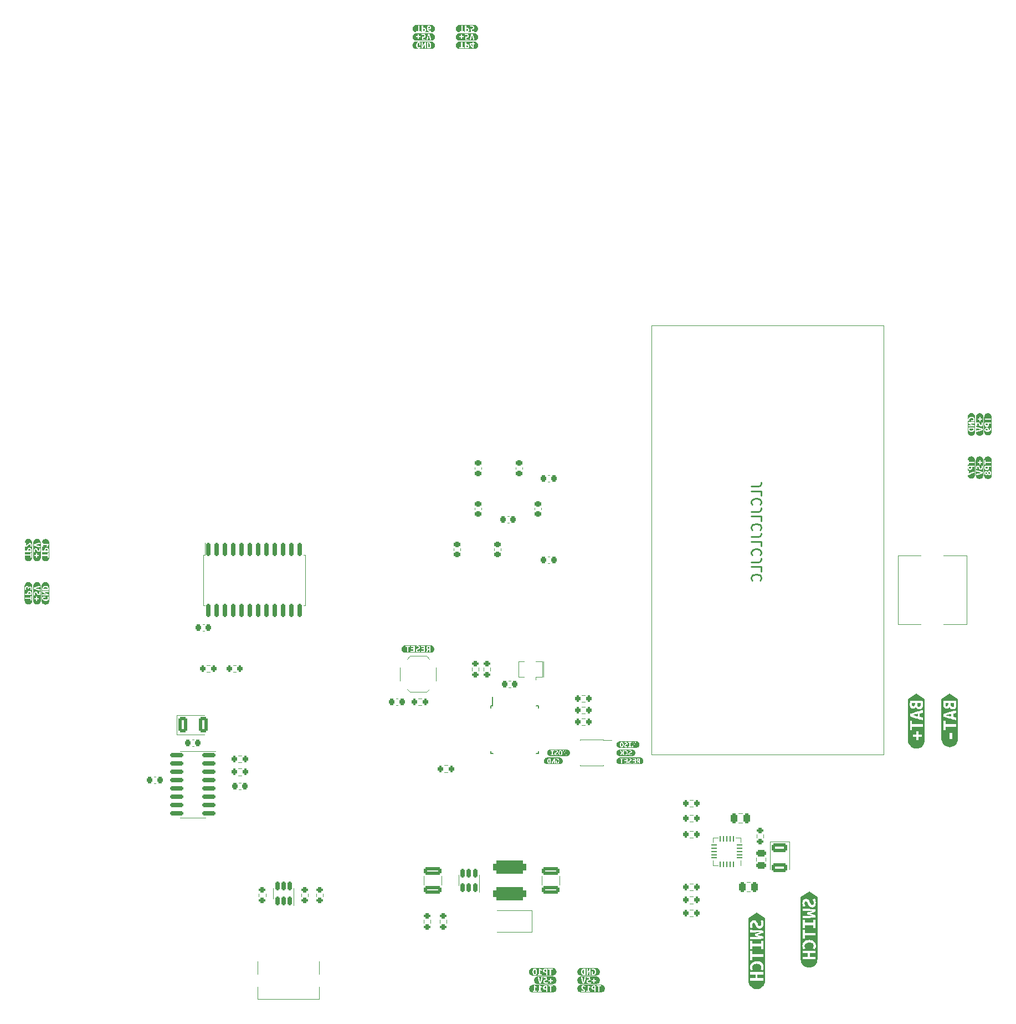
<source format=gbr>
%TF.GenerationSoftware,KiCad,Pcbnew,(6.0.8)*%
%TF.CreationDate,2022-11-08T14:11:50+01:00*%
%TF.ProjectId,BoardGame,426f6172-6447-4616-9d65-2e6b69636164,rev?*%
%TF.SameCoordinates,Original*%
%TF.FileFunction,Legend,Bot*%
%TF.FilePolarity,Positive*%
%FSLAX46Y46*%
G04 Gerber Fmt 4.6, Leading zero omitted, Abs format (unit mm)*
G04 Created by KiCad (PCBNEW (6.0.8)) date 2022-11-08 14:11:50*
%MOMM*%
%LPD*%
G01*
G04 APERTURE LIST*
G04 Aperture macros list*
%AMRoundRect*
0 Rectangle with rounded corners*
0 $1 Rounding radius*
0 $2 $3 $4 $5 $6 $7 $8 $9 X,Y pos of 4 corners*
0 Add a 4 corners polygon primitive as box body*
4,1,4,$2,$3,$4,$5,$6,$7,$8,$9,$2,$3,0*
0 Add four circle primitives for the rounded corners*
1,1,$1+$1,$2,$3*
1,1,$1+$1,$4,$5*
1,1,$1+$1,$6,$7*
1,1,$1+$1,$8,$9*
0 Add four rect primitives between the rounded corners*
20,1,$1+$1,$2,$3,$4,$5,0*
20,1,$1+$1,$4,$5,$6,$7,0*
20,1,$1+$1,$6,$7,$8,$9,0*
20,1,$1+$1,$8,$9,$2,$3,0*%
G04 Aperture macros list end*
%ADD10C,0.250000*%
%ADD11C,0.120000*%
%ADD12C,0.150000*%
%ADD13C,3.200000*%
%ADD14C,1.000000*%
%ADD15O,1.000000X1.000000*%
%ADD16C,1.700000*%
%ADD17R,1.000000X1.000000*%
%ADD18RoundRect,0.225000X-0.250000X0.225000X-0.250000X-0.225000X0.250000X-0.225000X0.250000X0.225000X0*%
%ADD19RoundRect,0.200000X0.200000X0.275000X-0.200000X0.275000X-0.200000X-0.275000X0.200000X-0.275000X0*%
%ADD20RoundRect,0.225000X-0.225000X-0.250000X0.225000X-0.250000X0.225000X0.250000X-0.225000X0.250000X0*%
%ADD21RoundRect,0.200000X0.275000X-0.200000X0.275000X0.200000X-0.275000X0.200000X-0.275000X-0.200000X0*%
%ADD22R,3.000000X3.000000*%
%ADD23R,0.550000X1.600000*%
%ADD24R,1.600000X0.550000*%
%ADD25RoundRect,0.200000X-0.275000X0.200000X-0.275000X-0.200000X0.275000X-0.200000X0.275000X0.200000X0*%
%ADD26RoundRect,0.200000X-0.200000X-0.275000X0.200000X-0.275000X0.200000X0.275000X-0.200000X0.275000X0*%
%ADD27RoundRect,0.250000X1.100000X-0.325000X1.100000X0.325000X-1.100000X0.325000X-1.100000X-0.325000X0*%
%ADD28RoundRect,0.225000X0.225000X0.250000X-0.225000X0.250000X-0.225000X-0.250000X0.225000X-0.250000X0*%
%ADD29RoundRect,0.250000X-0.412500X-0.925000X0.412500X-0.925000X0.412500X0.925000X-0.412500X0.925000X0*%
%ADD30R,2.500000X1.800000*%
%ADD31RoundRect,0.500000X-2.000000X0.500000X-2.000000X-0.500000X2.000000X-0.500000X2.000000X0.500000X0*%
%ADD32RoundRect,0.250000X-0.250000X-0.475000X0.250000X-0.475000X0.250000X0.475000X-0.250000X0.475000X0*%
%ADD33C,0.650000*%
%ADD34R,0.600000X1.450000*%
%ADD35R,0.300000X1.450000*%
%ADD36O,1.000000X1.600000*%
%ADD37O,1.000000X2.100000*%
%ADD38RoundRect,0.225000X0.250000X-0.225000X0.250000X0.225000X-0.250000X0.225000X-0.250000X-0.225000X0*%
%ADD39RoundRect,0.150000X0.150000X-0.512500X0.150000X0.512500X-0.150000X0.512500X-0.150000X-0.512500X0*%
%ADD40RoundRect,0.250000X-0.925000X0.412500X-0.925000X-0.412500X0.925000X-0.412500X0.925000X0.412500X0*%
%ADD41RoundRect,0.150000X0.825000X0.150000X-0.825000X0.150000X-0.825000X-0.150000X0.825000X-0.150000X0*%
%ADD42R,1.700000X1.000000*%
%ADD43C,1.524000*%
%ADD44RoundRect,0.250000X-1.100000X0.325000X-1.100000X-0.325000X1.100000X-0.325000X1.100000X0.325000X0*%
%ADD45RoundRect,0.150000X-0.150000X0.875000X-0.150000X-0.875000X0.150000X-0.875000X0.150000X0.875000X0*%
%ADD46R,0.600000X1.700000*%
%ADD47R,0.400000X1.700000*%
%ADD48RoundRect,0.062500X0.062500X-0.350000X0.062500X0.350000X-0.062500X0.350000X-0.062500X-0.350000X0*%
%ADD49RoundRect,0.062500X0.350000X-0.062500X0.350000X0.062500X-0.350000X0.062500X-0.350000X-0.062500X0*%
%ADD50R,2.500000X2.500000*%
%ADD51RoundRect,0.250000X-0.475000X0.250000X-0.475000X-0.250000X0.475000X-0.250000X0.475000X0.250000X0*%
%ADD52R,2.400000X0.740000*%
G04 APERTURE END LIST*
D10*
X181178571Y-83571428D02*
X182250000Y-83571428D01*
X182464285Y-83500000D01*
X182607142Y-83357142D01*
X182678571Y-83142857D01*
X182678571Y-83000000D01*
X182678571Y-85000000D02*
X182678571Y-84285714D01*
X181178571Y-84285714D01*
X182535714Y-86357142D02*
X182607142Y-86285714D01*
X182678571Y-86071428D01*
X182678571Y-85928571D01*
X182607142Y-85714285D01*
X182464285Y-85571428D01*
X182321428Y-85500000D01*
X182035714Y-85428571D01*
X181821428Y-85428571D01*
X181535714Y-85500000D01*
X181392857Y-85571428D01*
X181250000Y-85714285D01*
X181178571Y-85928571D01*
X181178571Y-86071428D01*
X181250000Y-86285714D01*
X181321428Y-86357142D01*
X181178571Y-87428571D02*
X182250000Y-87428571D01*
X182464285Y-87357142D01*
X182607142Y-87214285D01*
X182678571Y-87000000D01*
X182678571Y-86857142D01*
X182678571Y-88857142D02*
X182678571Y-88142857D01*
X181178571Y-88142857D01*
X182535714Y-90214285D02*
X182607142Y-90142857D01*
X182678571Y-89928571D01*
X182678571Y-89785714D01*
X182607142Y-89571428D01*
X182464285Y-89428571D01*
X182321428Y-89357142D01*
X182035714Y-89285714D01*
X181821428Y-89285714D01*
X181535714Y-89357142D01*
X181392857Y-89428571D01*
X181250000Y-89571428D01*
X181178571Y-89785714D01*
X181178571Y-89928571D01*
X181250000Y-90142857D01*
X181321428Y-90214285D01*
X181178571Y-91285714D02*
X182250000Y-91285714D01*
X182464285Y-91214285D01*
X182607142Y-91071428D01*
X182678571Y-90857142D01*
X182678571Y-90714285D01*
X182678571Y-92714285D02*
X182678571Y-92000000D01*
X181178571Y-92000000D01*
X182535714Y-94071428D02*
X182607142Y-94000000D01*
X182678571Y-93785714D01*
X182678571Y-93642857D01*
X182607142Y-93428571D01*
X182464285Y-93285714D01*
X182321428Y-93214285D01*
X182035714Y-93142857D01*
X181821428Y-93142857D01*
X181535714Y-93214285D01*
X181392857Y-93285714D01*
X181250000Y-93428571D01*
X181178571Y-93642857D01*
X181178571Y-93785714D01*
X181250000Y-94000000D01*
X181321428Y-94071428D01*
X181178571Y-95142857D02*
X182250000Y-95142857D01*
X182464285Y-95071428D01*
X182607142Y-94928571D01*
X182678571Y-94714285D01*
X182678571Y-94571428D01*
X182678571Y-96571428D02*
X182678571Y-95857142D01*
X181178571Y-95857142D01*
X182535714Y-97928571D02*
X182607142Y-97857142D01*
X182678571Y-97642857D01*
X182678571Y-97500000D01*
X182607142Y-97285714D01*
X182464285Y-97142857D01*
X182321428Y-97071428D01*
X182035714Y-97000000D01*
X181821428Y-97000000D01*
X181535714Y-97071428D01*
X181392857Y-97142857D01*
X181250000Y-97285714D01*
X181178571Y-97500000D01*
X181178571Y-97642857D01*
X181250000Y-97857142D01*
X181321428Y-97928571D01*
%TO.C,kibuzzard-635BA7B4*%
G36*
X211296800Y-116853354D02*
G01*
X211231712Y-117078779D01*
X211052325Y-117154979D01*
X210939612Y-117132754D01*
X210872937Y-117072429D01*
X210841187Y-116983529D01*
X210833250Y-116878754D01*
X210836425Y-116786679D01*
X210845950Y-116700954D01*
X211296800Y-116700954D01*
X211296800Y-116853354D01*
G37*
G36*
X212163575Y-116791441D02*
G01*
X212166750Y-116888279D01*
X212155638Y-117018454D01*
X212114363Y-117131166D01*
X212028638Y-117212129D01*
X211887350Y-117243879D01*
X211682563Y-117153391D01*
X211620650Y-116910504D01*
X211620650Y-116700954D01*
X212154050Y-116700954D01*
X212163575Y-116791441D01*
G37*
G36*
X211703200Y-118707554D02*
G01*
X211500000Y-118669454D01*
X211304737Y-118626591D01*
X211107887Y-118575791D01*
X210896750Y-118517054D01*
X211107887Y-118458316D01*
X211304737Y-118407516D01*
X211500000Y-118363066D01*
X211703200Y-118323379D01*
X211703200Y-118707554D01*
G37*
G36*
X211500000Y-115198473D02*
G01*
X212771058Y-116045846D01*
X212771058Y-122130468D01*
X212746635Y-122378440D01*
X212674305Y-122616881D01*
X212556846Y-122836631D01*
X212398774Y-123029242D01*
X212206162Y-123187315D01*
X211986413Y-123304773D01*
X211747971Y-123377104D01*
X211500000Y-123401527D01*
X211252029Y-123377104D01*
X211013587Y-123304773D01*
X210793838Y-123187315D01*
X210601226Y-123029242D01*
X210443154Y-122836631D01*
X210325695Y-122616881D01*
X210253365Y-122378440D01*
X210228942Y-122130468D01*
X210228942Y-122130204D01*
X211474600Y-122130204D01*
X211858775Y-122130204D01*
X211858775Y-121260254D01*
X211474600Y-121260254D01*
X211474600Y-122130204D01*
X210228942Y-122130204D01*
X210228942Y-120822104D01*
X210515750Y-120822104D01*
X210839600Y-120822104D01*
X210839600Y-120304579D01*
X212481075Y-120304579D01*
X212481075Y-119910879D01*
X210839600Y-119910879D01*
X210839600Y-119393354D01*
X210515750Y-119393354D01*
X210515750Y-120822104D01*
X210228942Y-120822104D01*
X210228942Y-118739304D01*
X210515750Y-118739304D01*
X210734924Y-118809055D01*
X210960647Y-118878607D01*
X211192918Y-118947961D01*
X211431737Y-119017116D01*
X211628651Y-119072044D01*
X211832042Y-119126336D01*
X212041909Y-119179994D01*
X212258254Y-119233016D01*
X212481075Y-119285404D01*
X212481075Y-118866304D01*
X212027050Y-118774229D01*
X212027050Y-118250354D01*
X212481075Y-118161454D01*
X212481075Y-117755054D01*
X212252793Y-117811061D01*
X212032765Y-117867322D01*
X211820993Y-117923837D01*
X211617475Y-117980606D01*
X211422212Y-118037629D01*
X211186370Y-118108471D01*
X210956678Y-118178123D01*
X210733138Y-118246584D01*
X210515750Y-118313854D01*
X210515750Y-118739304D01*
X210228942Y-118739304D01*
X210228942Y-116818429D01*
X210493525Y-116818429D01*
X210505034Y-117020041D01*
X210539562Y-117180379D01*
X210660212Y-117399454D01*
X210826900Y-117507404D01*
X211011050Y-117535979D01*
X211142812Y-117518913D01*
X211258700Y-117467716D01*
X211430150Y-117285154D01*
X211515875Y-117453032D01*
X211627000Y-117556616D01*
X211754000Y-117610194D01*
X211887350Y-117628054D01*
X212050466Y-117612973D01*
X212184213Y-117567729D01*
X212374713Y-117404216D01*
X212435831Y-117291504D01*
X212476313Y-117159741D01*
X212498934Y-117013294D01*
X212506475Y-116856529D01*
X212502903Y-116723973D01*
X212492188Y-116586654D01*
X212474328Y-116447748D01*
X212449325Y-116310429D01*
X210541150Y-116310429D01*
X210507812Y-116554904D01*
X210493525Y-116818429D01*
X210228942Y-116818429D01*
X210228942Y-116045846D01*
X211500000Y-115198473D01*
G37*
%TO.C,kibuzzard-635CF483*%
G36*
X163657166Y-122493872D02*
G01*
X163753972Y-122523238D01*
X163843189Y-122570926D01*
X163921389Y-122635102D01*
X163985565Y-122713302D01*
X164033253Y-122802519D01*
X164062619Y-122899325D01*
X164072534Y-123000000D01*
X164062619Y-123100675D01*
X164033253Y-123197481D01*
X163985565Y-123286698D01*
X163921389Y-123364898D01*
X163843189Y-123429074D01*
X163753972Y-123476762D01*
X163657166Y-123506128D01*
X163556491Y-123516043D01*
X161079779Y-123516043D01*
X160979104Y-123506128D01*
X160882298Y-123476762D01*
X160793081Y-123429074D01*
X160714881Y-123364898D01*
X160650705Y-123286698D01*
X160603017Y-123197481D01*
X160573651Y-123100675D01*
X160563736Y-123000000D01*
X161079885Y-123000000D01*
X161084489Y-123095369D01*
X161098300Y-123178276D01*
X161121319Y-123248722D01*
X161153545Y-123306705D01*
X161209425Y-123364208D01*
X161278852Y-123398709D01*
X161361825Y-123410210D01*
X161446844Y-123398709D01*
X161517329Y-123364208D01*
X161573280Y-123306705D01*
X161605228Y-123248722D01*
X161627792Y-123179070D01*
X161731395Y-123179070D01*
X161749334Y-123277019D01*
X161803150Y-123349885D01*
X161859242Y-123383399D01*
X161931843Y-123403507D01*
X162020955Y-123410210D01*
X162108902Y-123404971D01*
X162157858Y-123393700D01*
X162382905Y-123393700D01*
X162882015Y-123393700D01*
X162979805Y-123393700D01*
X163123315Y-123393700D01*
X163115695Y-122782830D01*
X163212215Y-123115570D01*
X163326515Y-123115570D01*
X163419225Y-122782830D01*
X163412875Y-123393700D01*
X163556385Y-123393700D01*
X163552416Y-123295275D01*
X163548130Y-123193040D01*
X163543526Y-123089218D01*
X163538605Y-122986030D01*
X163533049Y-122884747D01*
X163526540Y-122786640D01*
X163519079Y-122693612D01*
X163510665Y-122607570D01*
X163381125Y-122607570D01*
X163358900Y-122676150D01*
X163330325Y-122766320D01*
X163299845Y-122864110D01*
X163270635Y-122955550D01*
X163238885Y-122858395D01*
X163207135Y-122761875D01*
X163179195Y-122674880D01*
X163156335Y-122607570D01*
X163026795Y-122607570D01*
X163018064Y-122709170D01*
X163009650Y-122808230D01*
X163002030Y-122905544D01*
X162995680Y-123001905D01*
X162990441Y-123098108D01*
X162986155Y-123194945D01*
X162982663Y-123293211D01*
X162979805Y-123393700D01*
X162882015Y-123393700D01*
X162882015Y-123264160D01*
X162710565Y-123264160D01*
X162710565Y-122737110D01*
X162882015Y-122737110D01*
X162882015Y-122607570D01*
X162382905Y-122607570D01*
X162382905Y-122737110D01*
X162553085Y-122737110D01*
X162553085Y-123264160D01*
X162382905Y-123264160D01*
X162382905Y-123393700D01*
X162157858Y-123393700D01*
X162177165Y-123389255D01*
X162264795Y-123350520D01*
X162219075Y-123223520D01*
X162137160Y-123261620D01*
X162084296Y-123274955D01*
X162020955Y-123279400D01*
X161955550Y-123271145D01*
X161914275Y-123248285D01*
X161893320Y-123215265D01*
X161887605Y-123177800D01*
X161901575Y-123134620D01*
X161937135Y-123100965D01*
X161985395Y-123074295D01*
X162038735Y-123052070D01*
X162112395Y-123022860D01*
X162181610Y-122980950D01*
X162233045Y-122918085D01*
X162253365Y-122824740D01*
X162235426Y-122726315D01*
X162181610Y-122652020D01*
X162127776Y-122617448D01*
X162061948Y-122596704D01*
X161984125Y-122589790D01*
X161916339Y-122593917D01*
X161857760Y-122606300D01*
X161766955Y-122643130D01*
X161812675Y-122763780D01*
X161883160Y-122733300D01*
X161972695Y-122720600D01*
X162041839Y-122730619D01*
X162083326Y-122760676D01*
X162097155Y-122810770D01*
X162084455Y-122850775D01*
X162052070Y-122881255D01*
X162007620Y-122904750D01*
X161958725Y-122923800D01*
X161881890Y-122954915D01*
X161808230Y-123000635D01*
X161752985Y-123071755D01*
X161736792Y-123119856D01*
X161731395Y-123179070D01*
X161627792Y-123179070D01*
X161628049Y-123178276D01*
X161641741Y-123095369D01*
X161646305Y-123000000D01*
X161641622Y-122904631D01*
X161627572Y-122821724D01*
X161604157Y-122751278D01*
X161571375Y-122693295D01*
X161514931Y-122635792D01*
X161445504Y-122601291D01*
X161363095Y-122589790D01*
X161278146Y-122601291D01*
X161207873Y-122635792D01*
X161152275Y-122693295D01*
X161120604Y-122751278D01*
X161097982Y-122821724D01*
X161084409Y-122904631D01*
X161079885Y-123000000D01*
X160563736Y-123000000D01*
X160573651Y-122899325D01*
X160603017Y-122802519D01*
X160650705Y-122713302D01*
X160714881Y-122635102D01*
X160793081Y-122570926D01*
X160882298Y-122523238D01*
X160979104Y-122493872D01*
X161079779Y-122483957D01*
X163556491Y-122483957D01*
X163657166Y-122493872D01*
G37*
G36*
X161427865Y-122747270D02*
G01*
X161465330Y-122806325D01*
X161483110Y-122893320D01*
X161486444Y-122944755D01*
X161487555Y-123000000D01*
X161486444Y-123055404D01*
X161483110Y-123107315D01*
X161465330Y-123194310D01*
X161427865Y-123252730D01*
X161363095Y-123274320D01*
X161298960Y-123252730D01*
X161260860Y-123193675D01*
X161243080Y-123106680D01*
X161239746Y-123055245D01*
X161238635Y-123000000D01*
X161239746Y-122944596D01*
X161243080Y-122892685D01*
X161260860Y-122805690D01*
X161298325Y-122747270D01*
X161363095Y-122725680D01*
X161427865Y-122747270D01*
G37*
D11*
%TO.C,C1006*%
X142870000Y-93059420D02*
X142870000Y-93340580D01*
X141850000Y-93059420D02*
X141850000Y-93340580D01*
%TO.C,R303*%
X172237258Y-146227500D02*
X171762742Y-146227500D01*
X172237258Y-147272500D02*
X171762742Y-147272500D01*
%TO.C,C504*%
X126859420Y-115990000D02*
X127140580Y-115990000D01*
X126859420Y-117010000D02*
X127140580Y-117010000D01*
%TO.C,R201*%
X103237258Y-125722500D02*
X102762742Y-125722500D01*
X103237258Y-124677500D02*
X102762742Y-124677500D01*
%TO.C,R401*%
X102432258Y-110875000D02*
X101957742Y-110875000D01*
X102432258Y-111920000D02*
X101957742Y-111920000D01*
%TO.C,R1006*%
X134737258Y-127222500D02*
X134262742Y-127222500D01*
X134737258Y-126177500D02*
X134262742Y-126177500D01*
%TO.C,kibuzzard-635CFAA6*%
G36*
X73543086Y-93154546D02*
G01*
X73591306Y-93189669D01*
X73618095Y-93244240D01*
X73627025Y-93314288D01*
X73626231Y-93362707D01*
X73622263Y-93411126D01*
X73304763Y-93411126D01*
X73304763Y-93331751D01*
X73314089Y-93249597D01*
X73342069Y-93190463D01*
X73392670Y-93154744D01*
X73469863Y-93142838D01*
X73543086Y-93154546D01*
G37*
G36*
X73852215Y-94556150D02*
G01*
X73820175Y-94661771D01*
X73768145Y-94759112D01*
X73698125Y-94844432D01*
X73612805Y-94914453D01*
X73515464Y-94966483D01*
X73409842Y-94998523D01*
X73300000Y-95009341D01*
X73190158Y-94998523D01*
X73084536Y-94966483D01*
X72987195Y-94914453D01*
X72901875Y-94844432D01*
X72831855Y-94759112D01*
X72779825Y-94661771D01*
X72747785Y-94556150D01*
X72736967Y-94446308D01*
X72736967Y-94187413D01*
X72803112Y-94187413D01*
X73623850Y-94187413D01*
X73623850Y-94446176D01*
X73785775Y-94446176D01*
X73785775Y-93731801D01*
X73623850Y-93731801D01*
X73623850Y-93990563D01*
X72803112Y-93990563D01*
X72803112Y-94187413D01*
X72736967Y-94187413D01*
X72736967Y-93606388D01*
X72803112Y-93606388D01*
X73773075Y-93606388D01*
X73784188Y-93542094D01*
X73791331Y-93469863D01*
X73795300Y-93398426D01*
X73796888Y-93336513D01*
X73788333Y-93220978D01*
X73762668Y-93124141D01*
X73719894Y-93046000D01*
X73657717Y-92988674D01*
X73573844Y-92954278D01*
X73468275Y-92942813D01*
X73361648Y-92954366D01*
X73276717Y-92989027D01*
X73213481Y-93046794D01*
X73169825Y-93125728D01*
X73143631Y-93223889D01*
X73134900Y-93341276D01*
X73134900Y-93411126D01*
X72803112Y-93411126D01*
X72803112Y-93606388D01*
X72736967Y-93606388D01*
X72736967Y-92766600D01*
X72803112Y-92766600D01*
X72965037Y-92766600D01*
X72965037Y-92560225D01*
X73514313Y-92560225D01*
X73457956Y-92661825D01*
X73419063Y-92758663D01*
X73580988Y-92822163D01*
X73617500Y-92739613D01*
X73666713Y-92650713D01*
X73723863Y-92566575D01*
X73785775Y-92498313D01*
X73785775Y-92364963D01*
X72965037Y-92364963D01*
X72965037Y-92169700D01*
X72803112Y-92169700D01*
X72803112Y-92766600D01*
X72736967Y-92766600D01*
X72736967Y-92169568D01*
X72747785Y-92059726D01*
X72779825Y-91954105D01*
X72831855Y-91856764D01*
X72901875Y-91771444D01*
X72987195Y-91701423D01*
X73084536Y-91649393D01*
X73190158Y-91617353D01*
X73300000Y-91606535D01*
X73409842Y-91617353D01*
X73515464Y-91649393D01*
X73612805Y-91701423D01*
X73698125Y-91771444D01*
X73768145Y-91856764D01*
X73820175Y-91954105D01*
X73852215Y-92059726D01*
X73863033Y-92169568D01*
X73863033Y-94446308D01*
X73852215Y-94556150D01*
G37*
%TO.C,R202*%
X106947878Y-146237258D02*
X106947878Y-145762742D01*
X105902878Y-146237258D02*
X105902878Y-145762742D01*
%TO.C,LS501*%
X207050000Y-104650000D02*
X203550000Y-104650000D01*
X203550000Y-94150000D02*
X207050000Y-94150000D01*
X210550000Y-104650000D02*
X214050000Y-104650000D01*
X214050000Y-94150000D02*
X210550000Y-94150000D01*
X203550000Y-104650000D02*
X203550000Y-94150000D01*
X214050000Y-104650000D02*
X214050000Y-94150000D01*
%TO.C,kibuzzard-635CF752*%
G36*
X72556886Y-94552317D02*
G01*
X72524575Y-94658831D01*
X72472105Y-94756996D01*
X72401492Y-94843038D01*
X72315450Y-94913650D01*
X72217286Y-94966120D01*
X72110771Y-94998431D01*
X72000000Y-95009341D01*
X71889229Y-94998431D01*
X71782714Y-94966120D01*
X71684550Y-94913650D01*
X71598508Y-94843038D01*
X71527895Y-94756996D01*
X71475425Y-94658831D01*
X71443114Y-94552317D01*
X71432204Y-94441545D01*
X71432204Y-94192176D01*
X71579312Y-94192176D01*
X71855537Y-94192176D01*
X71855537Y-94441413D01*
X72015875Y-94441413D01*
X72015875Y-94192176D01*
X72292100Y-94192176D01*
X72292100Y-94023901D01*
X72015875Y-94023901D01*
X72015875Y-93774663D01*
X71855537Y-93774663D01*
X71855537Y-94023901D01*
X71579312Y-94023901D01*
X71579312Y-94192176D01*
X71432204Y-94192176D01*
X71432204Y-93390488D01*
X71498350Y-93390488D01*
X71503112Y-93468276D01*
X71515019Y-93544476D01*
X71531687Y-93610357D01*
X71549150Y-93655601D01*
X71711075Y-93615913D01*
X71679325Y-93527013D01*
X71668609Y-93466291D01*
X71665037Y-93392076D01*
X71677737Y-93297619D01*
X71710281Y-93238882D01*
X71755525Y-93209513D01*
X71807912Y-93201576D01*
X71883319Y-93215069D01*
X71942056Y-93269044D01*
X71980156Y-93384138D01*
X71990277Y-93470260D01*
X71993650Y-93579401D01*
X72125611Y-93565113D01*
X72254794Y-93554001D01*
X72380405Y-93545666D01*
X72501650Y-93539713D01*
X72501650Y-93038063D01*
X72339725Y-93038063D01*
X72339725Y-93376201D01*
X72233363Y-93384138D01*
X72142875Y-93392076D01*
X72126647Y-93271955D01*
X72094897Y-93174059D01*
X72047625Y-93098388D01*
X71985183Y-93044589D01*
X71907925Y-93012310D01*
X71815850Y-93001551D01*
X71689644Y-93025363D01*
X71588837Y-93098388D01*
X71550737Y-93153554D01*
X71522162Y-93220626D01*
X71504303Y-93299604D01*
X71498350Y-93390488D01*
X71432204Y-93390488D01*
X71432204Y-92622138D01*
X71518987Y-92622138D01*
X71635669Y-92661429D01*
X71766637Y-92703101D01*
X71858624Y-92731146D01*
X71950435Y-92758134D01*
X72042069Y-92784063D01*
X72131939Y-92808581D01*
X72218458Y-92831335D01*
X72301625Y-92852326D01*
X72412750Y-92878519D01*
X72501650Y-92896776D01*
X72501650Y-92690401D01*
X72419298Y-92678494D01*
X72324644Y-92661826D01*
X72222250Y-92641783D01*
X72116681Y-92619757D01*
X72010319Y-92595944D01*
X71905544Y-92570544D01*
X71806920Y-92544549D01*
X71719012Y-92518951D01*
X71805730Y-92493551D01*
X71903956Y-92468151D01*
X72008731Y-92443544D01*
X72115094Y-92420526D01*
X72220861Y-92399094D01*
X72323850Y-92379251D01*
X72419100Y-92361788D01*
X72501650Y-92347501D01*
X72501650Y-92142713D01*
X72400844Y-92163946D01*
X72288925Y-92189544D01*
X72168473Y-92219310D01*
X72042069Y-92253044D01*
X71955285Y-92277651D01*
X71867444Y-92303844D01*
X71778544Y-92331626D01*
X71690085Y-92360553D01*
X71603566Y-92390187D01*
X71518987Y-92420526D01*
X71518987Y-92622138D01*
X71432204Y-92622138D01*
X71432204Y-92142581D01*
X71443114Y-92031809D01*
X71475425Y-91925295D01*
X71527895Y-91827130D01*
X71598508Y-91741088D01*
X71684550Y-91670476D01*
X71782714Y-91618006D01*
X71889229Y-91585695D01*
X72000000Y-91574785D01*
X72110771Y-91585695D01*
X72217286Y-91618006D01*
X72315450Y-91670476D01*
X72401492Y-91741088D01*
X72472105Y-91827130D01*
X72524575Y-91925295D01*
X72556886Y-92031809D01*
X72567796Y-92142581D01*
X72567796Y-94441545D01*
X72556886Y-94552317D01*
G37*
D12*
%TO.C,U501*%
X141375000Y-117125000D02*
X141600000Y-117125000D01*
X141375000Y-117125000D02*
X141375000Y-117450000D01*
X148625000Y-117125000D02*
X148625000Y-117450000D01*
X141375000Y-124375000D02*
X141375000Y-124050000D01*
X148625000Y-124375000D02*
X148625000Y-124050000D01*
X141375000Y-124375000D02*
X141700000Y-124375000D01*
X148625000Y-124375000D02*
X148300000Y-124375000D01*
X148625000Y-117125000D02*
X148300000Y-117125000D01*
X141600000Y-117125000D02*
X141600000Y-115700000D01*
%TO.C,kibuzzard-635CF507*%
G36*
X151918991Y-124993872D02*
G01*
X152015797Y-125023238D01*
X152105014Y-125070926D01*
X152183214Y-125135102D01*
X152247390Y-125213302D01*
X152295078Y-125302519D01*
X152324444Y-125399325D01*
X152334359Y-125500000D01*
X152324444Y-125600675D01*
X152295078Y-125697481D01*
X152247390Y-125786698D01*
X152183214Y-125864898D01*
X152105014Y-125929074D01*
X152015797Y-125976762D01*
X151918991Y-126006128D01*
X151818316Y-126016043D01*
X149981684Y-126016043D01*
X149881009Y-126006128D01*
X149784203Y-125976762D01*
X149694986Y-125929074D01*
X149616786Y-125864898D01*
X149552610Y-125786698D01*
X149504922Y-125697481D01*
X149475556Y-125600675D01*
X149465641Y-125500000D01*
X149981790Y-125500000D01*
X149988616Y-125601124D01*
X150009095Y-125686055D01*
X150041639Y-125755746D01*
X150084660Y-125811150D01*
X150137524Y-125852901D01*
X150199595Y-125881635D01*
X150269604Y-125898304D01*
X150346280Y-125903860D01*
X150428195Y-125899415D01*
X150461740Y-125893700D01*
X150640920Y-125893700D01*
X150766650Y-125893700D01*
X150803268Y-125806564D01*
X150842003Y-125719569D01*
X150882855Y-125632715D01*
X150925823Y-125545861D01*
X150970908Y-125458866D01*
X151018110Y-125371730D01*
X151018110Y-125893700D01*
X151159080Y-125893700D01*
X151159080Y-125146940D01*
X151263220Y-125146940D01*
X151303860Y-125271400D01*
X151372440Y-125239650D01*
X151456260Y-125225680D01*
X151550240Y-125246000D01*
X151613105Y-125302515D01*
X151648665Y-125388875D01*
X151656761Y-125441739D01*
X151659460Y-125500000D01*
X151654521Y-125585725D01*
X151639704Y-125654940D01*
X151615010Y-125707645D01*
X151560082Y-125757651D01*
X151484200Y-125774320D01*
X151453720Y-125773050D01*
X151423240Y-125769240D01*
X151423240Y-125482220D01*
X151267030Y-125482220D01*
X151267030Y-125874650D01*
X151354025Y-125897510D01*
X151419271Y-125907035D01*
X151496900Y-125910210D01*
X151566909Y-125903701D01*
X151629615Y-125884175D01*
X151684384Y-125851790D01*
X151730580Y-125806705D01*
X151767727Y-125748920D01*
X151795350Y-125678435D01*
X151812495Y-125595409D01*
X151818210Y-125500000D01*
X151811542Y-125405544D01*
X151791540Y-125322835D01*
X151760107Y-125252191D01*
X151719150Y-125193930D01*
X151669302Y-125148369D01*
X151611200Y-125115825D01*
X151546747Y-125096299D01*
X151477850Y-125089790D01*
X151395935Y-125096775D01*
X151333070Y-125112650D01*
X151289255Y-125131700D01*
X151263220Y-125146940D01*
X151159080Y-125146940D01*
X151159080Y-125107570D01*
X151033350Y-125107570D01*
X150997790Y-125165831D01*
X150962230Y-125228855D01*
X150927146Y-125294101D01*
X150893015Y-125359030D01*
X150860630Y-125422847D01*
X150830785Y-125484760D01*
X150804274Y-125541910D01*
X150781890Y-125591440D01*
X150781890Y-125107570D01*
X150640920Y-125107570D01*
X150640920Y-125893700D01*
X150461740Y-125893700D01*
X150513920Y-125884810D01*
X150513920Y-125117730D01*
X150413590Y-125102490D01*
X150325960Y-125098680D01*
X150251824Y-125104395D01*
X150184355Y-125121540D01*
X150125141Y-125150909D01*
X150075770Y-125193295D01*
X150036241Y-125248857D01*
X150006555Y-125317755D01*
X149987981Y-125401099D01*
X149981790Y-125500000D01*
X149465641Y-125500000D01*
X149475556Y-125399325D01*
X149504922Y-125302519D01*
X149552610Y-125213302D01*
X149616786Y-125135102D01*
X149694986Y-125070926D01*
X149784203Y-125023238D01*
X149881009Y-124993872D01*
X149981684Y-124983957D01*
X151818316Y-124983957D01*
X151918991Y-124993872D01*
G37*
G36*
X150334850Y-125235205D02*
G01*
X150357710Y-125238380D01*
X150357710Y-125766700D01*
X150343740Y-125767970D01*
X150329770Y-125767970D01*
X150240235Y-125747650D01*
X150181815Y-125691770D01*
X150150065Y-125607315D01*
X150142921Y-125556039D01*
X150140540Y-125500000D01*
X150148160Y-125400940D01*
X150174830Y-125315850D01*
X150226900Y-125256795D01*
X150311990Y-125234570D01*
X150334850Y-125235205D01*
G37*
D11*
%TO.C,R602*%
X131077500Y-149762742D02*
X131077500Y-150237258D01*
X132122500Y-149762742D02*
X132122500Y-150237258D01*
%TO.C,kibuzzard-635CF795*%
G36*
X158327965Y-159712336D02*
G01*
X158434629Y-159744692D01*
X158532930Y-159797235D01*
X158619093Y-159867946D01*
X158689804Y-159954109D01*
X158742347Y-160052410D01*
X158774703Y-160159074D01*
X158785629Y-160270000D01*
X158774703Y-160380926D01*
X158742347Y-160487590D01*
X158689804Y-160585891D01*
X158619093Y-160672054D01*
X158532930Y-160742765D01*
X158434629Y-160795308D01*
X158327965Y-160827664D01*
X158217039Y-160838590D01*
X155141787Y-160838590D01*
X155030861Y-160827664D01*
X154924197Y-160795308D01*
X154881421Y-160772444D01*
X155141919Y-160772444D01*
X155783269Y-160772444D01*
X155940432Y-160772444D01*
X156537332Y-160772444D01*
X156537332Y-160610519D01*
X156330957Y-160610519D01*
X156330957Y-160061244D01*
X156432557Y-160117600D01*
X156529394Y-160156494D01*
X156548693Y-160107281D01*
X156713544Y-160107281D01*
X156725098Y-160213908D01*
X156759758Y-160298840D01*
X156817526Y-160362075D01*
X156896460Y-160405731D01*
X156994620Y-160431925D01*
X157112007Y-160440656D01*
X157181857Y-160440656D01*
X157181857Y-160772444D01*
X157377119Y-160772444D01*
X157377119Y-159951706D01*
X157502532Y-159951706D01*
X157761294Y-159951706D01*
X157761294Y-160772444D01*
X157958144Y-160772444D01*
X157958144Y-159951706D01*
X158216907Y-159951706D01*
X158216907Y-159789781D01*
X157502532Y-159789781D01*
X157502532Y-159951706D01*
X157377119Y-159951706D01*
X157377119Y-159802481D01*
X157312826Y-159791369D01*
X157240594Y-159784225D01*
X157169157Y-159780256D01*
X157107244Y-159778669D01*
X156991710Y-159787224D01*
X156894872Y-159812888D01*
X156816732Y-159855662D01*
X156759405Y-159917840D01*
X156725010Y-160001712D01*
X156713544Y-160107281D01*
X156548693Y-160107281D01*
X156592894Y-159994569D01*
X156510344Y-159958056D01*
X156421444Y-159908844D01*
X156337307Y-159851694D01*
X156269044Y-159789781D01*
X156135694Y-159789781D01*
X156135694Y-160610519D01*
X155940432Y-160610519D01*
X155940432Y-160772444D01*
X155783269Y-160772444D01*
X155787238Y-160732756D01*
X155786444Y-160699419D01*
X155779102Y-160623219D01*
X155757076Y-160553369D01*
X155723738Y-160489273D01*
X155682463Y-160430338D01*
X155635632Y-160375966D01*
X155585626Y-160325563D01*
X155535619Y-160278136D01*
X155488788Y-160232694D01*
X155414176Y-160146969D01*
X155384807Y-160062831D01*
X155421319Y-159969962D01*
X155513394Y-159937419D01*
X155610232Y-159959644D01*
X155710244Y-160034256D01*
X155807082Y-159897731D01*
X155738621Y-159839787D01*
X155660238Y-159799306D01*
X155577093Y-159775494D01*
X155494344Y-159767556D01*
X155378457Y-159785019D01*
X155280032Y-159837406D01*
X155211769Y-159925512D01*
X155186369Y-160048544D01*
X155205419Y-160146175D01*
X155256219Y-160237456D01*
X155327657Y-160323181D01*
X155408619Y-160402556D01*
X155456244Y-160447800D01*
X155507044Y-160501775D01*
X155547526Y-160558131D01*
X155564194Y-160610519D01*
X155141919Y-160610519D01*
X155141919Y-160772444D01*
X154881421Y-160772444D01*
X154825896Y-160742765D01*
X154739733Y-160672054D01*
X154669022Y-160585891D01*
X154616479Y-160487590D01*
X154584123Y-160380926D01*
X154573197Y-160270000D01*
X154584123Y-160159074D01*
X154616479Y-160052410D01*
X154669022Y-159954109D01*
X154739733Y-159867946D01*
X154825896Y-159797235D01*
X154924197Y-159744692D01*
X155030861Y-159712336D01*
X155141787Y-159701410D01*
X158217039Y-159701410D01*
X158327965Y-159712336D01*
G37*
G36*
X157133438Y-159949325D02*
G01*
X157181857Y-159953294D01*
X157181857Y-160270794D01*
X157102482Y-160270794D01*
X157020329Y-160261467D01*
X156961194Y-160233487D01*
X156925476Y-160182886D01*
X156913569Y-160105694D01*
X156925277Y-160032470D01*
X156960401Y-159984250D01*
X157014971Y-159957461D01*
X157085019Y-159948531D01*
X157133438Y-159949325D01*
G37*
%TO.C,R1002*%
X155262742Y-119027500D02*
X155737258Y-119027500D01*
X155262742Y-120072500D02*
X155737258Y-120072500D01*
%TO.C,R204*%
X103237258Y-126677500D02*
X102762742Y-126677500D01*
X103237258Y-127722500D02*
X102762742Y-127722500D01*
%TO.C,C602*%
X149140000Y-144461252D02*
X149140000Y-143038748D01*
X151860000Y-144461252D02*
X151860000Y-143038748D01*
%TO.C,kibuzzard-635CF6FA*%
G36*
X215134963Y-74795325D02*
G01*
X215134963Y-74812788D01*
X215109563Y-74924706D01*
X215039713Y-74997731D01*
X214934144Y-75037419D01*
X214870048Y-75046348D01*
X214800000Y-75049325D01*
X214676175Y-75039800D01*
X214569812Y-75006463D01*
X214495994Y-74941375D01*
X214468212Y-74835013D01*
X214469006Y-74806438D01*
X214472975Y-74777863D01*
X215133375Y-74777863D01*
X215134963Y-74795325D01*
G37*
G36*
X214232215Y-72839166D02*
G01*
X214265158Y-72730567D01*
X214318655Y-72630481D01*
X214390650Y-72542755D01*
X214478376Y-72470761D01*
X214578461Y-72417264D01*
X214687061Y-72384320D01*
X214800000Y-72373197D01*
X214912939Y-72384320D01*
X215021539Y-72417264D01*
X215121624Y-72470761D01*
X215209350Y-72542755D01*
X215281345Y-72630481D01*
X215334842Y-72730567D01*
X215367785Y-72839166D01*
X215378908Y-72952105D01*
X215378908Y-75247895D01*
X215367785Y-75360834D01*
X215334842Y-75469433D01*
X215281345Y-75569519D01*
X215209350Y-75657245D01*
X215121624Y-75729239D01*
X215021539Y-75782736D01*
X214912939Y-75815680D01*
X214800000Y-75826803D01*
X214687061Y-75815680D01*
X214578461Y-75782736D01*
X214478376Y-75729239D01*
X214390650Y-75657245D01*
X214318655Y-75569519D01*
X214265158Y-75469433D01*
X214232215Y-75360834D01*
X214221092Y-75247895D01*
X214221092Y-74817550D01*
X214298350Y-74817550D01*
X214305494Y-74910220D01*
X214326925Y-74994556D01*
X214363636Y-75068573D01*
X214416619Y-75130288D01*
X214486072Y-75179698D01*
X214572194Y-75216806D01*
X214676373Y-75240023D01*
X214800000Y-75247763D01*
X214926405Y-75239230D01*
X215032569Y-75213631D01*
X215119683Y-75172952D01*
X215188938Y-75119175D01*
X215241127Y-75053095D01*
X215277044Y-74975506D01*
X215297880Y-74887995D01*
X215304825Y-74792150D01*
X215299269Y-74689756D01*
X215281013Y-74582600D01*
X214322162Y-74582600D01*
X214303112Y-74708013D01*
X214298350Y-74817550D01*
X214221092Y-74817550D01*
X214221092Y-74423850D01*
X214309462Y-74423850D01*
X215292125Y-74423850D01*
X215292125Y-74266688D01*
X215183205Y-74220915D01*
X215074461Y-74172496D01*
X214965894Y-74121431D01*
X214857326Y-74067721D01*
X214748583Y-74011365D01*
X214639662Y-73952362D01*
X215292125Y-73952362D01*
X215292125Y-73776150D01*
X214309462Y-73776150D01*
X214309462Y-73933312D01*
X214382289Y-73977762D01*
X214461069Y-74022212D01*
X214542627Y-74066067D01*
X214623787Y-74108731D01*
X214703559Y-74149213D01*
X214780950Y-74186519D01*
X214852388Y-74219658D01*
X214914300Y-74247638D01*
X214309462Y-74247638D01*
X214309462Y-74423850D01*
X214221092Y-74423850D01*
X214221092Y-73377687D01*
X214287237Y-73377687D01*
X214295969Y-73480081D01*
X214315812Y-73558662D01*
X214339625Y-73613431D01*
X214358675Y-73645975D01*
X214514250Y-73595175D01*
X214474562Y-73509450D01*
X214457100Y-73404675D01*
X214482500Y-73287200D01*
X214553144Y-73208619D01*
X214661094Y-73164169D01*
X214727173Y-73154048D01*
X214800000Y-73150675D01*
X214907156Y-73156849D01*
X214993675Y-73175369D01*
X215059556Y-73206237D01*
X215122064Y-73274897D01*
X215142900Y-73369750D01*
X215141313Y-73407850D01*
X215136550Y-73445950D01*
X214777775Y-73445950D01*
X214777775Y-73641212D01*
X215268313Y-73641212D01*
X215296888Y-73532469D01*
X215308794Y-73450911D01*
X215312763Y-73353875D01*
X215304627Y-73266364D01*
X215280219Y-73187981D01*
X215239738Y-73119520D01*
X215183381Y-73061775D01*
X215111150Y-73015341D01*
X215023044Y-72980812D01*
X214919261Y-72959381D01*
X214800000Y-72952237D01*
X214681930Y-72960572D01*
X214578544Y-72985575D01*
X214490239Y-73024866D01*
X214417412Y-73076062D01*
X214360461Y-73138372D01*
X214319781Y-73211000D01*
X214295373Y-73291566D01*
X214287237Y-73377687D01*
X214221092Y-73377687D01*
X214221092Y-72952105D01*
X214232215Y-72839166D01*
G37*
%TO.C,kibuzzard-635B9A1E*%
G36*
X183265319Y-159296656D02*
G01*
X183191905Y-159538672D01*
X183072686Y-159761714D01*
X182912244Y-159957213D01*
X182716746Y-160117654D01*
X182493703Y-160236873D01*
X182251688Y-160310288D01*
X182000000Y-160335077D01*
X181748312Y-160310288D01*
X181506297Y-160236873D01*
X181283254Y-160117654D01*
X181087756Y-159957213D01*
X180927314Y-159761714D01*
X180808095Y-159538672D01*
X180734681Y-159296656D01*
X180709892Y-159044968D01*
X180709892Y-159044704D01*
X181018925Y-159044704D01*
X182984250Y-159044704D01*
X182984250Y-158654179D01*
X182117475Y-158654179D01*
X182117475Y-158133479D01*
X182984250Y-158133479D01*
X182984250Y-157742954D01*
X181018925Y-157742954D01*
X181018925Y-158133479D01*
X181793625Y-158133479D01*
X181793625Y-158654179D01*
X181018925Y-158654179D01*
X181018925Y-159044704D01*
X180709892Y-159044704D01*
X180709892Y-156990479D01*
X180974475Y-156990479D01*
X180991937Y-157179391D01*
X181031625Y-157327029D01*
X181079250Y-157433391D01*
X181117350Y-157498479D01*
X181428500Y-157396879D01*
X181347537Y-157220666D01*
X181314200Y-156984129D01*
X181347537Y-156804741D01*
X181458662Y-156649166D01*
X181666625Y-156538041D01*
X181812675Y-156505895D01*
X181990475Y-156495179D01*
X182197379Y-156508055D01*
X182369358Y-156546684D01*
X182506413Y-156611066D01*
X182640953Y-156763863D01*
X182685800Y-156990479D01*
X182650875Y-157242891D01*
X182581025Y-157403229D01*
X182889000Y-157501654D01*
X182982663Y-157277816D01*
X183014809Y-157125813D01*
X183025525Y-156952379D01*
X182995892Y-156696968D01*
X182906992Y-156485301D01*
X182758825Y-156317379D01*
X182611386Y-156221534D01*
X182435769Y-156153073D01*
X182231973Y-156111996D01*
X182000000Y-156098304D01*
X181769019Y-156114973D01*
X181565025Y-156164979D01*
X181389209Y-156244751D01*
X181242762Y-156350716D01*
X181126875Y-156480891D01*
X181042737Y-156633291D01*
X180991541Y-156804345D01*
X180974475Y-156990479D01*
X180709892Y-156990479D01*
X180709892Y-155933204D01*
X181018925Y-155933204D01*
X181342775Y-155933204D01*
X181342775Y-155415679D01*
X182984250Y-155415679D01*
X182984250Y-155021979D01*
X181342775Y-155021979D01*
X181342775Y-154504454D01*
X181018925Y-154504454D01*
X181018925Y-155933204D01*
X180709892Y-155933204D01*
X180709892Y-154256804D01*
X181018925Y-154256804D01*
X181342775Y-154256804D01*
X181342775Y-153831354D01*
X182660400Y-153831354D01*
X182660400Y-154256804D01*
X182984250Y-154256804D01*
X182984250Y-153009029D01*
X182660400Y-153009029D01*
X182660400Y-153437654D01*
X181342775Y-153437654D01*
X181342775Y-153009029D01*
X181018925Y-153009029D01*
X181018925Y-154256804D01*
X180709892Y-154256804D01*
X180709892Y-152764554D01*
X181018925Y-152764554D01*
X181263797Y-152755029D01*
X181515812Y-152745504D01*
X181770606Y-152735185D01*
X182023813Y-152723279D01*
X182274241Y-152709388D01*
X182520700Y-152693116D01*
X182758825Y-152674463D01*
X182984250Y-152653429D01*
X182984250Y-152329579D01*
X182776684Y-152259729D01*
X182554038Y-152189879D01*
X182329009Y-152120029D01*
X182114300Y-152050179D01*
X182323056Y-151978741D01*
X182549275Y-151904129D01*
X182775494Y-151831104D01*
X182984250Y-151764429D01*
X182984250Y-151440579D01*
X182758428Y-151416766D01*
X182519113Y-151396129D01*
X182271463Y-151378270D01*
X182020638Y-151362791D01*
X181767431Y-151349695D01*
X181512637Y-151338979D01*
X181261416Y-151330248D01*
X181018925Y-151323104D01*
X181018925Y-151685054D01*
X181209425Y-151681879D01*
X181406275Y-151678704D01*
X181605903Y-151675529D01*
X181804737Y-151672354D01*
X182000794Y-151669179D01*
X182192088Y-151666004D01*
X182375047Y-151663623D01*
X182546100Y-151662829D01*
X182323850Y-151727916D01*
X182085725Y-151797766D01*
X181869825Y-151859679D01*
X181714250Y-151904129D01*
X181714250Y-152189879D01*
X181863475Y-152227979D01*
X182060325Y-152283541D01*
X182292100Y-152350216D01*
X182546100Y-152421654D01*
X182375047Y-152420860D01*
X182192088Y-152418479D01*
X182001191Y-152415304D01*
X181806325Y-152412129D01*
X181608284Y-152408954D01*
X181407862Y-152405779D01*
X181209822Y-152403398D01*
X181018925Y-152402604D01*
X181018925Y-152764554D01*
X180709892Y-152764554D01*
X180709892Y-150491254D01*
X180974475Y-150491254D01*
X180984794Y-150660720D01*
X181015750Y-150807166D01*
X181107825Y-151034179D01*
X181409450Y-150919879D01*
X181333250Y-150743666D01*
X181301500Y-150519829D01*
X181326547Y-150346968D01*
X181401689Y-150243251D01*
X181526925Y-150208679D01*
X181626937Y-150240429D01*
X181703137Y-150321391D01*
X181761875Y-150432516D01*
X181809500Y-150554754D01*
X181887287Y-150746841D01*
X182001588Y-150930991D01*
X182179388Y-151069104D01*
X182299641Y-151109585D01*
X182447675Y-151123079D01*
X182692547Y-151078232D01*
X182874713Y-150943691D01*
X182958497Y-150803462D01*
X183008768Y-150621958D01*
X183025525Y-150399179D01*
X183012428Y-150179310D01*
X182973138Y-150008654D01*
X182876300Y-149789579D01*
X182558800Y-149903879D01*
X182654050Y-150108666D01*
X182687388Y-150240826D01*
X182698500Y-150399179D01*
X182677863Y-150562691D01*
X182620713Y-150665879D01*
X182538163Y-150718266D01*
X182444500Y-150732554D01*
X182336550Y-150697629D01*
X182252412Y-150608729D01*
X182185738Y-150488079D01*
X182130175Y-150354729D01*
X182057150Y-150170579D01*
X181952375Y-149997541D01*
X181795212Y-149868954D01*
X181561850Y-149818154D01*
X181315787Y-149863001D01*
X181130050Y-149997541D01*
X181043619Y-150132126D01*
X180991761Y-150296697D01*
X180974475Y-150491254D01*
X180709892Y-150491254D01*
X180709892Y-149524996D01*
X182000000Y-148664923D01*
X183290108Y-149524996D01*
X183290108Y-159044968D01*
X183265319Y-159296656D01*
G37*
%TO.C,R501*%
X130737258Y-117022500D02*
X130262742Y-117022500D01*
X130737258Y-115977500D02*
X130262742Y-115977500D01*
%TO.C,kibuzzard-635CF7DB*%
G36*
X149751644Y-159943769D02*
G01*
X149800062Y-159947737D01*
X149800062Y-160265237D01*
X149720687Y-160265237D01*
X149638534Y-160255911D01*
X149579400Y-160227931D01*
X149543681Y-160177330D01*
X149531775Y-160100137D01*
X149543483Y-160026914D01*
X149578606Y-159978694D01*
X149633177Y-159951905D01*
X149703225Y-159942975D01*
X149751644Y-159943769D01*
G37*
G36*
X150945087Y-159717785D02*
G01*
X151050708Y-159749825D01*
X151148049Y-159801855D01*
X151233369Y-159871875D01*
X151303390Y-159957195D01*
X151355420Y-160054536D01*
X151387460Y-160160158D01*
X151398278Y-160270000D01*
X151387460Y-160379842D01*
X151355420Y-160485464D01*
X151303390Y-160582805D01*
X151233369Y-160668125D01*
X151148049Y-160738145D01*
X151050708Y-160790175D01*
X150945087Y-160822215D01*
X150835245Y-160833033D01*
X147764755Y-160833033D01*
X147654913Y-160822215D01*
X147549292Y-160790175D01*
X147505725Y-160766888D01*
X147764887Y-160766888D01*
X148361787Y-160766888D01*
X148558637Y-160766888D01*
X149155537Y-160766888D01*
X149155537Y-160604963D01*
X148949162Y-160604963D01*
X148949162Y-160055687D01*
X149050762Y-160112044D01*
X149147600Y-160150937D01*
X149166899Y-160101725D01*
X149331750Y-160101725D01*
X149343303Y-160208352D01*
X149377964Y-160293283D01*
X149435731Y-160356519D01*
X149514665Y-160400175D01*
X149612826Y-160426369D01*
X149730212Y-160435100D01*
X149800062Y-160435100D01*
X149800062Y-160766888D01*
X149995325Y-160766888D01*
X149995325Y-159946150D01*
X150120737Y-159946150D01*
X150379500Y-159946150D01*
X150379500Y-160766888D01*
X150576350Y-160766888D01*
X150576350Y-159946150D01*
X150835112Y-159946150D01*
X150835112Y-159784225D01*
X150120737Y-159784225D01*
X150120737Y-159946150D01*
X149995325Y-159946150D01*
X149995325Y-159796925D01*
X149931031Y-159785812D01*
X149858800Y-159778669D01*
X149787362Y-159774700D01*
X149725450Y-159773112D01*
X149609915Y-159781667D01*
X149513078Y-159807332D01*
X149434937Y-159850106D01*
X149377611Y-159912283D01*
X149343215Y-159996156D01*
X149331750Y-160101725D01*
X149166899Y-160101725D01*
X149211100Y-159989012D01*
X149128550Y-159952500D01*
X149039650Y-159903287D01*
X148955512Y-159846137D01*
X148887250Y-159784225D01*
X148753900Y-159784225D01*
X148753900Y-160604963D01*
X148558637Y-160604963D01*
X148558637Y-160766888D01*
X148361787Y-160766888D01*
X148361787Y-160604963D01*
X148155412Y-160604963D01*
X148155412Y-160055687D01*
X148257012Y-160112044D01*
X148353850Y-160150937D01*
X148417350Y-159989012D01*
X148334800Y-159952500D01*
X148245900Y-159903287D01*
X148161762Y-159846137D01*
X148093500Y-159784225D01*
X147960150Y-159784225D01*
X147960150Y-160604963D01*
X147764887Y-160604963D01*
X147764887Y-160766888D01*
X147505725Y-160766888D01*
X147451951Y-160738145D01*
X147366631Y-160668125D01*
X147296610Y-160582805D01*
X147244580Y-160485464D01*
X147212540Y-160379842D01*
X147201722Y-160270000D01*
X147212540Y-160160158D01*
X147244580Y-160054536D01*
X147296610Y-159957195D01*
X147366631Y-159871875D01*
X147451951Y-159801855D01*
X147549292Y-159749825D01*
X147654913Y-159717785D01*
X147764755Y-159706967D01*
X150835245Y-159706967D01*
X150945087Y-159717785D01*
G37*
%TO.C,C501*%
X144365580Y-113240000D02*
X144084420Y-113240000D01*
X144365580Y-114260000D02*
X144084420Y-114260000D01*
%TO.C,kibuzzard-635CF4E4*%
G36*
X153022521Y-123743872D02*
G01*
X153119327Y-123773238D01*
X153208544Y-123820926D01*
X153286744Y-123885102D01*
X153350920Y-123963302D01*
X153398608Y-124052519D01*
X153427974Y-124149325D01*
X153437889Y-124250000D01*
X153427974Y-124350675D01*
X153398608Y-124447481D01*
X153350920Y-124536698D01*
X153286744Y-124614898D01*
X153208544Y-124679074D01*
X153119327Y-124726762D01*
X153022521Y-124756128D01*
X152921846Y-124766043D01*
X150478154Y-124766043D01*
X150377479Y-124756128D01*
X150280673Y-124726762D01*
X150191456Y-124679074D01*
X150148352Y-124643700D01*
X150478260Y-124643700D01*
X150977370Y-124643700D01*
X150977370Y-124514160D01*
X150805920Y-124514160D01*
X150805920Y-124429070D01*
X151096750Y-124429070D01*
X151114689Y-124527019D01*
X151168505Y-124599885D01*
X151224597Y-124633399D01*
X151297198Y-124653507D01*
X151386310Y-124660210D01*
X151474257Y-124654971D01*
X151542520Y-124639255D01*
X151630150Y-124600520D01*
X151584430Y-124473520D01*
X151502515Y-124511620D01*
X151449651Y-124524955D01*
X151386310Y-124529400D01*
X151320905Y-124521145D01*
X151279630Y-124498285D01*
X151258675Y-124465265D01*
X151252960Y-124427800D01*
X151266930Y-124384620D01*
X151302490Y-124350965D01*
X151350750Y-124324295D01*
X151404090Y-124302070D01*
X151477750Y-124272860D01*
X151515504Y-124250000D01*
X151715240Y-124250000D01*
X151719844Y-124345369D01*
X151733655Y-124428276D01*
X151756674Y-124498722D01*
X151788900Y-124556705D01*
X151844780Y-124614208D01*
X151914207Y-124648709D01*
X151997180Y-124660210D01*
X152082199Y-124648709D01*
X152092432Y-124643700D01*
X152345160Y-124643700D01*
X152488670Y-124643700D01*
X152481050Y-124032830D01*
X152577570Y-124365570D01*
X152691870Y-124365570D01*
X152784580Y-124032830D01*
X152778230Y-124643700D01*
X152921740Y-124643700D01*
X152917771Y-124545275D01*
X152913485Y-124443040D01*
X152908881Y-124339218D01*
X152903960Y-124236030D01*
X152898404Y-124134747D01*
X152891895Y-124036640D01*
X152884434Y-123943612D01*
X152876020Y-123857570D01*
X152746480Y-123857570D01*
X152724255Y-123926150D01*
X152695680Y-124016320D01*
X152665200Y-124114110D01*
X152635990Y-124205550D01*
X152604240Y-124108395D01*
X152572490Y-124011875D01*
X152544550Y-123924880D01*
X152521690Y-123857570D01*
X152392150Y-123857570D01*
X152383419Y-123959170D01*
X152375005Y-124058230D01*
X152367385Y-124155544D01*
X152361035Y-124251905D01*
X152355796Y-124348108D01*
X152351510Y-124444945D01*
X152348018Y-124543211D01*
X152345160Y-124643700D01*
X152092432Y-124643700D01*
X152152684Y-124614208D01*
X152208635Y-124556705D01*
X152240583Y-124498722D01*
X152263404Y-124428276D01*
X152277096Y-124345369D01*
X152281660Y-124250000D01*
X152276977Y-124154631D01*
X152262928Y-124071724D01*
X152239512Y-124001278D01*
X152206730Y-123943295D01*
X152150286Y-123885792D01*
X152080859Y-123851291D01*
X151998450Y-123839790D01*
X151913501Y-123851291D01*
X151843228Y-123885792D01*
X151787630Y-123943295D01*
X151755959Y-124001278D01*
X151733338Y-124071724D01*
X151719764Y-124154631D01*
X151715240Y-124250000D01*
X151515504Y-124250000D01*
X151546965Y-124230950D01*
X151598400Y-124168085D01*
X151618720Y-124074740D01*
X151600781Y-123976315D01*
X151546965Y-123902020D01*
X151493131Y-123867448D01*
X151427303Y-123846704D01*
X151349480Y-123839790D01*
X151281694Y-123843917D01*
X151223115Y-123856300D01*
X151132310Y-123893130D01*
X151178030Y-124013780D01*
X151248515Y-123983300D01*
X151338050Y-123970600D01*
X151407194Y-123980619D01*
X151448681Y-124010676D01*
X151462510Y-124060770D01*
X151449810Y-124100775D01*
X151417425Y-124131255D01*
X151372975Y-124154750D01*
X151324080Y-124173800D01*
X151247245Y-124204915D01*
X151173585Y-124250635D01*
X151118340Y-124321755D01*
X151102147Y-124369856D01*
X151096750Y-124429070D01*
X150805920Y-124429070D01*
X150805920Y-123987110D01*
X150977370Y-123987110D01*
X150977370Y-123857570D01*
X150478260Y-123857570D01*
X150478260Y-123987110D01*
X150648440Y-123987110D01*
X150648440Y-124514160D01*
X150478260Y-124514160D01*
X150478260Y-124643700D01*
X150148352Y-124643700D01*
X150113256Y-124614898D01*
X150049080Y-124536698D01*
X150001392Y-124447481D01*
X149972026Y-124350675D01*
X149962111Y-124250000D01*
X149972026Y-124149325D01*
X150001392Y-124052519D01*
X150049080Y-123963302D01*
X150113256Y-123885102D01*
X150191456Y-123820926D01*
X150280673Y-123773238D01*
X150377479Y-123743872D01*
X150478154Y-123733957D01*
X152921846Y-123733957D01*
X153022521Y-123743872D01*
G37*
G36*
X152063220Y-123997270D02*
G01*
X152100685Y-124056325D01*
X152118465Y-124143320D01*
X152121799Y-124194755D01*
X152122910Y-124250000D01*
X152121799Y-124305404D01*
X152118465Y-124357315D01*
X152100685Y-124444310D01*
X152063220Y-124502730D01*
X151998450Y-124524320D01*
X151934315Y-124502730D01*
X151896215Y-124443675D01*
X151878435Y-124356680D01*
X151875101Y-124305245D01*
X151873990Y-124250000D01*
X151875101Y-124194596D01*
X151878435Y-124142685D01*
X151896215Y-124055690D01*
X151933680Y-123997270D01*
X151998450Y-123975680D01*
X152063220Y-123997270D01*
G37*
%TO.C,R1004*%
X155262742Y-115477500D02*
X155737258Y-115477500D01*
X155262742Y-116522500D02*
X155737258Y-116522500D01*
%TO.C,kibuzzard-635CFB05*%
G36*
X137771785Y-13704408D02*
G01*
X137830919Y-13732388D01*
X137866638Y-13782989D01*
X137878544Y-13860181D01*
X137866836Y-13933405D01*
X137831713Y-13981625D01*
X137777142Y-14008414D01*
X137707094Y-14017344D01*
X137658675Y-14016550D01*
X137610256Y-14012581D01*
X137610256Y-13695081D01*
X137689631Y-13695081D01*
X137771785Y-13704408D01*
G37*
G36*
X136463219Y-14242335D02*
G01*
X136355662Y-14209708D01*
X136292774Y-14176094D01*
X136575206Y-14176094D01*
X137289581Y-14176094D01*
X137289581Y-14163394D01*
X137414994Y-14163394D01*
X137479288Y-14174506D01*
X137551519Y-14181650D01*
X137622956Y-14185619D01*
X137684869Y-14187206D01*
X137800404Y-14178651D01*
X137897241Y-14152987D01*
X137975382Y-14110213D01*
X138032708Y-14048035D01*
X138067104Y-13964163D01*
X138078569Y-13858594D01*
X138067016Y-13751967D01*
X138032355Y-13667035D01*
X137974588Y-13603800D01*
X137895654Y-13560144D01*
X137797493Y-13533950D01*
X137680106Y-13525219D01*
X137610256Y-13525219D01*
X137610256Y-13223594D01*
X138178582Y-13223594D01*
X138218269Y-13385519D01*
X138307169Y-13353769D01*
X138367891Y-13343053D01*
X138442107Y-13339481D01*
X138536563Y-13352181D01*
X138595300Y-13384725D01*
X138624669Y-13429969D01*
X138632607Y-13482356D01*
X138619113Y-13557762D01*
X138565138Y-13616500D01*
X138450044Y-13654600D01*
X138363922Y-13664720D01*
X138254782Y-13668094D01*
X138269069Y-13800055D01*
X138280182Y-13929238D01*
X138288516Y-14054848D01*
X138294469Y-14176094D01*
X138796119Y-14176094D01*
X138796119Y-14014169D01*
X138457982Y-14014169D01*
X138450044Y-13907806D01*
X138442107Y-13817319D01*
X138562227Y-13801091D01*
X138660123Y-13769341D01*
X138735794Y-13722069D01*
X138789593Y-13659627D01*
X138821872Y-13582369D01*
X138832632Y-13490294D01*
X138808819Y-13364087D01*
X138735794Y-13263281D01*
X138680628Y-13225181D01*
X138613557Y-13196606D01*
X138534578Y-13178747D01*
X138443694Y-13172794D01*
X138365907Y-13177556D01*
X138289707Y-13189462D01*
X138223825Y-13206131D01*
X138178582Y-13223594D01*
X137610256Y-13223594D01*
X137610256Y-13193431D01*
X137414994Y-13193431D01*
X137414994Y-14163394D01*
X137289581Y-14163394D01*
X137289581Y-14014169D01*
X137030819Y-14014169D01*
X137030819Y-13193431D01*
X136833969Y-13193431D01*
X136833969Y-14014169D01*
X136575206Y-14014169D01*
X136575206Y-14176094D01*
X136292774Y-14176094D01*
X136256537Y-14156725D01*
X136169653Y-14085421D01*
X136098349Y-13998537D01*
X136045366Y-13899412D01*
X136012739Y-13791855D01*
X136001722Y-13680000D01*
X136012739Y-13568145D01*
X136045366Y-13460588D01*
X136098349Y-13361463D01*
X136169653Y-13274579D01*
X136256537Y-13203275D01*
X136355662Y-13150292D01*
X136463219Y-13117665D01*
X136575074Y-13106648D01*
X138832764Y-13106648D01*
X138944619Y-13117665D01*
X139052176Y-13150292D01*
X139151301Y-13203275D01*
X139238185Y-13274579D01*
X139309489Y-13361463D01*
X139362472Y-13460588D01*
X139395099Y-13568145D01*
X139406116Y-13680000D01*
X139395099Y-13791855D01*
X139362472Y-13899412D01*
X139309489Y-13998537D01*
X139238185Y-14085421D01*
X139151301Y-14156725D01*
X139052176Y-14209708D01*
X138944619Y-14242335D01*
X138832764Y-14253352D01*
X136575074Y-14253352D01*
X136463219Y-14242335D01*
G37*
%TO.C,C203*%
X93387500Y-118490000D02*
X97597500Y-118490000D01*
X97597500Y-121510000D02*
X93387500Y-121510000D01*
X93387500Y-121510000D02*
X93387500Y-118490000D01*
%TO.C,kibuzzard-635CF4BC*%
G36*
X163020896Y-123743872D02*
G01*
X163117702Y-123773238D01*
X163206919Y-123820926D01*
X163285119Y-123885102D01*
X163349295Y-123963302D01*
X163396983Y-124052519D01*
X163426349Y-124149325D01*
X163436264Y-124250000D01*
X163426349Y-124350675D01*
X163396983Y-124447481D01*
X163349295Y-124536698D01*
X163285119Y-124614898D01*
X163206919Y-124679074D01*
X163117702Y-124726762D01*
X163020896Y-124756128D01*
X162920221Y-124766043D01*
X161079779Y-124766043D01*
X160979104Y-124756128D01*
X160882298Y-124726762D01*
X160793081Y-124679074D01*
X160749977Y-124643700D01*
X161079885Y-124643700D01*
X161256415Y-124643700D01*
X161296420Y-124547815D01*
X161323884Y-124497015D01*
X161354205Y-124447485D01*
X161386749Y-124400178D01*
X161420880Y-124356045D01*
X161487555Y-124284290D01*
X161487555Y-124643700D01*
X161643765Y-124643700D01*
X161643765Y-124605600D01*
X161740285Y-124605600D01*
X161829820Y-124643065D01*
X161890621Y-124655924D01*
X161959995Y-124660210D01*
X162062159Y-124648357D01*
X162146826Y-124612797D01*
X162213995Y-124553530D01*
X162252333Y-124494554D01*
X162277861Y-124429070D01*
X162386715Y-124429070D01*
X162404654Y-124527019D01*
X162458470Y-124599885D01*
X162514562Y-124633399D01*
X162587163Y-124653507D01*
X162676275Y-124660210D01*
X162764222Y-124654971D01*
X162832485Y-124639255D01*
X162920115Y-124600520D01*
X162874395Y-124473520D01*
X162792480Y-124511620D01*
X162739616Y-124524955D01*
X162676275Y-124529400D01*
X162610870Y-124521145D01*
X162569595Y-124498285D01*
X162548640Y-124465265D01*
X162542925Y-124427800D01*
X162556895Y-124384620D01*
X162592455Y-124350965D01*
X162640715Y-124324295D01*
X162694055Y-124302070D01*
X162767715Y-124272860D01*
X162836930Y-124230950D01*
X162888365Y-124168085D01*
X162908685Y-124074740D01*
X162890746Y-123976315D01*
X162836930Y-123902020D01*
X162783096Y-123867448D01*
X162717268Y-123846704D01*
X162639445Y-123839790D01*
X162571659Y-123843917D01*
X162513080Y-123856300D01*
X162422275Y-123893130D01*
X162467995Y-124013780D01*
X162538480Y-123983300D01*
X162628015Y-123970600D01*
X162697159Y-123980619D01*
X162738646Y-124010676D01*
X162752475Y-124060770D01*
X162739775Y-124100775D01*
X162707390Y-124131255D01*
X162662940Y-124154750D01*
X162614045Y-124173800D01*
X162537210Y-124204915D01*
X162463550Y-124250635D01*
X162408305Y-124321755D01*
X162392112Y-124369856D01*
X162386715Y-124429070D01*
X162277861Y-124429070D01*
X162279717Y-124424308D01*
X162296148Y-124342789D01*
X162301625Y-124250000D01*
X162294957Y-124157607D01*
X162274955Y-124076010D01*
X162243046Y-124005684D01*
X162200660Y-123947105D01*
X162148590Y-123900750D01*
X162087630Y-123867095D01*
X162019209Y-123846616D01*
X161944755Y-123839790D01*
X161869190Y-123846775D01*
X161810135Y-123862650D01*
X161767590Y-123881700D01*
X161741555Y-123896940D01*
X161782195Y-124021400D01*
X161852680Y-123989015D01*
X161947295Y-123975680D01*
X162019050Y-123989015D01*
X162081280Y-124033465D01*
X162125730Y-124116650D01*
X162138589Y-124175070D01*
X162142875Y-124246190D01*
X162137724Y-124328952D01*
X162122273Y-124397743D01*
X162096520Y-124452565D01*
X162035401Y-124506381D01*
X161944755Y-124524320D01*
X161843790Y-124510350D01*
X161779655Y-124482410D01*
X161740285Y-124605600D01*
X161643765Y-124605600D01*
X161643765Y-123857570D01*
X161487555Y-123857570D01*
X161487555Y-124183960D01*
X161429135Y-124105220D01*
X161371350Y-124018860D01*
X161321185Y-123933770D01*
X161283085Y-123857570D01*
X161106555Y-123857570D01*
X161149100Y-123935675D01*
X161175611Y-123980442D01*
X161205615Y-124027115D01*
X161238476Y-124075216D01*
X161273560Y-124124270D01*
X161310549Y-124172847D01*
X161349125Y-124219520D01*
X161309437Y-124260478D01*
X161269115Y-124307150D01*
X161229586Y-124358426D01*
X161192280Y-124413195D01*
X161157831Y-124470345D01*
X161126875Y-124528765D01*
X161100522Y-124587026D01*
X161079885Y-124643700D01*
X160749977Y-124643700D01*
X160714881Y-124614898D01*
X160650705Y-124536698D01*
X160603017Y-124447481D01*
X160573651Y-124350675D01*
X160563736Y-124250000D01*
X160573651Y-124149325D01*
X160603017Y-124052519D01*
X160650705Y-123963302D01*
X160714881Y-123885102D01*
X160793081Y-123820926D01*
X160882298Y-123773238D01*
X160979104Y-123743872D01*
X161079779Y-123733957D01*
X162920221Y-123733957D01*
X163020896Y-123743872D01*
G37*
%TO.C,C1007*%
X136680000Y-93059420D02*
X136680000Y-93340580D01*
X135660000Y-93059420D02*
X135660000Y-93340580D01*
%TO.C,D601*%
X147650000Y-148350000D02*
X147650000Y-151650000D01*
X147650000Y-148350000D02*
X142250000Y-148350000D01*
X147650000Y-151650000D02*
X142250000Y-151650000D01*
%TO.C,C401*%
X97575580Y-104637500D02*
X97294420Y-104637500D01*
X97575580Y-105657500D02*
X97294420Y-105657500D01*
%TO.C,kibuzzard-635CFB13*%
G36*
X137761466Y-16214089D02*
G01*
X137820600Y-16242069D01*
X137856319Y-16292670D01*
X137868225Y-16369863D01*
X137856517Y-16443086D01*
X137821394Y-16491306D01*
X137766823Y-16518095D01*
X137696775Y-16527025D01*
X137648356Y-16526231D01*
X137599937Y-16522263D01*
X137599937Y-16204763D01*
X137679312Y-16204763D01*
X137761466Y-16214089D01*
G37*
G36*
X138565138Y-16441300D02*
G01*
X138506400Y-16363513D01*
X138446869Y-16276994D01*
X138390513Y-16185712D01*
X138342888Y-16095225D01*
X138565138Y-16095225D01*
X138565138Y-16441300D01*
G37*
G36*
X136454913Y-16752215D02*
G01*
X136349292Y-16720175D01*
X136284934Y-16685775D01*
X136564887Y-16685775D01*
X137279262Y-16685775D01*
X137279262Y-16673075D01*
X137404675Y-16673075D01*
X137468969Y-16684188D01*
X137541200Y-16691331D01*
X137612637Y-16695300D01*
X137674550Y-16696888D01*
X137790085Y-16688333D01*
X137886922Y-16662668D01*
X137965063Y-16619894D01*
X138022389Y-16557717D01*
X138056785Y-16473844D01*
X138068250Y-16368275D01*
X138056697Y-16261648D01*
X138022036Y-16176717D01*
X137964269Y-16113481D01*
X137899686Y-16077762D01*
X138155563Y-16077762D01*
X138190091Y-16143842D01*
X138233350Y-16218256D01*
X138283356Y-16297830D01*
X138338125Y-16379388D01*
X138396863Y-16461342D01*
X138458775Y-16542106D01*
X138522275Y-16618108D01*
X138585775Y-16685775D01*
X138760400Y-16685775D01*
X138760400Y-16095225D01*
X138866763Y-16095225D01*
X138866763Y-15934887D01*
X138760400Y-15934887D01*
X138760400Y-15703112D01*
X138565138Y-15703112D01*
X138565138Y-15934887D01*
X138155563Y-15934887D01*
X138155563Y-16077762D01*
X137899686Y-16077762D01*
X137885335Y-16069825D01*
X137787174Y-16043631D01*
X137669787Y-16034900D01*
X137599937Y-16034900D01*
X137599937Y-15703112D01*
X137404675Y-15703112D01*
X137404675Y-16673075D01*
X137279262Y-16673075D01*
X137279262Y-16523850D01*
X137020500Y-16523850D01*
X137020500Y-15703112D01*
X136823650Y-15703112D01*
X136823650Y-16523850D01*
X136564887Y-16523850D01*
X136564887Y-16685775D01*
X136284934Y-16685775D01*
X136251951Y-16668145D01*
X136166631Y-16598125D01*
X136096610Y-16512805D01*
X136044580Y-16415464D01*
X136012540Y-16309842D01*
X136001722Y-16200000D01*
X136012540Y-16090158D01*
X136044580Y-15984536D01*
X136096610Y-15887195D01*
X136166631Y-15801875D01*
X136251951Y-15731855D01*
X136349292Y-15679825D01*
X136454913Y-15647785D01*
X136564755Y-15636967D01*
X138866895Y-15636967D01*
X138976737Y-15647785D01*
X139082358Y-15679825D01*
X139179699Y-15731855D01*
X139265019Y-15801875D01*
X139335040Y-15887195D01*
X139387070Y-15984536D01*
X139419110Y-16090158D01*
X139429928Y-16200000D01*
X139419110Y-16309842D01*
X139387070Y-16415464D01*
X139335040Y-16512805D01*
X139265019Y-16598125D01*
X139179699Y-16668145D01*
X139082358Y-16720175D01*
X138976737Y-16752215D01*
X138866895Y-16763033D01*
X136564755Y-16763033D01*
X136454913Y-16752215D01*
G37*
%TO.C,kibuzzard-635CFA5F*%
G36*
X71247785Y-101144959D02*
G01*
X71214842Y-101253558D01*
X71161345Y-101353644D01*
X71089350Y-101441370D01*
X71001624Y-101513364D01*
X70901539Y-101566861D01*
X70792939Y-101599805D01*
X70680000Y-101610928D01*
X70567061Y-101599805D01*
X70458461Y-101566861D01*
X70358376Y-101513364D01*
X70270650Y-101441370D01*
X70198655Y-101353644D01*
X70145158Y-101253558D01*
X70112215Y-101144959D01*
X70101092Y-101032020D01*
X70101092Y-100773125D01*
X70187875Y-100773125D01*
X71008613Y-100773125D01*
X71008613Y-101031888D01*
X71170538Y-101031888D01*
X71170538Y-100317513D01*
X71008613Y-100317513D01*
X71008613Y-100576275D01*
X70187875Y-100576275D01*
X70187875Y-100773125D01*
X70101092Y-100773125D01*
X70101092Y-100192100D01*
X70187875Y-100192100D01*
X71157838Y-100192100D01*
X71168950Y-100127806D01*
X71176094Y-100055575D01*
X71180062Y-99984138D01*
X71181650Y-99922225D01*
X71173095Y-99806690D01*
X71147431Y-99709853D01*
X71104656Y-99631712D01*
X71042479Y-99574386D01*
X70958606Y-99539990D01*
X70853038Y-99528525D01*
X70746410Y-99540078D01*
X70661479Y-99574739D01*
X70598244Y-99632506D01*
X70554587Y-99711440D01*
X70528394Y-99809601D01*
X70519662Y-99926988D01*
X70519662Y-99996838D01*
X70187875Y-99996838D01*
X70187875Y-100192100D01*
X70101092Y-100192100D01*
X70101092Y-99145937D01*
X70167237Y-99145937D01*
X70172794Y-99222931D01*
X70186287Y-99300719D01*
X70203750Y-99369775D01*
X70221212Y-99418987D01*
X70384725Y-99380887D01*
X70351387Y-99286431D01*
X70338291Y-99222733D01*
X70333925Y-99147525D01*
X70344641Y-99062395D01*
X70376787Y-99007031D01*
X70483150Y-98966550D01*
X70549230Y-98982028D01*
X70591894Y-99028462D01*
X70615111Y-99098709D01*
X70622850Y-99185625D01*
X70622850Y-99245950D01*
X70784775Y-99245950D01*
X70784775Y-99172925D01*
X70791125Y-99112600D01*
X70811763Y-99058625D01*
X70849863Y-99019731D01*
X70910188Y-99004650D01*
X70995119Y-99037194D01*
X71026075Y-99126887D01*
X71007819Y-99237219D01*
X70962575Y-99331675D01*
X71105450Y-99401525D01*
X71163394Y-99288019D01*
X71185420Y-99212811D01*
X71192763Y-99128475D01*
X71187603Y-99051283D01*
X71172125Y-98984806D01*
X71114181Y-98884000D01*
X71026075Y-98825262D01*
X70916538Y-98806212D01*
X70803825Y-98839550D01*
X70721275Y-98928450D01*
X70681984Y-98860783D01*
X70627612Y-98810181D01*
X70559747Y-98778630D01*
X70479975Y-98768112D01*
X70354562Y-98790337D01*
X70255344Y-98858600D01*
X70218037Y-98910987D01*
X70190256Y-98976075D01*
X70172992Y-99054259D01*
X70167237Y-99145937D01*
X70101092Y-99145937D01*
X70101092Y-98767980D01*
X70112215Y-98655041D01*
X70145158Y-98546442D01*
X70198655Y-98446356D01*
X70270650Y-98358630D01*
X70358376Y-98286636D01*
X70458461Y-98233139D01*
X70567061Y-98200195D01*
X70680000Y-98189072D01*
X70792939Y-98200195D01*
X70901539Y-98233139D01*
X71001624Y-98286636D01*
X71089350Y-98358630D01*
X71161345Y-98446356D01*
X71214842Y-98546442D01*
X71247785Y-98655041D01*
X71258908Y-98767980D01*
X71258908Y-101032020D01*
X71247785Y-101144959D01*
G37*
G36*
X70927848Y-99740258D02*
G01*
X70976069Y-99775381D01*
X71002858Y-99829952D01*
X71011788Y-99900000D01*
X71010994Y-99948419D01*
X71007025Y-99996838D01*
X70689525Y-99996838D01*
X70689525Y-99917463D01*
X70698852Y-99835309D01*
X70726831Y-99776175D01*
X70777433Y-99740456D01*
X70854625Y-99728550D01*
X70927848Y-99740258D01*
G37*
%TO.C,kibuzzard-635CF752*%
G36*
X215484779Y-79458746D02*
G01*
X215517090Y-79352232D01*
X215569560Y-79254067D01*
X215640173Y-79168025D01*
X215726215Y-79097413D01*
X215824379Y-79044943D01*
X215930894Y-79012632D01*
X216041665Y-79001722D01*
X216152436Y-79012632D01*
X216258951Y-79044943D01*
X216357115Y-79097413D01*
X216443157Y-79168025D01*
X216513770Y-79254067D01*
X216566240Y-79352232D01*
X216598551Y-79458746D01*
X216609461Y-79569518D01*
X216609461Y-81868482D01*
X216598551Y-81979254D01*
X216566240Y-82085768D01*
X216513770Y-82183933D01*
X216443157Y-82269975D01*
X216357115Y-82340587D01*
X216258951Y-82393057D01*
X216152436Y-82425368D01*
X216041665Y-82436278D01*
X215930894Y-82425368D01*
X215824379Y-82393057D01*
X215726215Y-82340587D01*
X215640173Y-82269975D01*
X215569560Y-82183933D01*
X215517090Y-82085768D01*
X215484779Y-81979254D01*
X215473869Y-81868482D01*
X215473869Y-81868350D01*
X215540015Y-81868350D01*
X215640821Y-81847117D01*
X215752740Y-81821519D01*
X215873192Y-81791753D01*
X215999596Y-81758019D01*
X216086380Y-81733412D01*
X216174221Y-81707219D01*
X216263121Y-81679437D01*
X216351580Y-81650510D01*
X216438099Y-81620876D01*
X216522678Y-81590537D01*
X216522678Y-81388925D01*
X216405996Y-81349634D01*
X216275028Y-81307962D01*
X216183041Y-81279917D01*
X216091230Y-81252929D01*
X215999596Y-81227000D01*
X215909726Y-81202482D01*
X215823207Y-81179728D01*
X215740040Y-81158737D01*
X215628915Y-81132544D01*
X215540015Y-81114287D01*
X215540015Y-81320662D01*
X215622367Y-81332569D01*
X215717021Y-81349237D01*
X215819415Y-81369280D01*
X215924984Y-81391306D01*
X216031346Y-81415119D01*
X216136121Y-81440519D01*
X216234745Y-81466514D01*
X216322653Y-81492112D01*
X216235935Y-81517512D01*
X216137709Y-81542912D01*
X216032934Y-81567519D01*
X215926571Y-81590537D01*
X215820804Y-81611969D01*
X215717815Y-81631812D01*
X215622565Y-81649275D01*
X215540015Y-81663562D01*
X215540015Y-81868350D01*
X215473869Y-81868350D01*
X215473869Y-80973000D01*
X215540015Y-80973000D01*
X215701940Y-80973000D01*
X215701940Y-80634862D01*
X215808302Y-80626925D01*
X215898790Y-80618987D01*
X215915018Y-80739108D01*
X215946768Y-80837004D01*
X215994040Y-80912675D01*
X216056482Y-80966474D01*
X216133740Y-80998753D01*
X216225815Y-81009512D01*
X216352021Y-80985700D01*
X216452828Y-80912675D01*
X216490928Y-80857509D01*
X216519503Y-80790437D01*
X216537362Y-80711459D01*
X216543315Y-80620575D01*
X216538553Y-80542787D01*
X216526646Y-80466587D01*
X216509978Y-80400706D01*
X216492515Y-80355462D01*
X216330590Y-80395150D01*
X216362340Y-80484050D01*
X216373056Y-80544772D01*
X216376628Y-80618987D01*
X216363928Y-80713444D01*
X216331384Y-80772181D01*
X216286140Y-80801550D01*
X216233753Y-80809487D01*
X216158346Y-80795994D01*
X216099609Y-80742019D01*
X216061509Y-80626925D01*
X216051388Y-80540803D01*
X216048015Y-80431662D01*
X215916054Y-80445950D01*
X215786871Y-80457062D01*
X215661260Y-80465397D01*
X215540015Y-80471350D01*
X215540015Y-80973000D01*
X215473869Y-80973000D01*
X215473869Y-79987162D01*
X215749565Y-79987162D01*
X216025790Y-79987162D01*
X216025790Y-80236400D01*
X216186128Y-80236400D01*
X216186128Y-79987162D01*
X216462353Y-79987162D01*
X216462353Y-79818887D01*
X216186128Y-79818887D01*
X216186128Y-79569650D01*
X216025790Y-79569650D01*
X216025790Y-79818887D01*
X215749565Y-79818887D01*
X215749565Y-79987162D01*
X215473869Y-79987162D01*
X215473869Y-79569518D01*
X215484779Y-79458746D01*
G37*
%TO.C,R301*%
X172237258Y-149272500D02*
X171762742Y-149272500D01*
X172237258Y-148227500D02*
X171762742Y-148227500D01*
%TO.C,kibuzzard-635CF752*%
G36*
X215506685Y-72849271D02*
G01*
X215538996Y-72742757D01*
X215591466Y-72644592D01*
X215662079Y-72558550D01*
X215748121Y-72487938D01*
X215846285Y-72435468D01*
X215952800Y-72403157D01*
X216063571Y-72392247D01*
X216174342Y-72403157D01*
X216280857Y-72435468D01*
X216379021Y-72487938D01*
X216465063Y-72558550D01*
X216535676Y-72644592D01*
X216588146Y-72742757D01*
X216620457Y-72849271D01*
X216631367Y-72960043D01*
X216631367Y-75259007D01*
X216620457Y-75369779D01*
X216588146Y-75476293D01*
X216535676Y-75574458D01*
X216465063Y-75660500D01*
X216379021Y-75731112D01*
X216280857Y-75783582D01*
X216174342Y-75815893D01*
X216063571Y-75826803D01*
X215952800Y-75815893D01*
X215846285Y-75783582D01*
X215748121Y-75731112D01*
X215662079Y-75660500D01*
X215591466Y-75574458D01*
X215538996Y-75476293D01*
X215506685Y-75369779D01*
X215495775Y-75259007D01*
X215495775Y-75258875D01*
X215561921Y-75258875D01*
X215662727Y-75237642D01*
X215774646Y-75212044D01*
X215895098Y-75182278D01*
X216021502Y-75148544D01*
X216108286Y-75123937D01*
X216196127Y-75097744D01*
X216285027Y-75069962D01*
X216373486Y-75041035D01*
X216460005Y-75011401D01*
X216544584Y-74981062D01*
X216544584Y-74779450D01*
X216427902Y-74740159D01*
X216296934Y-74698487D01*
X216204947Y-74670442D01*
X216113136Y-74643454D01*
X216021502Y-74617525D01*
X215931632Y-74593007D01*
X215845113Y-74570253D01*
X215761946Y-74549262D01*
X215650821Y-74523069D01*
X215561921Y-74504812D01*
X215561921Y-74711187D01*
X215644273Y-74723094D01*
X215738927Y-74739762D01*
X215841321Y-74759805D01*
X215946890Y-74781831D01*
X216053252Y-74805644D01*
X216158027Y-74831044D01*
X216256651Y-74857039D01*
X216344559Y-74882637D01*
X216257841Y-74908037D01*
X216159615Y-74933437D01*
X216054840Y-74958044D01*
X215948477Y-74981062D01*
X215842710Y-75002494D01*
X215739721Y-75022337D01*
X215644471Y-75039800D01*
X215561921Y-75054087D01*
X215561921Y-75258875D01*
X215495775Y-75258875D01*
X215495775Y-74363525D01*
X215561921Y-74363525D01*
X215723846Y-74363525D01*
X215723846Y-74025387D01*
X215830208Y-74017450D01*
X215920696Y-74009512D01*
X215936924Y-74129633D01*
X215968674Y-74227529D01*
X216015946Y-74303200D01*
X216078388Y-74356999D01*
X216155646Y-74389278D01*
X216247721Y-74400037D01*
X216373927Y-74376225D01*
X216474734Y-74303200D01*
X216512834Y-74248034D01*
X216541409Y-74180962D01*
X216559268Y-74101984D01*
X216565221Y-74011100D01*
X216560459Y-73933312D01*
X216548552Y-73857112D01*
X216531884Y-73791231D01*
X216514421Y-73745987D01*
X216352496Y-73785675D01*
X216384246Y-73874575D01*
X216394962Y-73935297D01*
X216398534Y-74009512D01*
X216385834Y-74103969D01*
X216353290Y-74162706D01*
X216308046Y-74192075D01*
X216255659Y-74200012D01*
X216180252Y-74186519D01*
X216121515Y-74132544D01*
X216083415Y-74017450D01*
X216073294Y-73931328D01*
X216069921Y-73822187D01*
X215937960Y-73836475D01*
X215808777Y-73847587D01*
X215683166Y-73855922D01*
X215561921Y-73861875D01*
X215561921Y-74363525D01*
X215495775Y-74363525D01*
X215495775Y-73377687D01*
X215771471Y-73377687D01*
X216047696Y-73377687D01*
X216047696Y-73626925D01*
X216208034Y-73626925D01*
X216208034Y-73377687D01*
X216484259Y-73377687D01*
X216484259Y-73209412D01*
X216208034Y-73209412D01*
X216208034Y-72960175D01*
X216047696Y-72960175D01*
X216047696Y-73209412D01*
X215771471Y-73209412D01*
X215771471Y-73377687D01*
X215495775Y-73377687D01*
X215495775Y-72960043D01*
X215506685Y-72849271D01*
G37*
%TO.C,kibuzzard-635CF6FA*%
G36*
X157560834Y-157132215D02*
G01*
X157669433Y-157165158D01*
X157769519Y-157218655D01*
X157857245Y-157290650D01*
X157929239Y-157378376D01*
X157982736Y-157478461D01*
X158015680Y-157587061D01*
X158026803Y-157700000D01*
X158015680Y-157812939D01*
X157982736Y-157921539D01*
X157929239Y-158021624D01*
X157857245Y-158109350D01*
X157769519Y-158181345D01*
X157669433Y-158234842D01*
X157560834Y-158267785D01*
X157447895Y-158278908D01*
X155152105Y-158278908D01*
X155039166Y-158267785D01*
X154930567Y-158234842D01*
X154830481Y-158181345D01*
X154742755Y-158109350D01*
X154670761Y-158021624D01*
X154617264Y-157921539D01*
X154584320Y-157812939D01*
X154573197Y-157700000D01*
X155152237Y-157700000D01*
X155160770Y-157826405D01*
X155186369Y-157932569D01*
X155227048Y-158019683D01*
X155280825Y-158088938D01*
X155346905Y-158141127D01*
X155424494Y-158177044D01*
X155512005Y-158197880D01*
X155607850Y-158204825D01*
X155710244Y-158199269D01*
X155752177Y-158192125D01*
X155976150Y-158192125D01*
X156133312Y-158192125D01*
X156179085Y-158083205D01*
X156227504Y-157974461D01*
X156278569Y-157865894D01*
X156332279Y-157757326D01*
X156388635Y-157648583D01*
X156447638Y-157539662D01*
X156447638Y-158192125D01*
X156623850Y-158192125D01*
X156623850Y-157258675D01*
X156754025Y-157258675D01*
X156804825Y-157414250D01*
X156890550Y-157374562D01*
X156995325Y-157357100D01*
X157112800Y-157382500D01*
X157191381Y-157453144D01*
X157235831Y-157561094D01*
X157245952Y-157627173D01*
X157249325Y-157700000D01*
X157243151Y-157807156D01*
X157224631Y-157893675D01*
X157193763Y-157959556D01*
X157125103Y-158022064D01*
X157030250Y-158042900D01*
X156992150Y-158041313D01*
X156954050Y-158036550D01*
X156954050Y-157677775D01*
X156758788Y-157677775D01*
X156758788Y-158168313D01*
X156867531Y-158196888D01*
X156949089Y-158208794D01*
X157046125Y-158212763D01*
X157133636Y-158204627D01*
X157212019Y-158180219D01*
X157280480Y-158139738D01*
X157338225Y-158083381D01*
X157384659Y-158011150D01*
X157419188Y-157923044D01*
X157440619Y-157819261D01*
X157447763Y-157700000D01*
X157439428Y-157581930D01*
X157414425Y-157478544D01*
X157375134Y-157390239D01*
X157323938Y-157317412D01*
X157261628Y-157260461D01*
X157189000Y-157219781D01*
X157108434Y-157195373D01*
X157022313Y-157187237D01*
X156919919Y-157195969D01*
X156841338Y-157215812D01*
X156786569Y-157239625D01*
X156754025Y-157258675D01*
X156623850Y-157258675D01*
X156623850Y-157209462D01*
X156466688Y-157209462D01*
X156422238Y-157282289D01*
X156377788Y-157361069D01*
X156333933Y-157442627D01*
X156291269Y-157523787D01*
X156250787Y-157603559D01*
X156213481Y-157680950D01*
X156180342Y-157752388D01*
X156152362Y-157814300D01*
X156152362Y-157209462D01*
X155976150Y-157209462D01*
X155976150Y-158192125D01*
X155752177Y-158192125D01*
X155817400Y-158181013D01*
X155817400Y-157222162D01*
X155691987Y-157203112D01*
X155582450Y-157198350D01*
X155489780Y-157205494D01*
X155405444Y-157226925D01*
X155331427Y-157263636D01*
X155269712Y-157316619D01*
X155220302Y-157386072D01*
X155183194Y-157472194D01*
X155159977Y-157576373D01*
X155152237Y-157700000D01*
X154573197Y-157700000D01*
X154584320Y-157587061D01*
X154617264Y-157478461D01*
X154670761Y-157378376D01*
X154742755Y-157290650D01*
X154830481Y-157218655D01*
X154930567Y-157165158D01*
X155039166Y-157132215D01*
X155152105Y-157121092D01*
X157447895Y-157121092D01*
X157560834Y-157132215D01*
G37*
G36*
X155593562Y-157369006D02*
G01*
X155622137Y-157372975D01*
X155622137Y-158033375D01*
X155604675Y-158034963D01*
X155587212Y-158034963D01*
X155475294Y-158009563D01*
X155402269Y-157939713D01*
X155362581Y-157834144D01*
X155353652Y-157770048D01*
X155350675Y-157700000D01*
X155360200Y-157576175D01*
X155393537Y-157469812D01*
X155458625Y-157395994D01*
X155564987Y-157368212D01*
X155593562Y-157369006D01*
G37*
%TO.C,R1001*%
X138477500Y-111737258D02*
X138477500Y-111262742D01*
X139522500Y-111737258D02*
X139522500Y-111262742D01*
%TO.C,C303*%
X180488748Y-144015000D02*
X181011252Y-144015000D01*
X180488748Y-145485000D02*
X181011252Y-145485000D01*
%TO.C,C1009*%
X143859420Y-89110000D02*
X144140580Y-89110000D01*
X143859420Y-88090000D02*
X144140580Y-88090000D01*
%TO.C,kibuzzard-635CF4CF*%
G36*
X160979104Y-126006128D02*
G01*
X160882298Y-125976762D01*
X160793081Y-125929074D01*
X160714881Y-125864898D01*
X160650705Y-125786698D01*
X160603017Y-125697481D01*
X160573651Y-125600675D01*
X160563736Y-125500000D01*
X160573651Y-125399325D01*
X160603017Y-125302519D01*
X160637979Y-125237110D01*
X161079885Y-125237110D01*
X161286895Y-125237110D01*
X161286895Y-125893700D01*
X161444375Y-125893700D01*
X161733935Y-125893700D01*
X162238125Y-125893700D01*
X162238125Y-125679070D01*
X162368935Y-125679070D01*
X162386874Y-125777019D01*
X162440690Y-125849885D01*
X162496782Y-125883399D01*
X162569383Y-125903507D01*
X162658495Y-125910210D01*
X162746442Y-125904971D01*
X162795398Y-125893700D01*
X163003935Y-125893700D01*
X163508125Y-125893700D01*
X163602105Y-125893700D01*
X163765935Y-125893700D01*
X163797526Y-125818929D01*
X163833880Y-125747015D01*
X163874044Y-125676054D01*
X163917065Y-125604140D01*
X163998345Y-125604140D01*
X163998345Y-125893700D01*
X164154555Y-125893700D01*
X164154555Y-125119000D01*
X164104390Y-125109475D01*
X164049145Y-125103125D01*
X163995805Y-125099950D01*
X163951355Y-125098680D01*
X163887220Y-125102490D01*
X163829435Y-125113920D01*
X163778635Y-125133287D01*
X163735455Y-125160910D01*
X163675130Y-125241555D01*
X163659414Y-125294736D01*
X163654175Y-125356490D01*
X163661160Y-125421895D01*
X163682115Y-125480950D01*
X163719263Y-125530163D01*
X163774825Y-125566040D01*
X163729105Y-125639065D01*
X163682115Y-125722885D01*
X163638300Y-125810515D01*
X163602105Y-125893700D01*
X163508125Y-125893700D01*
X163508125Y-125107570D01*
X163031875Y-125107570D01*
X163031875Y-125237110D01*
X163351915Y-125237110D01*
X163351915Y-125413640D01*
X163073785Y-125413640D01*
X163073785Y-125543180D01*
X163351915Y-125543180D01*
X163351915Y-125764160D01*
X163003935Y-125764160D01*
X163003935Y-125893700D01*
X162795398Y-125893700D01*
X162814705Y-125889255D01*
X162902335Y-125850520D01*
X162856615Y-125723520D01*
X162774700Y-125761620D01*
X162721836Y-125774955D01*
X162658495Y-125779400D01*
X162593090Y-125771145D01*
X162551815Y-125748285D01*
X162530860Y-125715265D01*
X162525145Y-125677800D01*
X162539115Y-125634620D01*
X162574675Y-125600965D01*
X162622935Y-125574295D01*
X162676275Y-125552070D01*
X162749935Y-125522860D01*
X162819150Y-125480950D01*
X162870585Y-125418085D01*
X162890905Y-125324740D01*
X162872966Y-125226315D01*
X162819150Y-125152020D01*
X162765316Y-125117448D01*
X162699488Y-125096704D01*
X162621665Y-125089790D01*
X162553879Y-125093917D01*
X162495300Y-125106300D01*
X162404495Y-125143130D01*
X162450215Y-125263780D01*
X162520700Y-125233300D01*
X162610235Y-125220600D01*
X162679379Y-125230619D01*
X162720866Y-125260676D01*
X162734695Y-125310770D01*
X162721995Y-125350775D01*
X162689610Y-125381255D01*
X162645160Y-125404750D01*
X162596265Y-125423800D01*
X162519430Y-125454915D01*
X162445770Y-125500635D01*
X162390525Y-125571755D01*
X162374332Y-125619856D01*
X162368935Y-125679070D01*
X162238125Y-125679070D01*
X162238125Y-125107570D01*
X161761875Y-125107570D01*
X161761875Y-125237110D01*
X162081915Y-125237110D01*
X162081915Y-125413640D01*
X161803785Y-125413640D01*
X161803785Y-125543180D01*
X162081915Y-125543180D01*
X162081915Y-125764160D01*
X161733935Y-125764160D01*
X161733935Y-125893700D01*
X161444375Y-125893700D01*
X161444375Y-125237110D01*
X161651385Y-125237110D01*
X161651385Y-125107570D01*
X161079885Y-125107570D01*
X161079885Y-125237110D01*
X160637979Y-125237110D01*
X160650705Y-125213302D01*
X160714881Y-125135102D01*
X160793081Y-125070926D01*
X160882298Y-125023238D01*
X160979104Y-124993872D01*
X161079779Y-124983957D01*
X164154661Y-124983957D01*
X164255336Y-124993872D01*
X164352142Y-125023238D01*
X164441359Y-125070926D01*
X164519559Y-125135102D01*
X164583735Y-125213302D01*
X164631423Y-125302519D01*
X164660789Y-125399325D01*
X164670704Y-125500000D01*
X164660789Y-125600675D01*
X164631423Y-125697481D01*
X164583735Y-125786698D01*
X164519559Y-125864898D01*
X164441359Y-125929074D01*
X164352142Y-125976762D01*
X164255336Y-126006128D01*
X164154661Y-126016043D01*
X161079779Y-126016043D01*
X160979104Y-126006128D01*
G37*
G36*
X163972945Y-125235205D02*
G01*
X163998345Y-125238380D01*
X163998345Y-125474600D01*
X163964055Y-125474600D01*
X163895158Y-125466821D01*
X163848485Y-125443485D01*
X163812925Y-125355220D01*
X163822450Y-125301245D01*
X163851025Y-125263780D01*
X163895158Y-125241872D01*
X163951355Y-125234570D01*
X163972945Y-125235205D01*
G37*
%TO.C,C1005*%
X150059420Y-94290000D02*
X150340580Y-94290000D01*
X150059420Y-95310000D02*
X150340580Y-95310000D01*
%TO.C,J201*%
X115125378Y-160000000D02*
X115125378Y-161900000D01*
X105725378Y-160000000D02*
X105725378Y-161900000D01*
X115125378Y-156100000D02*
X115125378Y-158100000D01*
X105725378Y-156100000D02*
X105725378Y-158100000D01*
X115125378Y-161900000D02*
X105725378Y-161900000D01*
%TO.C,C201*%
X102859420Y-128890000D02*
X103140580Y-128890000D01*
X102859420Y-129910000D02*
X103140580Y-129910000D01*
%TO.C,kibuzzard-635CFAF1*%
G36*
X131976300Y-13356944D02*
G01*
X132015194Y-13396631D01*
X132037419Y-13449019D01*
X132044563Y-13504581D01*
X132011225Y-13619675D01*
X131965584Y-13650036D01*
X131895338Y-13660156D01*
X131833425Y-13653806D01*
X131781038Y-13636344D01*
X131778656Y-13607769D01*
X131777863Y-13577606D01*
X131784213Y-13489500D01*
X131806438Y-13414094D01*
X131850094Y-13360912D01*
X131919150Y-13341069D01*
X131976300Y-13356944D01*
G37*
G36*
X131161516Y-13704408D02*
G01*
X131220650Y-13732388D01*
X131256369Y-13782989D01*
X131268275Y-13860181D01*
X131256567Y-13933405D01*
X131221444Y-13981625D01*
X131166873Y-14008414D01*
X131096825Y-14017344D01*
X131048406Y-14016550D01*
X130999987Y-14012581D01*
X130999987Y-13695081D01*
X131079362Y-13695081D01*
X131161516Y-13704408D01*
G37*
G36*
X129852950Y-14242335D02*
G01*
X129745393Y-14209708D01*
X129682505Y-14176094D01*
X129964937Y-14176094D01*
X130679312Y-14176094D01*
X130679312Y-14163394D01*
X130804725Y-14163394D01*
X130869019Y-14174506D01*
X130941250Y-14181650D01*
X131012687Y-14185619D01*
X131074600Y-14187206D01*
X131190135Y-14178651D01*
X131286972Y-14152987D01*
X131365113Y-14110213D01*
X131422439Y-14048035D01*
X131456835Y-13964163D01*
X131468300Y-13858594D01*
X131456747Y-13751967D01*
X131422086Y-13667035D01*
X131364319Y-13603800D01*
X131348533Y-13595069D01*
X131585775Y-13595069D01*
X131596292Y-13729609D01*
X131627844Y-13847481D01*
X131678842Y-13948288D01*
X131747700Y-14031631D01*
X131833425Y-14097116D01*
X131935025Y-14144344D01*
X132050516Y-14172919D01*
X132177913Y-14182444D01*
X132189025Y-14015756D01*
X132065200Y-14003056D01*
X131954075Y-13965750D01*
X131865969Y-13898281D01*
X131811200Y-13795094D01*
X131869938Y-13814938D01*
X131920738Y-13822081D01*
X131999914Y-13815731D01*
X132065994Y-13796681D01*
X132163625Y-13728419D01*
X132218394Y-13628406D01*
X132235063Y-13507756D01*
X132216806Y-13391869D01*
X132160450Y-13283919D01*
X132063613Y-13203750D01*
X131999319Y-13180533D01*
X131923913Y-13172794D01*
X131822577Y-13184171D01*
X131738704Y-13218302D01*
X131672294Y-13275187D01*
X131624228Y-13356238D01*
X131595388Y-13462865D01*
X131585775Y-13595069D01*
X131348533Y-13595069D01*
X131285385Y-13560144D01*
X131187224Y-13533950D01*
X131069837Y-13525219D01*
X130999987Y-13525219D01*
X130999987Y-13193431D01*
X130804725Y-13193431D01*
X130804725Y-14163394D01*
X130679312Y-14163394D01*
X130679312Y-14014169D01*
X130420550Y-14014169D01*
X130420550Y-13193431D01*
X130223700Y-13193431D01*
X130223700Y-14014169D01*
X129964937Y-14014169D01*
X129964937Y-14176094D01*
X129682505Y-14176094D01*
X129646268Y-14156725D01*
X129559384Y-14085421D01*
X129488080Y-13998537D01*
X129435097Y-13899412D01*
X129402470Y-13791855D01*
X129391453Y-13680000D01*
X129402470Y-13568145D01*
X129435097Y-13460588D01*
X129488080Y-13361463D01*
X129559384Y-13274579D01*
X129646268Y-13203275D01*
X129745393Y-13150292D01*
X129852950Y-13117665D01*
X129964805Y-13106648D01*
X132235195Y-13106648D01*
X132347050Y-13117665D01*
X132454607Y-13150292D01*
X132553732Y-13203275D01*
X132640616Y-13274579D01*
X132711920Y-13361463D01*
X132764903Y-13460588D01*
X132797530Y-13568145D01*
X132808547Y-13680000D01*
X132797530Y-13791855D01*
X132764903Y-13899412D01*
X132711920Y-13998537D01*
X132640616Y-14085421D01*
X132553732Y-14156725D01*
X132454607Y-14209708D01*
X132347050Y-14242335D01*
X132235195Y-14253352D01*
X129964805Y-14253352D01*
X129852950Y-14242335D01*
G37*
%TO.C,kibuzzard-635CFA8A*%
G36*
X71237664Y-94551677D02*
G01*
X71205308Y-94658341D01*
X71152765Y-94756642D01*
X71082054Y-94842805D01*
X70995891Y-94913516D01*
X70897590Y-94966059D01*
X70790926Y-94998415D01*
X70680000Y-95009341D01*
X70569074Y-94998415D01*
X70462410Y-94966059D01*
X70364109Y-94913516D01*
X70277946Y-94842805D01*
X70207235Y-94756642D01*
X70154692Y-94658341D01*
X70122336Y-94551677D01*
X70111410Y-94440751D01*
X70111410Y-94181856D01*
X70177556Y-94181856D01*
X70998294Y-94181856D01*
X70998294Y-94440619D01*
X71160219Y-94440619D01*
X71160219Y-93726244D01*
X70998294Y-93726244D01*
X70998294Y-93985006D01*
X70177556Y-93985006D01*
X70177556Y-94181856D01*
X70111410Y-94181856D01*
X70111410Y-93600831D01*
X70177556Y-93600831D01*
X71147519Y-93600831D01*
X71158631Y-93536537D01*
X71165775Y-93464306D01*
X71169744Y-93392869D01*
X71171331Y-93330956D01*
X71162776Y-93215422D01*
X71137112Y-93118584D01*
X71094338Y-93040444D01*
X71032160Y-92983117D01*
X70948288Y-92948722D01*
X70842719Y-92937256D01*
X70736092Y-92948810D01*
X70651160Y-92983470D01*
X70587925Y-93041237D01*
X70544269Y-93120172D01*
X70518075Y-93218332D01*
X70509344Y-93335719D01*
X70509344Y-93405569D01*
X70177556Y-93405569D01*
X70177556Y-93600831D01*
X70111410Y-93600831D01*
X70111410Y-92800731D01*
X70177556Y-92800731D01*
X70217244Y-92804700D01*
X70250581Y-92803906D01*
X70326781Y-92796564D01*
X70396631Y-92774537D01*
X70460727Y-92741200D01*
X70519662Y-92699925D01*
X70574034Y-92653094D01*
X70624437Y-92603087D01*
X70671864Y-92553081D01*
X70717306Y-92506250D01*
X70803031Y-92431637D01*
X70887169Y-92402269D01*
X70980038Y-92438781D01*
X71012581Y-92530856D01*
X70990356Y-92627694D01*
X70915744Y-92727706D01*
X71052269Y-92824544D01*
X71110213Y-92756083D01*
X71150694Y-92677700D01*
X71174506Y-92594555D01*
X71182444Y-92511806D01*
X71164981Y-92395919D01*
X71112594Y-92297494D01*
X71024488Y-92229231D01*
X70901456Y-92203831D01*
X70803825Y-92222881D01*
X70712544Y-92273681D01*
X70626819Y-92345119D01*
X70547444Y-92426081D01*
X70502200Y-92473706D01*
X70448225Y-92524506D01*
X70391869Y-92564987D01*
X70339481Y-92581656D01*
X70339481Y-92159381D01*
X70177556Y-92159381D01*
X70177556Y-92800731D01*
X70111410Y-92800731D01*
X70111410Y-92159249D01*
X70122336Y-92048323D01*
X70154692Y-91941659D01*
X70207235Y-91843358D01*
X70277946Y-91757195D01*
X70364109Y-91686484D01*
X70462410Y-91633941D01*
X70569074Y-91601585D01*
X70680000Y-91590659D01*
X70790926Y-91601585D01*
X70897590Y-91633941D01*
X70995891Y-91686484D01*
X71082054Y-91757195D01*
X71152765Y-91843358D01*
X71205308Y-91941659D01*
X71237664Y-92048323D01*
X71248590Y-92159249D01*
X71248590Y-94440751D01*
X71237664Y-94551677D01*
G37*
G36*
X70917530Y-93148989D02*
G01*
X70965750Y-93184112D01*
X70992539Y-93238683D01*
X71001469Y-93308731D01*
X71000675Y-93357150D01*
X70996706Y-93405569D01*
X70679206Y-93405569D01*
X70679206Y-93326194D01*
X70688533Y-93244041D01*
X70716513Y-93184906D01*
X70767114Y-93149187D01*
X70844306Y-93137281D01*
X70917530Y-93148989D01*
G37*
%TO.C,FB201*%
X115697878Y-146237258D02*
X115697878Y-145762742D01*
X114652878Y-146237258D02*
X114652878Y-145762742D01*
%TO.C,C1008*%
X139910000Y-87140580D02*
X139910000Y-86859420D01*
X138890000Y-87140580D02*
X138890000Y-86859420D01*
%TO.C,kibuzzard-635CF6FA*%
G36*
X131924706Y-15890437D02*
G01*
X131997731Y-15960287D01*
X132037419Y-16065856D01*
X132046348Y-16129952D01*
X132049325Y-16200000D01*
X132039800Y-16323825D01*
X132006463Y-16430188D01*
X131941375Y-16504006D01*
X131835013Y-16531788D01*
X131806438Y-16530994D01*
X131777863Y-16527025D01*
X131777863Y-15866625D01*
X131795325Y-15865037D01*
X131812788Y-15865037D01*
X131924706Y-15890437D01*
G37*
G36*
X129839166Y-16767785D02*
G01*
X129730567Y-16734842D01*
X129630481Y-16681345D01*
X129542755Y-16609350D01*
X129470761Y-16521624D01*
X129417264Y-16421539D01*
X129384320Y-16312939D01*
X129373197Y-16200000D01*
X129952237Y-16200000D01*
X129960572Y-16318070D01*
X129985575Y-16421456D01*
X130024866Y-16509761D01*
X130076062Y-16582588D01*
X130138372Y-16639539D01*
X130211000Y-16680219D01*
X130291566Y-16704627D01*
X130377687Y-16712763D01*
X130480081Y-16704031D01*
X130533515Y-16690538D01*
X130776150Y-16690538D01*
X130933312Y-16690538D01*
X130977762Y-16617711D01*
X131022212Y-16538931D01*
X131066067Y-16457373D01*
X131108731Y-16376213D01*
X131149213Y-16296441D01*
X131186519Y-16219050D01*
X131219658Y-16147612D01*
X131247638Y-16085700D01*
X131247638Y-16690538D01*
X131423850Y-16690538D01*
X131423850Y-16677838D01*
X131582600Y-16677838D01*
X131708013Y-16696888D01*
X131817550Y-16701650D01*
X131910220Y-16694506D01*
X131994556Y-16673075D01*
X132068573Y-16636364D01*
X132130288Y-16583381D01*
X132179698Y-16513928D01*
X132216806Y-16427806D01*
X132240023Y-16323627D01*
X132247763Y-16200000D01*
X132239230Y-16073595D01*
X132213631Y-15967431D01*
X132172952Y-15880317D01*
X132119175Y-15811062D01*
X132053095Y-15758873D01*
X131975506Y-15722956D01*
X131887995Y-15702120D01*
X131792150Y-15695175D01*
X131689756Y-15700731D01*
X131582600Y-15718987D01*
X131582600Y-16677838D01*
X131423850Y-16677838D01*
X131423850Y-15707875D01*
X131266688Y-15707875D01*
X131220915Y-15816795D01*
X131172496Y-15925539D01*
X131121431Y-16034106D01*
X131067721Y-16142674D01*
X131011365Y-16251417D01*
X130952362Y-16360338D01*
X130952362Y-15707875D01*
X130776150Y-15707875D01*
X130776150Y-16690538D01*
X130533515Y-16690538D01*
X130558662Y-16684188D01*
X130613431Y-16660375D01*
X130645975Y-16641325D01*
X130595175Y-16485750D01*
X130509450Y-16525438D01*
X130404675Y-16542900D01*
X130287200Y-16517500D01*
X130208619Y-16446856D01*
X130164169Y-16338906D01*
X130154048Y-16272827D01*
X130150675Y-16200000D01*
X130156849Y-16092844D01*
X130175369Y-16006325D01*
X130206237Y-15940444D01*
X130274897Y-15877936D01*
X130369750Y-15857100D01*
X130407850Y-15858687D01*
X130445950Y-15863450D01*
X130445950Y-16222225D01*
X130641212Y-16222225D01*
X130641212Y-15731687D01*
X130532469Y-15703112D01*
X130450911Y-15691206D01*
X130353875Y-15687237D01*
X130266364Y-15695373D01*
X130187981Y-15719781D01*
X130119520Y-15760262D01*
X130061775Y-15816619D01*
X130015341Y-15888850D01*
X129980812Y-15976956D01*
X129959381Y-16080739D01*
X129952237Y-16200000D01*
X129373197Y-16200000D01*
X129384320Y-16087061D01*
X129417264Y-15978461D01*
X129470761Y-15878376D01*
X129542755Y-15790650D01*
X129630481Y-15718655D01*
X129730567Y-15665158D01*
X129839166Y-15632215D01*
X129952105Y-15621092D01*
X132247895Y-15621092D01*
X132360834Y-15632215D01*
X132469433Y-15665158D01*
X132569519Y-15718655D01*
X132657245Y-15790650D01*
X132729239Y-15878376D01*
X132782736Y-15978461D01*
X132815680Y-16087061D01*
X132826803Y-16200000D01*
X132815680Y-16312939D01*
X132782736Y-16421539D01*
X132729239Y-16521624D01*
X132657245Y-16609350D01*
X132569519Y-16681345D01*
X132469433Y-16734842D01*
X132360834Y-16767785D01*
X132247895Y-16778908D01*
X129952105Y-16778908D01*
X129839166Y-16767785D01*
G37*
%TO.C,R307*%
X172237258Y-145272500D02*
X171762742Y-145272500D01*
X172237258Y-144227500D02*
X171762742Y-144227500D01*
%TO.C,U601*%
X139560000Y-143750000D02*
X139560000Y-142950000D01*
X139560000Y-143750000D02*
X139560000Y-145550000D01*
X136440000Y-143750000D02*
X136440000Y-142950000D01*
X136440000Y-143750000D02*
X136440000Y-144550000D01*
%TO.C,kibuzzard-635CF884*%
G36*
X147934397Y-157509676D02*
G01*
X147957768Y-157442031D01*
X148009560Y-157375952D01*
X148080799Y-157353925D01*
X148151046Y-157375952D01*
X148203037Y-157442031D01*
X148226849Y-157509676D01*
X148241137Y-157595137D01*
X148245899Y-157698412D01*
X148241137Y-157802570D01*
X148226849Y-157888560D01*
X148203037Y-157956381D01*
X148151046Y-158022461D01*
X148080799Y-158044488D01*
X148009560Y-158022461D01*
X147957768Y-157956381D01*
X147934397Y-157888560D01*
X147920374Y-157802570D01*
X147915699Y-157698412D01*
X147916418Y-157682537D01*
X147991899Y-157682537D01*
X148016506Y-157756356D01*
X148079212Y-157787313D01*
X148144299Y-157756356D01*
X148168112Y-157682537D01*
X148144299Y-157607925D01*
X148079212Y-157576175D01*
X148016506Y-157607925D01*
X147991899Y-157682537D01*
X147916418Y-157682537D01*
X147920374Y-157595137D01*
X147934397Y-157509676D01*
G37*
G36*
X150932309Y-157132215D02*
G01*
X151040908Y-157165158D01*
X151140994Y-157218655D01*
X151228719Y-157290650D01*
X151300714Y-157378376D01*
X151354211Y-157478461D01*
X151387154Y-157587061D01*
X151398278Y-157700000D01*
X151387154Y-157812939D01*
X151354211Y-157921539D01*
X151300714Y-158021624D01*
X151228719Y-158109350D01*
X151140994Y-158181345D01*
X151040908Y-158234842D01*
X150932309Y-158267785D01*
X150819369Y-158278908D01*
X147739355Y-158278908D01*
X147626415Y-158267785D01*
X147517816Y-158234842D01*
X147417730Y-158181345D01*
X147330005Y-158109350D01*
X147258010Y-158021624D01*
X147204513Y-157921539D01*
X147171570Y-157812939D01*
X147160446Y-157700000D01*
X147160602Y-157698412D01*
X147739487Y-157698412D01*
X147744944Y-157820253D01*
X147761315Y-157925425D01*
X147788600Y-158013928D01*
X147826799Y-158085763D01*
X147893827Y-158156318D01*
X147978494Y-158198651D01*
X148080799Y-158212763D01*
X148183105Y-158198651D01*
X148196157Y-158192125D01*
X148542762Y-158192125D01*
X149139662Y-158192125D01*
X149139662Y-158030200D01*
X148933287Y-158030200D01*
X148933287Y-157480925D01*
X149034887Y-157537281D01*
X149131724Y-157576175D01*
X149151023Y-157526962D01*
X149315874Y-157526962D01*
X149327428Y-157633590D01*
X149362088Y-157718521D01*
X149419856Y-157781756D01*
X149498790Y-157825413D01*
X149596950Y-157851606D01*
X149714337Y-157860338D01*
X149784187Y-157860338D01*
X149784187Y-158192125D01*
X149979449Y-158192125D01*
X149979449Y-157371387D01*
X150104862Y-157371387D01*
X150363624Y-157371387D01*
X150363624Y-158192125D01*
X150560474Y-158192125D01*
X150560474Y-157371387D01*
X150819237Y-157371387D01*
X150819237Y-157209462D01*
X150104862Y-157209462D01*
X150104862Y-157371387D01*
X149979449Y-157371387D01*
X149979449Y-157222162D01*
X149915156Y-157211050D01*
X149842924Y-157203906D01*
X149771487Y-157199938D01*
X149709574Y-157198350D01*
X149594040Y-157206905D01*
X149497202Y-157232569D01*
X149419062Y-157275344D01*
X149361736Y-157337521D01*
X149327340Y-157421394D01*
X149315874Y-157526962D01*
X149151023Y-157526962D01*
X149195224Y-157414250D01*
X149112674Y-157377737D01*
X149023774Y-157328525D01*
X148939637Y-157271375D01*
X148871374Y-157209462D01*
X148738024Y-157209462D01*
X148738024Y-158030200D01*
X148542762Y-158030200D01*
X148542762Y-158192125D01*
X148196157Y-158192125D01*
X148267772Y-158156318D01*
X148334799Y-158085763D01*
X148372999Y-158013928D01*
X148400284Y-157925425D01*
X148416655Y-157820253D01*
X148422112Y-157698412D01*
X148416556Y-157577961D01*
X148399887Y-157473781D01*
X148372106Y-157385873D01*
X148333212Y-157314237D01*
X148265655Y-157243682D01*
X148181518Y-157201349D01*
X148080799Y-157187237D01*
X147978494Y-157201260D01*
X147893827Y-157243329D01*
X147826799Y-157313444D01*
X147788600Y-157384832D01*
X147761315Y-157472789D01*
X147744944Y-157577316D01*
X147739487Y-157698412D01*
X147160602Y-157698412D01*
X147171570Y-157587061D01*
X147204513Y-157478461D01*
X147258010Y-157378376D01*
X147330005Y-157290650D01*
X147417730Y-157218655D01*
X147517816Y-157165158D01*
X147626415Y-157132215D01*
X147739355Y-157121092D01*
X150819369Y-157121092D01*
X150932309Y-157132215D01*
G37*
G36*
X149735768Y-157369006D02*
G01*
X149784187Y-157372975D01*
X149784187Y-157690475D01*
X149704812Y-157690475D01*
X149622659Y-157681148D01*
X149563524Y-157653169D01*
X149527806Y-157602567D01*
X149515899Y-157525375D01*
X149527607Y-157452152D01*
X149562731Y-157403931D01*
X149617301Y-157377142D01*
X149687349Y-157368212D01*
X149735768Y-157369006D01*
G37*
%TO.C,C301*%
X183990000Y-142045500D02*
X183990000Y-137835500D01*
X187010000Y-137835500D02*
X187010000Y-142045500D01*
X183990000Y-137835500D02*
X187010000Y-137835500D01*
%TO.C,kibuzzard-635CFDAF*%
G36*
X217639088Y-81417500D02*
G01*
X217671631Y-81524657D01*
X217637500Y-81638163D01*
X217555744Y-81680232D01*
X217500181Y-81668325D01*
X217456525Y-81630225D01*
X217416838Y-81562757D01*
X217374769Y-81464332D01*
X217456525Y-81396069D01*
X217543044Y-81372257D01*
X217639088Y-81417500D01*
G37*
G36*
X217171569Y-81434169D02*
G01*
X217207287Y-81484572D01*
X217244594Y-81562757D01*
X217164425Y-81632607D01*
X217079494Y-81653244D01*
X216996150Y-81615938D01*
X216968369Y-81526244D01*
X216996944Y-81436550D01*
X217081081Y-81397657D01*
X217171569Y-81434169D01*
G37*
G36*
X216740298Y-81864514D02*
G01*
X216740298Y-81529419D01*
X216806444Y-81529419D01*
X216823906Y-81656221D01*
X216876294Y-81754050D01*
X216958050Y-81816558D01*
X217063619Y-81837394D01*
X217131286Y-81829060D01*
X217197762Y-81804057D01*
X217258286Y-81761194D01*
X217308094Y-81699282D01*
X217362863Y-81776474D01*
X217422394Y-81827075D01*
X217487481Y-81855055D01*
X217558919Y-81864382D01*
X217655756Y-81846125D01*
X217743863Y-81787388D01*
X217808156Y-81681819D01*
X217827206Y-81609191D01*
X217833556Y-81521482D01*
X217828992Y-81450242D01*
X217815300Y-81385750D01*
X217762913Y-81280975D01*
X217678775Y-81213507D01*
X217566856Y-81189694D01*
X217494427Y-81198425D01*
X217426363Y-81224619D01*
X217364252Y-81269466D01*
X217309681Y-81334157D01*
X217260469Y-81275419D01*
X217208081Y-81238907D01*
X217093781Y-81213507D01*
X216994562Y-81230175D01*
X216901694Y-81283357D01*
X216833431Y-81380194D01*
X216813191Y-81447663D01*
X216806444Y-81529419D01*
X216740298Y-81529419D01*
X216740298Y-80691219D01*
X216819144Y-80691219D01*
X216827699Y-80806754D01*
X216853363Y-80903591D01*
X216896137Y-80981732D01*
X216958315Y-81039058D01*
X217042187Y-81073454D01*
X217147756Y-81084919D01*
X217254383Y-81073366D01*
X217339315Y-81038705D01*
X217402550Y-80980938D01*
X217446206Y-80902004D01*
X217472400Y-80803843D01*
X217481131Y-80686456D01*
X217481131Y-80616606D01*
X217812919Y-80616606D01*
X217812919Y-80421344D01*
X216842956Y-80421344D01*
X216831844Y-80485638D01*
X216824700Y-80557869D01*
X216820731Y-80629306D01*
X216819144Y-80691219D01*
X216740298Y-80691219D01*
X216740298Y-80295931D01*
X216830256Y-80295931D01*
X216992181Y-80295931D01*
X216992181Y-80037169D01*
X217812919Y-80037169D01*
X217812919Y-79840319D01*
X216992181Y-79840319D01*
X216992181Y-79581556D01*
X216830256Y-79581556D01*
X216830256Y-80295931D01*
X216740298Y-80295931D01*
X216740298Y-79581424D01*
X216751437Y-79468330D01*
X216784425Y-79359582D01*
X216837995Y-79259359D01*
X216910089Y-79171513D01*
X216997935Y-79099420D01*
X217098158Y-79045849D01*
X217206906Y-79012861D01*
X217320000Y-79001722D01*
X217433094Y-79012861D01*
X217541842Y-79045849D01*
X217642065Y-79099420D01*
X217729911Y-79171513D01*
X217802005Y-79259359D01*
X217855575Y-79359582D01*
X217888563Y-79468330D01*
X217899702Y-79581424D01*
X217899702Y-81864514D01*
X217888563Y-81977608D01*
X217855575Y-82086356D01*
X217802005Y-82186579D01*
X217729911Y-82274425D01*
X217642065Y-82346518D01*
X217541842Y-82400089D01*
X217433094Y-82433077D01*
X217320000Y-82444216D01*
X217206906Y-82433077D01*
X217098158Y-82400089D01*
X216997935Y-82346518D01*
X216910089Y-82274425D01*
X216837995Y-82186579D01*
X216784425Y-82086356D01*
X216751437Y-81977608D01*
X216740298Y-81864514D01*
G37*
G36*
X217311269Y-80695981D02*
G01*
X217301942Y-80778135D01*
X217273962Y-80837269D01*
X217223361Y-80872988D01*
X217146169Y-80884894D01*
X217072945Y-80873186D01*
X217024725Y-80838063D01*
X216997936Y-80783492D01*
X216989006Y-80713444D01*
X216989800Y-80665025D01*
X216993769Y-80616606D01*
X217311269Y-80616606D01*
X217311269Y-80695981D01*
G37*
%TO.C,U202*%
X95825000Y-124045000D02*
X99275000Y-124045000D01*
X95825000Y-134165000D02*
X93875000Y-134165000D01*
X95825000Y-124045000D02*
X93875000Y-124045000D01*
X95825000Y-134165000D02*
X97775000Y-134165000D01*
%TO.C,U201*%
X108115378Y-145750000D02*
X108115378Y-144950000D01*
X111235378Y-145750000D02*
X111235378Y-144950000D01*
X108115378Y-145750000D02*
X108115378Y-146550000D01*
X111235378Y-145750000D02*
X111235378Y-147550000D01*
%TO.C,kibuzzard-635BA762*%
G36*
X207063575Y-116775554D02*
G01*
X207066750Y-116872391D01*
X207055638Y-117002566D01*
X207014363Y-117115279D01*
X206928638Y-117196241D01*
X206787350Y-117227991D01*
X206582563Y-117137504D01*
X206520650Y-116894616D01*
X206520650Y-116685066D01*
X207054050Y-116685066D01*
X207063575Y-116775554D01*
G37*
G36*
X206196800Y-116837466D02*
G01*
X206131712Y-117062891D01*
X205952325Y-117139091D01*
X205839612Y-117116866D01*
X205772937Y-117056541D01*
X205741187Y-116967641D01*
X205733250Y-116862866D01*
X205736425Y-116770791D01*
X205745950Y-116685066D01*
X206196800Y-116685066D01*
X206196800Y-116837466D01*
G37*
G36*
X206603200Y-118691666D02*
G01*
X206400000Y-118653566D01*
X206204737Y-118610704D01*
X206007887Y-118559904D01*
X205796750Y-118501166D01*
X206007887Y-118442429D01*
X206204737Y-118391629D01*
X206400000Y-118347179D01*
X206603200Y-118307491D01*
X206603200Y-118691666D01*
G37*
G36*
X206400000Y-115182586D02*
G01*
X207671058Y-116029958D01*
X207671058Y-122346356D01*
X207646635Y-122594327D01*
X207574305Y-122832769D01*
X207456846Y-123052518D01*
X207298774Y-123245130D01*
X207106162Y-123403202D01*
X206886413Y-123520661D01*
X206647971Y-123592991D01*
X206400000Y-123617414D01*
X206152029Y-123592991D01*
X205913587Y-123520661D01*
X205693838Y-123403202D01*
X205501226Y-123245130D01*
X205343154Y-123052518D01*
X205225695Y-122832769D01*
X205153365Y-122594327D01*
X205128942Y-122346356D01*
X205128942Y-121847616D01*
X205834850Y-121847616D01*
X206387300Y-121847616D01*
X206387300Y-122346091D01*
X206707975Y-122346091D01*
X206707975Y-121847616D01*
X207260425Y-121847616D01*
X207260425Y-121511066D01*
X206707975Y-121511066D01*
X206707975Y-121012591D01*
X206387300Y-121012591D01*
X206387300Y-121511066D01*
X205834850Y-121511066D01*
X205834850Y-121847616D01*
X205128942Y-121847616D01*
X205128942Y-120806216D01*
X205415750Y-120806216D01*
X205739600Y-120806216D01*
X205739600Y-120288691D01*
X207381075Y-120288691D01*
X207381075Y-119894991D01*
X205739600Y-119894991D01*
X205739600Y-119377466D01*
X205415750Y-119377466D01*
X205415750Y-120806216D01*
X205128942Y-120806216D01*
X205128942Y-118723416D01*
X205415750Y-118723416D01*
X205634924Y-118793167D01*
X205860647Y-118862720D01*
X206092918Y-118932073D01*
X206331737Y-119001229D01*
X206528651Y-119056156D01*
X206732042Y-119110449D01*
X206941909Y-119164106D01*
X207158254Y-119217129D01*
X207381075Y-119269516D01*
X207381075Y-118850416D01*
X206927050Y-118758341D01*
X206927050Y-118234466D01*
X207381075Y-118145566D01*
X207381075Y-117739166D01*
X207152793Y-117795173D01*
X206932765Y-117851434D01*
X206720993Y-117907949D01*
X206517475Y-117964718D01*
X206322212Y-118021741D01*
X206086370Y-118092584D01*
X205856678Y-118162235D01*
X205633138Y-118230696D01*
X205415750Y-118297966D01*
X205415750Y-118723416D01*
X205128942Y-118723416D01*
X205128942Y-116802541D01*
X205393525Y-116802541D01*
X205405034Y-117004154D01*
X205439562Y-117164491D01*
X205560212Y-117383566D01*
X205726900Y-117491516D01*
X205911050Y-117520091D01*
X206042812Y-117503026D01*
X206158700Y-117451829D01*
X206330150Y-117269266D01*
X206415875Y-117437145D01*
X206527000Y-117540729D01*
X206654000Y-117594307D01*
X206787350Y-117612166D01*
X206950466Y-117597085D01*
X207084213Y-117551841D01*
X207274713Y-117388329D01*
X207335831Y-117275616D01*
X207376313Y-117143854D01*
X207398934Y-116997407D01*
X207406475Y-116840641D01*
X207402903Y-116708085D01*
X207392188Y-116570766D01*
X207374328Y-116431860D01*
X207349325Y-116294541D01*
X205441150Y-116294541D01*
X205407812Y-116539016D01*
X205393525Y-116802541D01*
X205128942Y-116802541D01*
X205128942Y-116029958D01*
X206400000Y-115182586D01*
G37*
%TO.C,SW501*%
X131950000Y-109950000D02*
X131500000Y-109500000D01*
X127500000Y-111250000D02*
X127500000Y-113250000D01*
X131500000Y-109500000D02*
X129000000Y-109500000D01*
X128550000Y-109950000D02*
X129000000Y-109500000D01*
X131500000Y-115000000D02*
X129000000Y-115000000D01*
X128550000Y-114550000D02*
X129000000Y-115000000D01*
X133000000Y-111250000D02*
X133000000Y-113250000D01*
X131950000Y-114550000D02*
X131500000Y-115000000D01*
%TO.C,R601*%
X133577500Y-150237258D02*
X133577500Y-149762742D01*
X134622500Y-150237258D02*
X134622500Y-149762742D01*
%TO.C,C204*%
X89859420Y-128980000D02*
X90140580Y-128980000D01*
X89859420Y-127960000D02*
X90140580Y-127960000D01*
%TO.C,BT301*%
X201399000Y-59000000D02*
X165899000Y-59000000D01*
X165899000Y-59000000D02*
X165899000Y-124500000D01*
X165899000Y-124500000D02*
X201399000Y-124500000D01*
X201399000Y-124500000D02*
X201399000Y-59000000D01*
%TO.C,kibuzzard-635CF752*%
G36*
X150941254Y-158443114D02*
G01*
X151047768Y-158475425D01*
X151145933Y-158527895D01*
X151231975Y-158598508D01*
X151302587Y-158684550D01*
X151355057Y-158782714D01*
X151387368Y-158889229D01*
X151398278Y-159000000D01*
X151387368Y-159110771D01*
X151355057Y-159217286D01*
X151302587Y-159315450D01*
X151231975Y-159401492D01*
X151145933Y-159472105D01*
X151047768Y-159524575D01*
X150941254Y-159556886D01*
X150830482Y-159567796D01*
X148531518Y-159567796D01*
X148420746Y-159556886D01*
X148314232Y-159524575D01*
X148216067Y-159472105D01*
X148130025Y-159401492D01*
X148059413Y-159315450D01*
X148006943Y-159217286D01*
X147974632Y-159110771D01*
X147963722Y-159000000D01*
X147974632Y-158889229D01*
X148006943Y-158782714D01*
X148059413Y-158684550D01*
X148130025Y-158598508D01*
X148216067Y-158527895D01*
X148271342Y-158498350D01*
X148531650Y-158498350D01*
X148552883Y-158599156D01*
X148578481Y-158711075D01*
X148608247Y-158831527D01*
X148641981Y-158957931D01*
X148666588Y-159044715D01*
X148692781Y-159132556D01*
X148720563Y-159221456D01*
X148749490Y-159309915D01*
X148779124Y-159396434D01*
X148809463Y-159481013D01*
X149011075Y-159481013D01*
X149050366Y-159364331D01*
X149092038Y-159233363D01*
X149107042Y-159184150D01*
X149390488Y-159184150D01*
X149414300Y-159310356D01*
X149487325Y-159411163D01*
X149542491Y-159449263D01*
X149609563Y-159477838D01*
X149688541Y-159495697D01*
X149779425Y-159501650D01*
X149857213Y-159496888D01*
X149933413Y-159484981D01*
X149999294Y-159468313D01*
X150044538Y-159450850D01*
X150004850Y-159288925D01*
X149915950Y-159320675D01*
X149855228Y-159331391D01*
X149781013Y-159334963D01*
X149686556Y-159322263D01*
X149627819Y-159289719D01*
X149598450Y-159244475D01*
X149590513Y-159192088D01*
X149599035Y-159144463D01*
X150163600Y-159144463D01*
X150412838Y-159144463D01*
X150412838Y-159420688D01*
X150581113Y-159420688D01*
X150581113Y-159144463D01*
X150830350Y-159144463D01*
X150830350Y-158984125D01*
X150581113Y-158984125D01*
X150581113Y-158707900D01*
X150412838Y-158707900D01*
X150412838Y-158984125D01*
X150163600Y-158984125D01*
X150163600Y-159144463D01*
X149599035Y-159144463D01*
X149604006Y-159116681D01*
X149657981Y-159057944D01*
X149773075Y-159019844D01*
X149859197Y-159009723D01*
X149968338Y-159006350D01*
X149954050Y-158874389D01*
X149942938Y-158745206D01*
X149934603Y-158619595D01*
X149928650Y-158498350D01*
X149427000Y-158498350D01*
X149427000Y-158660275D01*
X149765138Y-158660275D01*
X149773075Y-158766637D01*
X149781013Y-158857125D01*
X149660892Y-158873353D01*
X149562996Y-158905103D01*
X149487325Y-158952375D01*
X149433526Y-159014817D01*
X149401247Y-159092075D01*
X149390488Y-159184150D01*
X149107042Y-159184150D01*
X149120083Y-159141376D01*
X149147071Y-159049565D01*
X149173000Y-158957931D01*
X149197518Y-158868061D01*
X149220272Y-158781542D01*
X149241263Y-158698375D01*
X149267456Y-158587250D01*
X149285713Y-158498350D01*
X149079338Y-158498350D01*
X149067431Y-158580702D01*
X149050763Y-158675356D01*
X149030720Y-158777750D01*
X149008694Y-158883319D01*
X148984881Y-158989681D01*
X148959481Y-159094456D01*
X148933486Y-159193080D01*
X148907888Y-159280988D01*
X148882488Y-159194270D01*
X148857088Y-159096044D01*
X148832481Y-158991269D01*
X148809463Y-158884906D01*
X148788031Y-158779139D01*
X148768188Y-158676150D01*
X148750725Y-158580900D01*
X148736438Y-158498350D01*
X148531650Y-158498350D01*
X148271342Y-158498350D01*
X148314232Y-158475425D01*
X148420746Y-158443114D01*
X148531518Y-158432204D01*
X150830482Y-158432204D01*
X150941254Y-158443114D01*
G37*
%TO.C,kibuzzard-635CFDBF*%
G36*
X214775237Y-80679313D02*
G01*
X214765911Y-80761466D01*
X214737931Y-80820601D01*
X214687330Y-80856319D01*
X214610137Y-80868226D01*
X214536914Y-80856518D01*
X214488694Y-80821394D01*
X214461905Y-80766824D01*
X214452975Y-80696775D01*
X214453769Y-80648357D01*
X214457737Y-80599938D01*
X214775237Y-80599938D01*
X214775237Y-80679313D01*
G37*
G36*
X214216967Y-81831970D02*
G01*
X214216967Y-81831838D01*
X214294225Y-81831838D01*
X214441862Y-81831838D01*
X214500997Y-81786991D01*
X214579975Y-81738176D01*
X214674828Y-81688765D01*
X214781588Y-81642132D01*
X214898070Y-81599666D01*
X215022094Y-81562757D01*
X215149689Y-81535174D01*
X215276888Y-81520688D01*
X215276888Y-81322251D01*
X215172311Y-81332966D01*
X215061781Y-81355588D01*
X214948870Y-81387140D01*
X214837150Y-81424644D01*
X214729002Y-81466911D01*
X214626806Y-81512751D01*
X214534533Y-81559185D01*
X214456150Y-81603238D01*
X214456150Y-81190488D01*
X214294225Y-81190488D01*
X214294225Y-81831838D01*
X214216967Y-81831838D01*
X214216967Y-80674550D01*
X214283112Y-80674550D01*
X214291667Y-80790085D01*
X214317332Y-80886923D01*
X214360106Y-80965063D01*
X214422283Y-81022389D01*
X214506156Y-81056785D01*
X214611725Y-81068251D01*
X214718352Y-81056697D01*
X214803283Y-81022037D01*
X214866519Y-80964269D01*
X214910175Y-80885335D01*
X214936369Y-80787175D01*
X214945100Y-80669788D01*
X214945100Y-80599938D01*
X215276888Y-80599938D01*
X215276888Y-80404675D01*
X214306925Y-80404675D01*
X214295812Y-80468969D01*
X214288669Y-80541200D01*
X214284700Y-80612638D01*
X214283112Y-80674550D01*
X214216967Y-80674550D01*
X214216967Y-80279263D01*
X214294225Y-80279263D01*
X214456150Y-80279263D01*
X214456150Y-80020500D01*
X215276888Y-80020500D01*
X215276888Y-79823650D01*
X214456150Y-79823650D01*
X214456150Y-79564888D01*
X214294225Y-79564888D01*
X214294225Y-80279263D01*
X214216967Y-80279263D01*
X214216967Y-79564756D01*
X214227785Y-79454913D01*
X214259825Y-79349292D01*
X214311855Y-79251951D01*
X214381875Y-79166631D01*
X214467195Y-79096611D01*
X214564536Y-79044581D01*
X214670158Y-79012541D01*
X214780000Y-79001722D01*
X214889842Y-79012541D01*
X214995464Y-79044581D01*
X215092805Y-79096611D01*
X215178125Y-79166631D01*
X215248145Y-79251951D01*
X215300175Y-79349292D01*
X215332215Y-79454913D01*
X215343033Y-79564756D01*
X215343033Y-81831970D01*
X215332215Y-81941813D01*
X215300175Y-82047434D01*
X215248145Y-82144775D01*
X215178125Y-82230095D01*
X215092805Y-82300115D01*
X214995464Y-82352145D01*
X214889842Y-82384185D01*
X214780000Y-82395004D01*
X214670158Y-82384185D01*
X214564536Y-82352145D01*
X214467195Y-82300115D01*
X214381875Y-82230095D01*
X214311855Y-82144775D01*
X214259825Y-82047434D01*
X214227785Y-81941813D01*
X214216967Y-81831970D01*
G37*
%TO.C,R310*%
X183022500Y-137237258D02*
X183022500Y-136762742D01*
X181977500Y-137237258D02*
X181977500Y-136762742D01*
%TO.C,R305*%
X172237258Y-134772500D02*
X171762742Y-134772500D01*
X172237258Y-133727500D02*
X171762742Y-133727500D01*
%TO.C,kibuzzard-635CF752*%
G36*
X136458746Y-15494108D02*
G01*
X136352232Y-15461797D01*
X136254067Y-15409327D01*
X136168025Y-15338714D01*
X136097413Y-15252672D01*
X136044943Y-15154508D01*
X136012632Y-15047993D01*
X136003286Y-14953097D01*
X136569650Y-14953097D01*
X136818887Y-14953097D01*
X136818887Y-15229322D01*
X136987162Y-15229322D01*
X136987162Y-14953097D01*
X137236400Y-14953097D01*
X137236400Y-14792759D01*
X136987162Y-14792759D01*
X136987162Y-14516534D01*
X136818887Y-14516534D01*
X136818887Y-14792759D01*
X136569650Y-14792759D01*
X136569650Y-14953097D01*
X136003286Y-14953097D01*
X136001722Y-14937222D01*
X136012632Y-14826451D01*
X136044943Y-14719936D01*
X136097413Y-14621772D01*
X136168025Y-14535730D01*
X136228168Y-14486372D01*
X137355462Y-14486372D01*
X137395150Y-14648297D01*
X137484050Y-14616547D01*
X137544772Y-14605831D01*
X137618987Y-14602259D01*
X137713444Y-14614959D01*
X137772181Y-14647503D01*
X137801550Y-14692747D01*
X137809487Y-14745134D01*
X137795994Y-14820541D01*
X137742019Y-14879278D01*
X137626925Y-14917378D01*
X137540803Y-14927499D01*
X137431662Y-14930872D01*
X137445950Y-15062833D01*
X137457062Y-15192016D01*
X137465397Y-15317627D01*
X137471350Y-15438872D01*
X137973000Y-15438872D01*
X138114287Y-15438872D01*
X138320662Y-15438872D01*
X138332569Y-15356520D01*
X138349237Y-15261866D01*
X138369280Y-15159472D01*
X138391306Y-15053903D01*
X138415119Y-14947541D01*
X138440519Y-14842766D01*
X138466514Y-14744142D01*
X138492112Y-14656234D01*
X138517512Y-14742952D01*
X138542912Y-14841178D01*
X138567519Y-14945953D01*
X138590537Y-15052316D01*
X138611969Y-15158083D01*
X138631812Y-15261072D01*
X138649275Y-15356322D01*
X138663562Y-15438872D01*
X138868350Y-15438872D01*
X138847117Y-15338066D01*
X138821519Y-15226147D01*
X138791753Y-15105695D01*
X138758019Y-14979291D01*
X138733412Y-14892507D01*
X138707219Y-14804666D01*
X138679437Y-14715766D01*
X138650510Y-14627307D01*
X138620876Y-14540788D01*
X138590537Y-14456209D01*
X138388925Y-14456209D01*
X138349634Y-14572891D01*
X138307962Y-14703859D01*
X138279917Y-14795846D01*
X138252929Y-14887657D01*
X138227000Y-14979291D01*
X138202482Y-15069161D01*
X138179728Y-15155680D01*
X138158737Y-15238847D01*
X138132544Y-15349972D01*
X138114287Y-15438872D01*
X137973000Y-15438872D01*
X137973000Y-15276947D01*
X137634862Y-15276947D01*
X137626925Y-15170585D01*
X137618987Y-15080097D01*
X137739108Y-15063869D01*
X137837004Y-15032119D01*
X137912675Y-14984847D01*
X137966474Y-14922405D01*
X137998753Y-14845147D01*
X138009512Y-14753072D01*
X137985700Y-14626866D01*
X137912675Y-14526059D01*
X137857509Y-14487959D01*
X137790437Y-14459384D01*
X137711459Y-14441525D01*
X137620575Y-14435572D01*
X137542787Y-14440334D01*
X137466587Y-14452241D01*
X137400706Y-14468909D01*
X137355462Y-14486372D01*
X136228168Y-14486372D01*
X136254067Y-14465117D01*
X136352232Y-14412647D01*
X136458746Y-14380336D01*
X136569518Y-14369426D01*
X138868482Y-14369426D01*
X138979254Y-14380336D01*
X139085768Y-14412647D01*
X139183933Y-14465117D01*
X139269975Y-14535730D01*
X139340587Y-14621772D01*
X139393057Y-14719936D01*
X139425368Y-14826451D01*
X139436278Y-14937222D01*
X139425368Y-15047993D01*
X139393057Y-15154508D01*
X139340587Y-15252672D01*
X139269975Y-15338714D01*
X139183933Y-15409327D01*
X139085768Y-15461797D01*
X138979254Y-15494108D01*
X138868482Y-15505018D01*
X136569518Y-15505018D01*
X136458746Y-15494108D01*
G37*
%TO.C,R302*%
X172237258Y-131477500D02*
X171762742Y-131477500D01*
X172237258Y-132522500D02*
X171762742Y-132522500D01*
%TO.C,C601*%
X131140000Y-143038748D02*
X131140000Y-144461252D01*
X133860000Y-143038748D02*
X133860000Y-144461252D01*
%TO.C,R308*%
X172237258Y-136227500D02*
X171762742Y-136227500D01*
X172237258Y-137272500D02*
X171762742Y-137272500D01*
%TO.C,C1001*%
X139960000Y-80940580D02*
X139960000Y-80659420D01*
X138940000Y-80940580D02*
X138940000Y-80659420D01*
%TO.C,C1003*%
X150059420Y-82910000D02*
X150340580Y-82910000D01*
X150059420Y-81890000D02*
X150340580Y-81890000D01*
%TO.C,C202*%
X95684420Y-122240000D02*
X95965580Y-122240000D01*
X95684420Y-123260000D02*
X95965580Y-123260000D01*
%TO.C,kibuzzard-635CF752*%
G36*
X129849271Y-15494108D02*
G01*
X129742757Y-15461797D01*
X129644592Y-15409327D01*
X129558550Y-15338714D01*
X129487938Y-15252672D01*
X129435468Y-15154508D01*
X129403157Y-15047993D01*
X129393811Y-14953097D01*
X129960175Y-14953097D01*
X130209412Y-14953097D01*
X130209412Y-15229322D01*
X130377687Y-15229322D01*
X130377687Y-14953097D01*
X130626925Y-14953097D01*
X130626925Y-14792759D01*
X130377687Y-14792759D01*
X130377687Y-14516534D01*
X130209412Y-14516534D01*
X130209412Y-14792759D01*
X129960175Y-14792759D01*
X129960175Y-14953097D01*
X129393811Y-14953097D01*
X129392247Y-14937222D01*
X129403157Y-14826451D01*
X129435468Y-14719936D01*
X129487938Y-14621772D01*
X129558550Y-14535730D01*
X129618693Y-14486372D01*
X130745987Y-14486372D01*
X130785675Y-14648297D01*
X130874575Y-14616547D01*
X130935297Y-14605831D01*
X131009512Y-14602259D01*
X131103969Y-14614959D01*
X131162706Y-14647503D01*
X131192075Y-14692747D01*
X131200012Y-14745134D01*
X131186519Y-14820541D01*
X131132544Y-14879278D01*
X131017450Y-14917378D01*
X130931328Y-14927499D01*
X130822187Y-14930872D01*
X130836475Y-15062833D01*
X130847587Y-15192016D01*
X130855922Y-15317627D01*
X130861875Y-15438872D01*
X131363525Y-15438872D01*
X131504812Y-15438872D01*
X131711187Y-15438872D01*
X131723094Y-15356520D01*
X131739762Y-15261866D01*
X131759805Y-15159472D01*
X131781831Y-15053903D01*
X131805644Y-14947541D01*
X131831044Y-14842766D01*
X131857039Y-14744142D01*
X131882637Y-14656234D01*
X131908037Y-14742952D01*
X131933437Y-14841178D01*
X131958044Y-14945953D01*
X131981062Y-15052316D01*
X132002494Y-15158083D01*
X132022337Y-15261072D01*
X132039800Y-15356322D01*
X132054087Y-15438872D01*
X132258875Y-15438872D01*
X132237642Y-15338066D01*
X132212044Y-15226147D01*
X132182278Y-15105695D01*
X132148544Y-14979291D01*
X132123937Y-14892507D01*
X132097744Y-14804666D01*
X132069962Y-14715766D01*
X132041035Y-14627307D01*
X132011401Y-14540788D01*
X131981062Y-14456209D01*
X131779450Y-14456209D01*
X131740159Y-14572891D01*
X131698487Y-14703859D01*
X131670442Y-14795846D01*
X131643454Y-14887657D01*
X131617525Y-14979291D01*
X131593007Y-15069161D01*
X131570253Y-15155680D01*
X131549262Y-15238847D01*
X131523069Y-15349972D01*
X131504812Y-15438872D01*
X131363525Y-15438872D01*
X131363525Y-15276947D01*
X131025387Y-15276947D01*
X131017450Y-15170585D01*
X131009512Y-15080097D01*
X131129633Y-15063869D01*
X131227529Y-15032119D01*
X131303200Y-14984847D01*
X131356999Y-14922405D01*
X131389278Y-14845147D01*
X131400037Y-14753072D01*
X131376225Y-14626866D01*
X131303200Y-14526059D01*
X131248034Y-14487959D01*
X131180962Y-14459384D01*
X131101984Y-14441525D01*
X131011100Y-14435572D01*
X130933312Y-14440334D01*
X130857112Y-14452241D01*
X130791231Y-14468909D01*
X130745987Y-14486372D01*
X129618693Y-14486372D01*
X129644592Y-14465117D01*
X129742757Y-14412647D01*
X129849271Y-14380336D01*
X129960043Y-14369426D01*
X132259007Y-14369426D01*
X132369779Y-14380336D01*
X132476293Y-14412647D01*
X132574458Y-14465117D01*
X132660500Y-14535730D01*
X132731112Y-14621772D01*
X132783582Y-14719936D01*
X132815893Y-14826451D01*
X132826803Y-14937222D01*
X132815893Y-15047993D01*
X132783582Y-15154508D01*
X132731112Y-15252672D01*
X132660500Y-15338714D01*
X132574458Y-15409327D01*
X132476293Y-15461797D01*
X132369779Y-15494108D01*
X132259007Y-15505018D01*
X129960043Y-15505018D01*
X129849271Y-15494108D01*
G37*
%TO.C,kibuzzard-636375F6*%
G36*
X132234740Y-107832215D02*
G01*
X132343340Y-107865158D01*
X132443425Y-107918655D01*
X132531151Y-107990650D01*
X132603146Y-108078376D01*
X132656643Y-108178461D01*
X132689586Y-108287061D01*
X132700709Y-108400000D01*
X132689586Y-108512939D01*
X132656643Y-108621539D01*
X132603146Y-108721624D01*
X132531151Y-108809350D01*
X132443425Y-108881345D01*
X132343340Y-108934842D01*
X132234740Y-108967785D01*
X132121801Y-108978908D01*
X128278199Y-108978908D01*
X128165260Y-108967785D01*
X128056660Y-108934842D01*
X127956575Y-108881345D01*
X127868849Y-108809350D01*
X127796854Y-108721624D01*
X127743357Y-108621539D01*
X127710414Y-108512939D01*
X127699291Y-108400000D01*
X127710414Y-108287061D01*
X127743357Y-108178461D01*
X127796854Y-108078376D01*
X127802590Y-108071387D01*
X128278331Y-108071387D01*
X128537094Y-108071387D01*
X128537094Y-108892125D01*
X128733944Y-108892125D01*
X129095894Y-108892125D01*
X129726131Y-108892125D01*
X129726131Y-108623838D01*
X129889644Y-108623838D01*
X129912067Y-108746273D01*
X129979337Y-108837356D01*
X130049452Y-108879249D01*
X130140204Y-108904384D01*
X130251594Y-108912763D01*
X130361528Y-108906214D01*
X130422724Y-108892125D01*
X130683394Y-108892125D01*
X131313631Y-108892125D01*
X131431106Y-108892125D01*
X131635894Y-108892125D01*
X131675383Y-108798661D01*
X131720825Y-108708769D01*
X131771030Y-108620067D01*
X131824806Y-108530175D01*
X131926406Y-108530175D01*
X131926406Y-108892125D01*
X132121669Y-108892125D01*
X132121669Y-107923750D01*
X132058963Y-107911844D01*
X131989906Y-107903906D01*
X131923231Y-107899938D01*
X131867669Y-107898350D01*
X131787500Y-107903112D01*
X131715269Y-107917400D01*
X131651769Y-107941609D01*
X131597794Y-107976137D01*
X131522388Y-108076944D01*
X131502742Y-108143420D01*
X131496194Y-108220612D01*
X131504925Y-108302369D01*
X131531119Y-108376187D01*
X131577553Y-108437703D01*
X131647006Y-108482550D01*
X131589856Y-108573831D01*
X131531119Y-108678606D01*
X131476350Y-108788144D01*
X131431106Y-108892125D01*
X131313631Y-108892125D01*
X131313631Y-107909462D01*
X130718319Y-107909462D01*
X130718319Y-108071387D01*
X131118369Y-108071387D01*
X131118369Y-108292050D01*
X130770706Y-108292050D01*
X130770706Y-108453975D01*
X131118369Y-108453975D01*
X131118369Y-108730200D01*
X130683394Y-108730200D01*
X130683394Y-108892125D01*
X130422724Y-108892125D01*
X130446856Y-108886569D01*
X130556394Y-108838150D01*
X130499244Y-108679400D01*
X130396850Y-108727025D01*
X130330770Y-108743694D01*
X130251594Y-108749250D01*
X130169837Y-108738931D01*
X130118244Y-108710356D01*
X130092050Y-108669081D01*
X130084906Y-108622250D01*
X130102369Y-108568275D01*
X130146819Y-108526206D01*
X130207144Y-108492869D01*
X130273819Y-108465088D01*
X130365894Y-108428575D01*
X130452412Y-108376187D01*
X130516706Y-108297606D01*
X130542106Y-108180925D01*
X130519683Y-108057894D01*
X130452412Y-107965025D01*
X130385120Y-107921810D01*
X130302835Y-107895881D01*
X130205556Y-107887237D01*
X130120823Y-107892397D01*
X130047600Y-107907875D01*
X129934094Y-107953912D01*
X129991244Y-108104725D01*
X130079350Y-108066625D01*
X130191269Y-108050750D01*
X130277699Y-108063274D01*
X130329558Y-108100844D01*
X130346844Y-108163462D01*
X130330969Y-108213469D01*
X130290488Y-108251569D01*
X130234925Y-108280937D01*
X130173806Y-108304750D01*
X130077762Y-108343644D01*
X129985687Y-108400794D01*
X129916631Y-108489694D01*
X129896391Y-108549820D01*
X129889644Y-108623838D01*
X129726131Y-108623838D01*
X129726131Y-107909462D01*
X129130819Y-107909462D01*
X129130819Y-108071387D01*
X129530869Y-108071387D01*
X129530869Y-108292050D01*
X129183206Y-108292050D01*
X129183206Y-108453975D01*
X129530869Y-108453975D01*
X129530869Y-108730200D01*
X129095894Y-108730200D01*
X129095894Y-108892125D01*
X128733944Y-108892125D01*
X128733944Y-108071387D01*
X128992706Y-108071387D01*
X128992706Y-107909462D01*
X128278331Y-107909462D01*
X128278331Y-108071387D01*
X127802590Y-108071387D01*
X127868849Y-107990650D01*
X127956575Y-107918655D01*
X128056660Y-107865158D01*
X128165260Y-107832215D01*
X128278199Y-107821092D01*
X132121801Y-107821092D01*
X132234740Y-107832215D01*
G37*
G36*
X131894656Y-108069006D02*
G01*
X131926406Y-108072975D01*
X131926406Y-108368250D01*
X131883544Y-108368250D01*
X131797422Y-108358527D01*
X131739081Y-108329356D01*
X131694631Y-108219025D01*
X131706538Y-108151556D01*
X131742256Y-108104725D01*
X131797422Y-108077341D01*
X131867669Y-108068212D01*
X131894656Y-108069006D01*
G37*
%TO.C,U401*%
X97385000Y-97897500D02*
X97385000Y-101757500D01*
X113005000Y-94037500D02*
X112740000Y-94037500D01*
X97650000Y-94037500D02*
X97650000Y-92222500D01*
X97385000Y-94037500D02*
X97650000Y-94037500D01*
X113005000Y-97897500D02*
X113005000Y-101757500D01*
X97385000Y-101757500D02*
X97650000Y-101757500D01*
X97385000Y-97897500D02*
X97385000Y-94037500D01*
X113005000Y-101757500D02*
X112740000Y-101757500D01*
X113005000Y-97897500D02*
X113005000Y-94037500D01*
%TO.C,Y501*%
X148200000Y-112700000D02*
X148200000Y-113100000D01*
X148200000Y-112700000D02*
X149200000Y-112700000D01*
X145600000Y-110300000D02*
X145600000Y-112300000D01*
X149200000Y-110300000D02*
X148200000Y-110300000D01*
X145600000Y-112700000D02*
X146400000Y-112700000D01*
X149200000Y-112300000D02*
X149200000Y-110300000D01*
X145600000Y-112300000D02*
X145600000Y-112700000D01*
X149400000Y-110300000D02*
X149400000Y-112300000D01*
X149200000Y-112300000D02*
X149200000Y-112700000D01*
X149400000Y-112300000D02*
X149400000Y-112700000D01*
X146400000Y-110300000D02*
X145600000Y-110300000D01*
%TO.C,U301*%
X179525000Y-137213000D02*
X178800000Y-137213000D01*
X175305000Y-137213000D02*
X176030000Y-137213000D01*
X179525000Y-140708000D02*
X179525000Y-141433000D01*
X179525000Y-137938000D02*
X179525000Y-137213000D01*
X175305000Y-140708000D02*
X175305000Y-141433000D01*
X175305000Y-137938000D02*
X175305000Y-137213000D01*
X175305000Y-141433000D02*
X176030000Y-141433000D01*
%TO.C,C302*%
X183385000Y-140288748D02*
X183385000Y-140811252D01*
X181915000Y-140288748D02*
X181915000Y-140811252D01*
%TO.C,R402*%
X97957742Y-110875000D02*
X98432258Y-110875000D01*
X97957742Y-111920000D02*
X98432258Y-111920000D01*
%TO.C,kibuzzard-635CF752*%
G36*
X72556886Y-101166604D02*
G01*
X72524575Y-101273118D01*
X72472105Y-101371283D01*
X72401492Y-101457325D01*
X72315450Y-101527937D01*
X72217286Y-101580407D01*
X72110771Y-101612718D01*
X72000000Y-101623628D01*
X71889229Y-101612718D01*
X71782714Y-101580407D01*
X71684550Y-101527937D01*
X71598508Y-101457325D01*
X71527895Y-101371283D01*
X71475425Y-101273118D01*
X71443114Y-101166604D01*
X71432204Y-101055832D01*
X71432204Y-100806463D01*
X71579312Y-100806463D01*
X71855537Y-100806463D01*
X71855537Y-101055700D01*
X72015875Y-101055700D01*
X72015875Y-100806463D01*
X72292100Y-100806463D01*
X72292100Y-100638188D01*
X72015875Y-100638188D01*
X72015875Y-100388950D01*
X71855537Y-100388950D01*
X71855537Y-100638188D01*
X71579312Y-100638188D01*
X71579312Y-100806463D01*
X71432204Y-100806463D01*
X71432204Y-100004775D01*
X71498350Y-100004775D01*
X71503112Y-100082563D01*
X71515019Y-100158763D01*
X71531687Y-100224644D01*
X71549150Y-100269888D01*
X71711075Y-100230200D01*
X71679325Y-100141300D01*
X71668609Y-100080578D01*
X71665037Y-100006363D01*
X71677737Y-99911906D01*
X71710281Y-99853169D01*
X71755525Y-99823800D01*
X71807912Y-99815863D01*
X71883319Y-99829356D01*
X71942056Y-99883331D01*
X71980156Y-99998425D01*
X71990277Y-100084547D01*
X71993650Y-100193688D01*
X72125611Y-100179400D01*
X72254794Y-100168288D01*
X72380405Y-100159953D01*
X72501650Y-100154000D01*
X72501650Y-99652350D01*
X72339725Y-99652350D01*
X72339725Y-99990488D01*
X72233363Y-99998425D01*
X72142875Y-100006363D01*
X72126647Y-99886242D01*
X72094897Y-99788346D01*
X72047625Y-99712675D01*
X71985183Y-99658876D01*
X71907925Y-99626597D01*
X71815850Y-99615838D01*
X71689644Y-99639650D01*
X71588837Y-99712675D01*
X71550737Y-99767841D01*
X71522162Y-99834913D01*
X71504303Y-99913891D01*
X71498350Y-100004775D01*
X71432204Y-100004775D01*
X71432204Y-99236425D01*
X71518987Y-99236425D01*
X71635669Y-99275716D01*
X71766637Y-99317388D01*
X71858624Y-99345433D01*
X71950435Y-99372421D01*
X72042069Y-99398350D01*
X72131939Y-99422868D01*
X72218458Y-99445622D01*
X72301625Y-99466613D01*
X72412750Y-99492806D01*
X72501650Y-99511063D01*
X72501650Y-99304688D01*
X72419298Y-99292781D01*
X72324644Y-99276113D01*
X72222250Y-99256070D01*
X72116681Y-99234044D01*
X72010319Y-99210231D01*
X71905544Y-99184831D01*
X71806920Y-99158836D01*
X71719012Y-99133238D01*
X71805730Y-99107838D01*
X71903956Y-99082438D01*
X72008731Y-99057831D01*
X72115094Y-99034813D01*
X72220861Y-99013381D01*
X72323850Y-98993538D01*
X72419100Y-98976075D01*
X72501650Y-98961788D01*
X72501650Y-98757000D01*
X72400844Y-98778233D01*
X72288925Y-98803831D01*
X72168473Y-98833597D01*
X72042069Y-98867331D01*
X71955285Y-98891938D01*
X71867444Y-98918131D01*
X71778544Y-98945913D01*
X71690085Y-98974840D01*
X71603566Y-99004474D01*
X71518987Y-99034813D01*
X71518987Y-99236425D01*
X71432204Y-99236425D01*
X71432204Y-98756868D01*
X71443114Y-98646096D01*
X71475425Y-98539582D01*
X71527895Y-98441417D01*
X71598508Y-98355375D01*
X71684550Y-98284763D01*
X71782714Y-98232293D01*
X71889229Y-98199982D01*
X72000000Y-98189072D01*
X72110771Y-98199982D01*
X72217286Y-98232293D01*
X72315450Y-98284763D01*
X72401492Y-98355375D01*
X72472105Y-98441417D01*
X72524575Y-98539582D01*
X72556886Y-98646096D01*
X72567796Y-98756868D01*
X72567796Y-101055832D01*
X72556886Y-101166604D01*
G37*
%TO.C,kibuzzard-635CFD4A*%
G36*
X216748235Y-75236782D02*
G01*
X216748235Y-74896925D01*
X216814381Y-74896925D01*
X216826728Y-74998349D01*
X216863770Y-75082486D01*
X216925506Y-75149338D01*
X217009291Y-75197844D01*
X217112478Y-75226949D01*
X217235069Y-75236650D01*
X217369808Y-75226331D01*
X217488275Y-75195375D01*
X217589677Y-75145170D01*
X217673219Y-75077106D01*
X217738902Y-74992175D01*
X217786725Y-74891369D01*
X217815895Y-74776473D01*
X217825619Y-74649275D01*
X217657344Y-74642925D01*
X217642858Y-74763178D01*
X217602575Y-74869938D01*
X217534114Y-74955266D01*
X217435094Y-75011225D01*
X217462081Y-74900100D01*
X217455930Y-74820725D01*
X217437475Y-74754050D01*
X217370006Y-74655625D01*
X217270787Y-74600063D01*
X217149344Y-74582600D01*
X217032662Y-74602444D01*
X216924712Y-74661181D01*
X216845337Y-74758813D01*
X216822120Y-74822709D01*
X216814381Y-74896925D01*
X216748235Y-74896925D01*
X216748235Y-74073013D01*
X216828669Y-74073013D01*
X216837224Y-74188547D01*
X216862888Y-74285385D01*
X216905662Y-74363525D01*
X216967840Y-74420851D01*
X217051712Y-74455247D01*
X217157281Y-74466713D01*
X217263908Y-74455159D01*
X217348840Y-74420499D01*
X217412075Y-74362731D01*
X217455731Y-74283797D01*
X217481925Y-74185637D01*
X217490656Y-74068250D01*
X217490656Y-73998400D01*
X217822444Y-73998400D01*
X217822444Y-73803138D01*
X216852481Y-73803138D01*
X216841369Y-73867431D01*
X216834225Y-73939663D01*
X216830256Y-74011100D01*
X216828669Y-74073013D01*
X216748235Y-74073013D01*
X216748235Y-73677725D01*
X216839781Y-73677725D01*
X217001706Y-73677725D01*
X217001706Y-73418963D01*
X217822444Y-73418963D01*
X217822444Y-73222113D01*
X217001706Y-73222113D01*
X217001706Y-72963350D01*
X216839781Y-72963350D01*
X216839781Y-73677725D01*
X216748235Y-73677725D01*
X216748235Y-72963218D01*
X216759222Y-72851672D01*
X216791758Y-72744413D01*
X216844595Y-72645562D01*
X216915701Y-72558919D01*
X217002345Y-72487813D01*
X217101195Y-72434976D01*
X217208454Y-72402439D01*
X217320000Y-72391453D01*
X217431546Y-72402439D01*
X217538805Y-72434976D01*
X217637655Y-72487813D01*
X217724299Y-72558919D01*
X217795405Y-72645562D01*
X217848242Y-72744413D01*
X217880778Y-72851672D01*
X217891765Y-72963218D01*
X217891765Y-75236782D01*
X217880778Y-75348328D01*
X217848242Y-75455587D01*
X217795405Y-75554438D01*
X217724299Y-75641081D01*
X217637655Y-75712187D01*
X217538805Y-75765024D01*
X217431546Y-75797561D01*
X217320000Y-75808547D01*
X217208454Y-75797561D01*
X217101195Y-75765024D01*
X217002345Y-75712187D01*
X216915701Y-75641081D01*
X216844595Y-75554438D01*
X216791758Y-75455587D01*
X216759222Y-75348328D01*
X216748235Y-75236782D01*
G37*
G36*
X217260469Y-74808025D02*
G01*
X217290234Y-74854856D01*
X217300156Y-74925500D01*
X217293806Y-74989000D01*
X217276344Y-75042975D01*
X217245387Y-75045356D01*
X217209669Y-75046150D01*
X217129500Y-75039006D01*
X217055681Y-75015194D01*
X217001706Y-74970744D01*
X216981069Y-74901688D01*
X216994562Y-74842156D01*
X217030281Y-74802469D01*
X217082669Y-74780244D01*
X217146169Y-74773100D01*
X217260469Y-74808025D01*
G37*
G36*
X217320794Y-74077775D02*
G01*
X217311467Y-74159928D01*
X217283487Y-74219063D01*
X217232886Y-74254781D01*
X217155694Y-74266688D01*
X217082470Y-74254980D01*
X217034250Y-74219856D01*
X217007461Y-74165286D01*
X216998531Y-74095238D01*
X216999325Y-74046819D01*
X217003294Y-73998400D01*
X217320794Y-73998400D01*
X217320794Y-74077775D01*
G37*
%TO.C,J501*%
X158515000Y-122285000D02*
X154985000Y-122285000D01*
X158515000Y-122285000D02*
X158515000Y-122350000D01*
X154985000Y-122285000D02*
X154985000Y-122350000D01*
X154985000Y-126150000D02*
X154985000Y-126215000D01*
X159840000Y-122350000D02*
X158515000Y-122350000D01*
X158515000Y-126215000D02*
X154985000Y-126215000D01*
X158515000Y-126150000D02*
X158515000Y-126215000D01*
%TO.C,kibuzzard-635CF752*%
G36*
X157550729Y-158443114D02*
G01*
X157657243Y-158475425D01*
X157755408Y-158527895D01*
X157841450Y-158598508D01*
X157912062Y-158684550D01*
X157964532Y-158782714D01*
X157996843Y-158889229D01*
X158007753Y-159000000D01*
X157996843Y-159110771D01*
X157964532Y-159217286D01*
X157912062Y-159315450D01*
X157841450Y-159401492D01*
X157755408Y-159472105D01*
X157657243Y-159524575D01*
X157550729Y-159556886D01*
X157439957Y-159567796D01*
X155140993Y-159567796D01*
X155030221Y-159556886D01*
X154923707Y-159524575D01*
X154825542Y-159472105D01*
X154739500Y-159401492D01*
X154668888Y-159315450D01*
X154616418Y-159217286D01*
X154584107Y-159110771D01*
X154573197Y-159000000D01*
X154584107Y-158889229D01*
X154616418Y-158782714D01*
X154668888Y-158684550D01*
X154739500Y-158598508D01*
X154825542Y-158527895D01*
X154880817Y-158498350D01*
X155141125Y-158498350D01*
X155162358Y-158599156D01*
X155187956Y-158711075D01*
X155217722Y-158831527D01*
X155251456Y-158957931D01*
X155276063Y-159044715D01*
X155302256Y-159132556D01*
X155330038Y-159221456D01*
X155358965Y-159309915D01*
X155388599Y-159396434D01*
X155418938Y-159481013D01*
X155620550Y-159481013D01*
X155659841Y-159364331D01*
X155701513Y-159233363D01*
X155716517Y-159184150D01*
X155999963Y-159184150D01*
X156023775Y-159310356D01*
X156096800Y-159411163D01*
X156151966Y-159449263D01*
X156219038Y-159477838D01*
X156298016Y-159495697D01*
X156388900Y-159501650D01*
X156466688Y-159496888D01*
X156542888Y-159484981D01*
X156608769Y-159468313D01*
X156654013Y-159450850D01*
X156614325Y-159288925D01*
X156525425Y-159320675D01*
X156464703Y-159331391D01*
X156390488Y-159334963D01*
X156296031Y-159322263D01*
X156237294Y-159289719D01*
X156207925Y-159244475D01*
X156199988Y-159192088D01*
X156208510Y-159144463D01*
X156773075Y-159144463D01*
X157022313Y-159144463D01*
X157022313Y-159420688D01*
X157190588Y-159420688D01*
X157190588Y-159144463D01*
X157439825Y-159144463D01*
X157439825Y-158984125D01*
X157190588Y-158984125D01*
X157190588Y-158707900D01*
X157022313Y-158707900D01*
X157022313Y-158984125D01*
X156773075Y-158984125D01*
X156773075Y-159144463D01*
X156208510Y-159144463D01*
X156213481Y-159116681D01*
X156267456Y-159057944D01*
X156382550Y-159019844D01*
X156468672Y-159009723D01*
X156577813Y-159006350D01*
X156563525Y-158874389D01*
X156552413Y-158745206D01*
X156544078Y-158619595D01*
X156538125Y-158498350D01*
X156036475Y-158498350D01*
X156036475Y-158660275D01*
X156374613Y-158660275D01*
X156382550Y-158766637D01*
X156390488Y-158857125D01*
X156270367Y-158873353D01*
X156172471Y-158905103D01*
X156096800Y-158952375D01*
X156043001Y-159014817D01*
X156010722Y-159092075D01*
X155999963Y-159184150D01*
X155716517Y-159184150D01*
X155729558Y-159141376D01*
X155756546Y-159049565D01*
X155782475Y-158957931D01*
X155806993Y-158868061D01*
X155829747Y-158781542D01*
X155850738Y-158698375D01*
X155876931Y-158587250D01*
X155895188Y-158498350D01*
X155688813Y-158498350D01*
X155676906Y-158580702D01*
X155660238Y-158675356D01*
X155640195Y-158777750D01*
X155618169Y-158883319D01*
X155594356Y-158989681D01*
X155568956Y-159094456D01*
X155542961Y-159193080D01*
X155517363Y-159280988D01*
X155491963Y-159194270D01*
X155466563Y-159096044D01*
X155441956Y-158991269D01*
X155418938Y-158884906D01*
X155397506Y-158779139D01*
X155377663Y-158676150D01*
X155360200Y-158580900D01*
X155345913Y-158498350D01*
X155141125Y-158498350D01*
X154880817Y-158498350D01*
X154923707Y-158475425D01*
X155030221Y-158443114D01*
X155140993Y-158432204D01*
X157439957Y-158432204D01*
X157550729Y-158443114D01*
G37*
%TO.C,R1003*%
X155262742Y-118272500D02*
X155737258Y-118272500D01*
X155262742Y-117227500D02*
X155737258Y-117227500D01*
%TO.C,kibuzzard-635B9A1E*%
G36*
X191265319Y-156046656D02*
G01*
X191191905Y-156288672D01*
X191072686Y-156511714D01*
X190912244Y-156707213D01*
X190716746Y-156867654D01*
X190493703Y-156986873D01*
X190251688Y-157060288D01*
X190000000Y-157085077D01*
X189748312Y-157060288D01*
X189506297Y-156986873D01*
X189283254Y-156867654D01*
X189087756Y-156707213D01*
X188927314Y-156511714D01*
X188808095Y-156288672D01*
X188734681Y-156046656D01*
X188709892Y-155794968D01*
X188709892Y-155794704D01*
X189018925Y-155794704D01*
X190984250Y-155794704D01*
X190984250Y-155404179D01*
X190117475Y-155404179D01*
X190117475Y-154883479D01*
X190984250Y-154883479D01*
X190984250Y-154492954D01*
X189018925Y-154492954D01*
X189018925Y-154883479D01*
X189793625Y-154883479D01*
X189793625Y-155404179D01*
X189018925Y-155404179D01*
X189018925Y-155794704D01*
X188709892Y-155794704D01*
X188709892Y-153740479D01*
X188974475Y-153740479D01*
X188991937Y-153929391D01*
X189031625Y-154077029D01*
X189079250Y-154183391D01*
X189117350Y-154248479D01*
X189428500Y-154146879D01*
X189347537Y-153970666D01*
X189314200Y-153734129D01*
X189347537Y-153554741D01*
X189458662Y-153399166D01*
X189666625Y-153288041D01*
X189812675Y-153255895D01*
X189990475Y-153245179D01*
X190197379Y-153258055D01*
X190369358Y-153296684D01*
X190506413Y-153361066D01*
X190640953Y-153513863D01*
X190685800Y-153740479D01*
X190650875Y-153992891D01*
X190581025Y-154153229D01*
X190889000Y-154251654D01*
X190982663Y-154027816D01*
X191014809Y-153875813D01*
X191025525Y-153702379D01*
X190995892Y-153446968D01*
X190906992Y-153235301D01*
X190758825Y-153067379D01*
X190611386Y-152971534D01*
X190435769Y-152903073D01*
X190231973Y-152861996D01*
X190000000Y-152848304D01*
X189769019Y-152864973D01*
X189565025Y-152914979D01*
X189389209Y-152994751D01*
X189242762Y-153100716D01*
X189126875Y-153230891D01*
X189042737Y-153383291D01*
X188991541Y-153554345D01*
X188974475Y-153740479D01*
X188709892Y-153740479D01*
X188709892Y-152683204D01*
X189018925Y-152683204D01*
X189342775Y-152683204D01*
X189342775Y-152165679D01*
X190984250Y-152165679D01*
X190984250Y-151771979D01*
X189342775Y-151771979D01*
X189342775Y-151254454D01*
X189018925Y-151254454D01*
X189018925Y-152683204D01*
X188709892Y-152683204D01*
X188709892Y-151006804D01*
X189018925Y-151006804D01*
X189342775Y-151006804D01*
X189342775Y-150581354D01*
X190660400Y-150581354D01*
X190660400Y-151006804D01*
X190984250Y-151006804D01*
X190984250Y-149759029D01*
X190660400Y-149759029D01*
X190660400Y-150187654D01*
X189342775Y-150187654D01*
X189342775Y-149759029D01*
X189018925Y-149759029D01*
X189018925Y-151006804D01*
X188709892Y-151006804D01*
X188709892Y-149514554D01*
X189018925Y-149514554D01*
X189263797Y-149505029D01*
X189515812Y-149495504D01*
X189770606Y-149485185D01*
X190023813Y-149473279D01*
X190274241Y-149459388D01*
X190520700Y-149443116D01*
X190758825Y-149424463D01*
X190984250Y-149403429D01*
X190984250Y-149079579D01*
X190776684Y-149009729D01*
X190554038Y-148939879D01*
X190329009Y-148870029D01*
X190114300Y-148800179D01*
X190323056Y-148728741D01*
X190549275Y-148654129D01*
X190775494Y-148581104D01*
X190984250Y-148514429D01*
X190984250Y-148190579D01*
X190758428Y-148166766D01*
X190519113Y-148146129D01*
X190271463Y-148128270D01*
X190020638Y-148112791D01*
X189767431Y-148099695D01*
X189512637Y-148088979D01*
X189261416Y-148080248D01*
X189018925Y-148073104D01*
X189018925Y-148435054D01*
X189209425Y-148431879D01*
X189406275Y-148428704D01*
X189605903Y-148425529D01*
X189804737Y-148422354D01*
X190000794Y-148419179D01*
X190192088Y-148416004D01*
X190375047Y-148413623D01*
X190546100Y-148412829D01*
X190323850Y-148477916D01*
X190085725Y-148547766D01*
X189869825Y-148609679D01*
X189714250Y-148654129D01*
X189714250Y-148939879D01*
X189863475Y-148977979D01*
X190060325Y-149033541D01*
X190292100Y-149100216D01*
X190546100Y-149171654D01*
X190375047Y-149170860D01*
X190192088Y-149168479D01*
X190001191Y-149165304D01*
X189806325Y-149162129D01*
X189608284Y-149158954D01*
X189407862Y-149155779D01*
X189209822Y-149153398D01*
X189018925Y-149152604D01*
X189018925Y-149514554D01*
X188709892Y-149514554D01*
X188709892Y-147241254D01*
X188974475Y-147241254D01*
X188984794Y-147410720D01*
X189015750Y-147557166D01*
X189107825Y-147784179D01*
X189409450Y-147669879D01*
X189333250Y-147493666D01*
X189301500Y-147269829D01*
X189326547Y-147096968D01*
X189401689Y-146993251D01*
X189526925Y-146958679D01*
X189626937Y-146990429D01*
X189703137Y-147071391D01*
X189761875Y-147182516D01*
X189809500Y-147304754D01*
X189887287Y-147496841D01*
X190001588Y-147680991D01*
X190179388Y-147819104D01*
X190299641Y-147859585D01*
X190447675Y-147873079D01*
X190692547Y-147828232D01*
X190874713Y-147693691D01*
X190958497Y-147553462D01*
X191008768Y-147371958D01*
X191025525Y-147149179D01*
X191012428Y-146929310D01*
X190973138Y-146758654D01*
X190876300Y-146539579D01*
X190558800Y-146653879D01*
X190654050Y-146858666D01*
X190687388Y-146990826D01*
X190698500Y-147149179D01*
X190677863Y-147312691D01*
X190620713Y-147415879D01*
X190538163Y-147468266D01*
X190444500Y-147482554D01*
X190336550Y-147447629D01*
X190252412Y-147358729D01*
X190185738Y-147238079D01*
X190130175Y-147104729D01*
X190057150Y-146920579D01*
X189952375Y-146747541D01*
X189795212Y-146618954D01*
X189561850Y-146568154D01*
X189315787Y-146613001D01*
X189130050Y-146747541D01*
X189043619Y-146882126D01*
X188991761Y-147046697D01*
X188974475Y-147241254D01*
X188709892Y-147241254D01*
X188709892Y-146274996D01*
X190000000Y-145414923D01*
X191290108Y-146274996D01*
X191290108Y-155794968D01*
X191265319Y-156046656D01*
G37*
%TO.C,C1002*%
X146150000Y-80940580D02*
X146150000Y-80659420D01*
X145130000Y-80940580D02*
X145130000Y-80659420D01*
%TO.C,C1004*%
X148040000Y-86859420D02*
X148040000Y-87140580D01*
X149060000Y-86859420D02*
X149060000Y-87140580D01*
%TO.C,R1005*%
X141272500Y-111737258D02*
X141272500Y-111262742D01*
X140227500Y-111737258D02*
X140227500Y-111262742D01*
%TO.C,C304*%
X179238748Y-134985000D02*
X179761252Y-134985000D01*
X179238748Y-133515000D02*
X179761252Y-133515000D01*
%TO.C,R203*%
X112402878Y-146237258D02*
X112402878Y-145762742D01*
X113447878Y-146237258D02*
X113447878Y-145762742D01*
%TO.C,kibuzzard-635CF6FA*%
G36*
X73867785Y-101176709D02*
G01*
X73834842Y-101285308D01*
X73781345Y-101385394D01*
X73709350Y-101473120D01*
X73621624Y-101545114D01*
X73521539Y-101598611D01*
X73412939Y-101631555D01*
X73300000Y-101642678D01*
X73187061Y-101631555D01*
X73078461Y-101598611D01*
X72978376Y-101545114D01*
X72890650Y-101473120D01*
X72818655Y-101385394D01*
X72765158Y-101285308D01*
X72732215Y-101176709D01*
X72721092Y-101063770D01*
X72721092Y-100662000D01*
X72787237Y-100662000D01*
X72795373Y-100749511D01*
X72819781Y-100827894D01*
X72860262Y-100896355D01*
X72916619Y-100954100D01*
X72988850Y-101000534D01*
X73076956Y-101035063D01*
X73180739Y-101056494D01*
X73300000Y-101063638D01*
X73418070Y-101055303D01*
X73521456Y-101030300D01*
X73609761Y-100991009D01*
X73682588Y-100939813D01*
X73739539Y-100877503D01*
X73780219Y-100804875D01*
X73804627Y-100724309D01*
X73812763Y-100638188D01*
X73804031Y-100535794D01*
X73784188Y-100457213D01*
X73760375Y-100402444D01*
X73741325Y-100369900D01*
X73585750Y-100420700D01*
X73625438Y-100506425D01*
X73642900Y-100611200D01*
X73617500Y-100728675D01*
X73546856Y-100807256D01*
X73438906Y-100851706D01*
X73372827Y-100861827D01*
X73300000Y-100865200D01*
X73192844Y-100859026D01*
X73106325Y-100840506D01*
X73040444Y-100809638D01*
X72977936Y-100740978D01*
X72957100Y-100646125D01*
X72958687Y-100608025D01*
X72963450Y-100569925D01*
X73322225Y-100569925D01*
X73322225Y-100374663D01*
X72831687Y-100374663D01*
X72803112Y-100483406D01*
X72791206Y-100564964D01*
X72787237Y-100662000D01*
X72721092Y-100662000D01*
X72721092Y-100239725D01*
X72807875Y-100239725D01*
X73790538Y-100239725D01*
X73790538Y-100082563D01*
X73717711Y-100038113D01*
X73638931Y-99993663D01*
X73557373Y-99949808D01*
X73476213Y-99907144D01*
X73396441Y-99866662D01*
X73319050Y-99829356D01*
X73247612Y-99796217D01*
X73185700Y-99768237D01*
X73790538Y-99768237D01*
X73790538Y-99592025D01*
X72807875Y-99592025D01*
X72807875Y-99749187D01*
X72916795Y-99794960D01*
X73025539Y-99843379D01*
X73134106Y-99894444D01*
X73242674Y-99948154D01*
X73351417Y-100004510D01*
X73460338Y-100063513D01*
X72807875Y-100063513D01*
X72807875Y-100239725D01*
X72721092Y-100239725D01*
X72721092Y-99223725D01*
X72795175Y-99223725D01*
X72800731Y-99326119D01*
X72818987Y-99433275D01*
X73777838Y-99433275D01*
X73796888Y-99307862D01*
X73801650Y-99198325D01*
X73794506Y-99105655D01*
X73773075Y-99021319D01*
X73736364Y-98947302D01*
X73683381Y-98885587D01*
X73613928Y-98836177D01*
X73527806Y-98799069D01*
X73423627Y-98775852D01*
X73300000Y-98768112D01*
X73173595Y-98776645D01*
X73067431Y-98802244D01*
X72980317Y-98842923D01*
X72911062Y-98896700D01*
X72858873Y-98962780D01*
X72822956Y-99040369D01*
X72802120Y-99127880D01*
X72795175Y-99223725D01*
X72721092Y-99223725D01*
X72721092Y-98767980D01*
X72732215Y-98655041D01*
X72765158Y-98546442D01*
X72818655Y-98446356D01*
X72890650Y-98358630D01*
X72978376Y-98286636D01*
X73078461Y-98233139D01*
X73187061Y-98200195D01*
X73300000Y-98189072D01*
X73412939Y-98200195D01*
X73521539Y-98233139D01*
X73621624Y-98286636D01*
X73709350Y-98358630D01*
X73781345Y-98446356D01*
X73834842Y-98546442D01*
X73867785Y-98655041D01*
X73878908Y-98767980D01*
X73878908Y-101063770D01*
X73867785Y-101176709D01*
G37*
G36*
X73423825Y-98976075D02*
G01*
X73530188Y-99009412D01*
X73604006Y-99074500D01*
X73631788Y-99180862D01*
X73630994Y-99209437D01*
X73627025Y-99238012D01*
X72966625Y-99238012D01*
X72965037Y-99220550D01*
X72965037Y-99203087D01*
X72990437Y-99091169D01*
X73060287Y-99018144D01*
X73165856Y-98978456D01*
X73229952Y-98969527D01*
X73300000Y-98966550D01*
X73423825Y-98976075D01*
G37*
%TD*%
%LPC*%
D13*
%TO.C,H1007*%
X161000000Y-70000000D03*
%TD*%
D14*
%TO.C,J401*%
X73220000Y-97235000D03*
D15*
X73220000Y-95965000D03*
X71950000Y-97235000D03*
X71950000Y-95965000D03*
X70680000Y-97235000D03*
X70680000Y-95965000D03*
%TD*%
D14*
%TO.C,J403*%
X214780000Y-76765000D03*
D15*
X214780000Y-78035000D03*
X216050000Y-76765000D03*
X216050000Y-78035000D03*
X217320000Y-76765000D03*
X217320000Y-78035000D03*
%TD*%
D13*
%TO.C,H1002*%
X89000000Y-32000000D03*
%TD*%
%TO.C,H1008*%
X127000000Y-70000000D03*
%TD*%
D16*
%TO.C,J302*%
X182000000Y-147500000D03*
%TD*%
D17*
%TO.C,J406*%
X154750000Y-87000000D03*
D15*
X156020000Y-87000000D03*
%TD*%
D16*
%TO.C,J301*%
X190000000Y-144250000D03*
%TD*%
D14*
%TO.C,J404*%
X153600000Y-157730000D03*
D15*
X152330000Y-157730000D03*
X153600000Y-159000000D03*
X152330000Y-159000000D03*
X153600000Y-160270000D03*
X152330000Y-160270000D03*
%TD*%
D13*
%TO.C,H1005*%
X127000000Y-104000000D03*
%TD*%
%TO.C,H1001*%
X199000000Y-142000000D03*
%TD*%
D17*
%TO.C,J408*%
X133250000Y-87000000D03*
D15*
X131980000Y-87000000D03*
%TD*%
D13*
%TO.C,H1004*%
X199000000Y-32000000D03*
%TD*%
%TO.C,H1006*%
X161000000Y-104000000D03*
%TD*%
%TO.C,H1003*%
X89000000Y-142000000D03*
%TD*%
D17*
%TO.C,J405*%
X144000000Y-97750000D03*
D15*
X144000000Y-99020000D03*
%TD*%
D14*
%TO.C,J402*%
X133715000Y-16220000D03*
D15*
X134985000Y-16220000D03*
X133715000Y-14950000D03*
X134985000Y-14950000D03*
X133715000Y-13680000D03*
X134985000Y-13680000D03*
%TD*%
D17*
%TO.C,J407*%
X144000000Y-76250000D03*
D15*
X144000000Y-74980000D03*
%TD*%
D18*
%TO.C,C1006*%
X142360000Y-92425000D03*
X142360000Y-93975000D03*
%TD*%
D19*
%TO.C,R303*%
X172825000Y-146750000D03*
X171175000Y-146750000D03*
%TD*%
D20*
%TO.C,C504*%
X126225000Y-116500000D03*
X127775000Y-116500000D03*
%TD*%
D19*
%TO.C,R201*%
X103825000Y-125200000D03*
X102175000Y-125200000D03*
%TD*%
%TO.C,R401*%
X103020000Y-111397500D03*
X101370000Y-111397500D03*
%TD*%
%TO.C,R1006*%
X135325000Y-126700000D03*
X133675000Y-126700000D03*
%TD*%
D21*
%TO.C,R202*%
X106425378Y-146825000D03*
X106425378Y-145175000D03*
%TD*%
D22*
%TO.C,LS501*%
X208800000Y-105900000D03*
X208800000Y-92900000D03*
%TD*%
D23*
%TO.C,U501*%
X142200000Y-116500000D03*
X143000000Y-116500000D03*
X143800000Y-116500000D03*
X144600000Y-116500000D03*
X145400000Y-116500000D03*
X146200000Y-116500000D03*
X147000000Y-116500000D03*
X147800000Y-116500000D03*
D24*
X149250000Y-117950000D03*
X149250000Y-118750000D03*
X149250000Y-119550000D03*
X149250000Y-120350000D03*
X149250000Y-121150000D03*
X149250000Y-121950000D03*
X149250000Y-122750000D03*
X149250000Y-123550000D03*
D23*
X147800000Y-125000000D03*
X147000000Y-125000000D03*
X146200000Y-125000000D03*
X145400000Y-125000000D03*
X144600000Y-125000000D03*
X143800000Y-125000000D03*
X143000000Y-125000000D03*
X142200000Y-125000000D03*
D24*
X140750000Y-123550000D03*
X140750000Y-122750000D03*
X140750000Y-121950000D03*
X140750000Y-121150000D03*
X140750000Y-120350000D03*
X140750000Y-119550000D03*
X140750000Y-118750000D03*
X140750000Y-117950000D03*
%TD*%
D25*
%TO.C,R602*%
X131600000Y-149175000D03*
X131600000Y-150825000D03*
%TD*%
D26*
%TO.C,R1002*%
X154675000Y-119550000D03*
X156325000Y-119550000D03*
%TD*%
D19*
%TO.C,R204*%
X103825000Y-127200000D03*
X102175000Y-127200000D03*
%TD*%
D27*
%TO.C,C602*%
X150500000Y-145225000D03*
X150500000Y-142275000D03*
%TD*%
D19*
%TO.C,R501*%
X131325000Y-116500000D03*
X129675000Y-116500000D03*
%TD*%
D28*
%TO.C,C501*%
X145000000Y-113750000D03*
X143450000Y-113750000D03*
%TD*%
D26*
%TO.C,R1004*%
X154675000Y-116000000D03*
X156325000Y-116000000D03*
%TD*%
D29*
%TO.C,C203*%
X94310000Y-120000000D03*
X97385000Y-120000000D03*
%TD*%
D18*
%TO.C,C1007*%
X136170000Y-92425000D03*
X136170000Y-93975000D03*
%TD*%
D30*
%TO.C,D601*%
X146250000Y-150000000D03*
X142250000Y-150000000D03*
%TD*%
D28*
%TO.C,C401*%
X98210000Y-105147500D03*
X96660000Y-105147500D03*
%TD*%
D31*
%TO.C,L601*%
X144250000Y-141750000D03*
X144250000Y-145750000D03*
%TD*%
D19*
%TO.C,R301*%
X172825000Y-148750000D03*
X171175000Y-148750000D03*
%TD*%
D21*
%TO.C,R1001*%
X139000000Y-112325000D03*
X139000000Y-110675000D03*
%TD*%
D32*
%TO.C,C303*%
X179800000Y-144750000D03*
X181700000Y-144750000D03*
%TD*%
D20*
%TO.C,C1009*%
X143225000Y-88600000D03*
X144775000Y-88600000D03*
%TD*%
%TO.C,C1005*%
X149425000Y-94800000D03*
X150975000Y-94800000D03*
%TD*%
D33*
%TO.C,J201*%
X107535378Y-155400000D03*
X113315378Y-155400000D03*
D34*
X113675378Y-153955000D03*
X112875378Y-153955000D03*
D35*
X111675378Y-153955000D03*
X110675378Y-153955000D03*
X110175378Y-153955000D03*
X109175378Y-153955000D03*
D34*
X107975378Y-153955000D03*
X107175378Y-153955000D03*
X107175378Y-153955000D03*
X107975378Y-153955000D03*
D35*
X108675378Y-153955000D03*
X109675378Y-153955000D03*
X111175378Y-153955000D03*
X112175378Y-153955000D03*
D34*
X112875378Y-153955000D03*
X113675378Y-153955000D03*
D36*
X114745378Y-159050000D03*
D37*
X114745378Y-154870000D03*
X106105378Y-154870000D03*
D36*
X106105378Y-159050000D03*
%TD*%
D20*
%TO.C,C201*%
X102225000Y-129400000D03*
X103775000Y-129400000D03*
%TD*%
D21*
%TO.C,FB201*%
X115175378Y-146825000D03*
X115175378Y-145175000D03*
%TD*%
D38*
%TO.C,C1008*%
X139400000Y-87775000D03*
X139400000Y-86225000D03*
%TD*%
D19*
%TO.C,R307*%
X172825000Y-144750000D03*
X171175000Y-144750000D03*
%TD*%
D39*
%TO.C,U601*%
X138950000Y-144887500D03*
X138000000Y-144887500D03*
X137050000Y-144887500D03*
X137050000Y-142612500D03*
X138000000Y-142612500D03*
X138950000Y-142612500D03*
%TD*%
D40*
%TO.C,C301*%
X185500000Y-138758000D03*
X185500000Y-141833000D03*
%TD*%
D41*
%TO.C,U202*%
X98300000Y-124660000D03*
X98300000Y-125930000D03*
X98300000Y-127200000D03*
X98300000Y-128470000D03*
X98300000Y-129740000D03*
X98300000Y-131010000D03*
X98300000Y-132280000D03*
X98300000Y-133550000D03*
X93350000Y-133550000D03*
X93350000Y-132280000D03*
X93350000Y-131010000D03*
X93350000Y-129740000D03*
X93350000Y-128470000D03*
X93350000Y-127200000D03*
X93350000Y-125930000D03*
X93350000Y-124660000D03*
%TD*%
D39*
%TO.C,U201*%
X110625378Y-146887500D03*
X109675378Y-146887500D03*
X108725378Y-146887500D03*
X108725378Y-144612500D03*
X109675378Y-144612500D03*
X110625378Y-144612500D03*
%TD*%
D42*
%TO.C,SW501*%
X133400000Y-110350000D03*
X127100000Y-110350000D03*
X133400000Y-114150000D03*
X127100000Y-114150000D03*
%TD*%
D21*
%TO.C,R601*%
X134100000Y-150825000D03*
X134100000Y-149175000D03*
%TD*%
D20*
%TO.C,C204*%
X89225000Y-128470000D03*
X90775000Y-128470000D03*
%TD*%
D43*
%TO.C,BT301*%
X206399000Y-114000000D03*
X211399000Y-114000000D03*
%TD*%
D21*
%TO.C,R310*%
X182500000Y-137825000D03*
X182500000Y-136175000D03*
%TD*%
D19*
%TO.C,R305*%
X172825000Y-134250000D03*
X171175000Y-134250000D03*
%TD*%
%TO.C,R302*%
X172825000Y-132000000D03*
X171175000Y-132000000D03*
%TD*%
D44*
%TO.C,C601*%
X132500000Y-142275000D03*
X132500000Y-145225000D03*
%TD*%
D19*
%TO.C,R308*%
X172825000Y-136750000D03*
X171175000Y-136750000D03*
%TD*%
D38*
%TO.C,C1001*%
X139450000Y-81575000D03*
X139450000Y-80025000D03*
%TD*%
D20*
%TO.C,C1003*%
X149425000Y-82400000D03*
X150975000Y-82400000D03*
%TD*%
%TO.C,C202*%
X95050000Y-122750000D03*
X96600000Y-122750000D03*
%TD*%
D45*
%TO.C,U401*%
X98210000Y-93247500D03*
X99480000Y-93247500D03*
X100750000Y-93247500D03*
X102020000Y-93247500D03*
X103290000Y-93247500D03*
X104560000Y-93247500D03*
X105830000Y-93247500D03*
X107100000Y-93247500D03*
X108370000Y-93247500D03*
X109640000Y-93247500D03*
X110910000Y-93247500D03*
X112180000Y-93247500D03*
X112180000Y-102547500D03*
X110910000Y-102547500D03*
X109640000Y-102547500D03*
X108370000Y-102547500D03*
X107100000Y-102547500D03*
X105830000Y-102547500D03*
X104560000Y-102547500D03*
X103290000Y-102547500D03*
X102020000Y-102547500D03*
X100750000Y-102547500D03*
X99480000Y-102547500D03*
X98210000Y-102547500D03*
%TD*%
D46*
%TO.C,Y501*%
X148350000Y-111500000D03*
D47*
X147400000Y-111500000D03*
D46*
X146450000Y-111500000D03*
%TD*%
D48*
%TO.C,U301*%
X178415000Y-141260500D03*
X177915000Y-141260500D03*
X177415000Y-141260500D03*
X176915000Y-141260500D03*
X176415000Y-141260500D03*
D49*
X175477500Y-140323000D03*
X175477500Y-139823000D03*
X175477500Y-139323000D03*
X175477500Y-138823000D03*
X175477500Y-138323000D03*
D48*
X176415000Y-137385500D03*
X176915000Y-137385500D03*
X177415000Y-137385500D03*
X177915000Y-137385500D03*
X178415000Y-137385500D03*
D49*
X179352500Y-138323000D03*
X179352500Y-138823000D03*
X179352500Y-139323000D03*
X179352500Y-139823000D03*
X179352500Y-140323000D03*
D50*
X177415000Y-139323000D03*
%TD*%
D51*
%TO.C,C302*%
X182650000Y-139600000D03*
X182650000Y-141500000D03*
%TD*%
D26*
%TO.C,R402*%
X97370000Y-111397500D03*
X99020000Y-111397500D03*
%TD*%
D52*
%TO.C,J501*%
X158700000Y-122980000D03*
X154800000Y-122980000D03*
X158700000Y-124250000D03*
X154800000Y-124250000D03*
X158700000Y-125520000D03*
X154800000Y-125520000D03*
%TD*%
D26*
%TO.C,R1003*%
X154675000Y-117750000D03*
X156325000Y-117750000D03*
%TD*%
D38*
%TO.C,C1002*%
X145640000Y-81575000D03*
X145640000Y-80025000D03*
%TD*%
D18*
%TO.C,C1004*%
X148550000Y-86225000D03*
X148550000Y-87775000D03*
%TD*%
D21*
%TO.C,R1005*%
X140750000Y-112325000D03*
X140750000Y-110675000D03*
%TD*%
D32*
%TO.C,C304*%
X178550000Y-134250000D03*
X180450000Y-134250000D03*
%TD*%
D21*
%TO.C,R203*%
X112925378Y-146825000D03*
X112925378Y-145175000D03*
%TD*%
M02*

</source>
